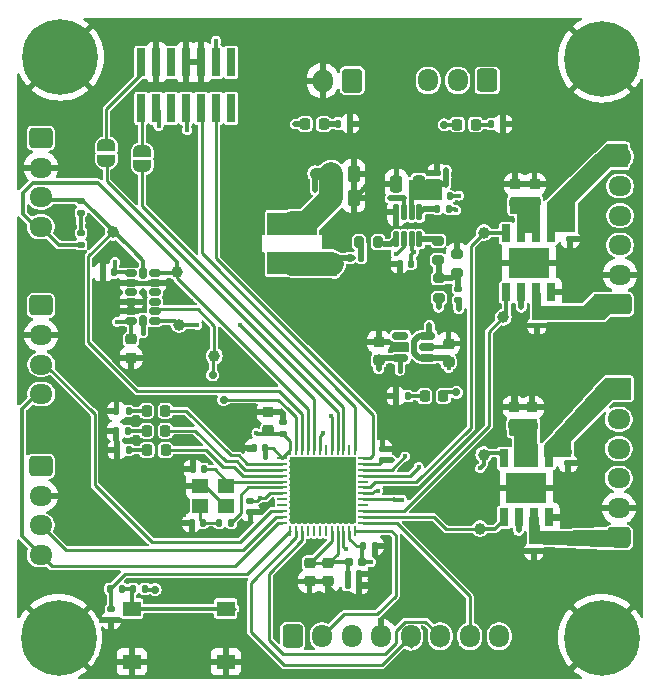
<source format=gbr>
%TF.GenerationSoftware,KiCad,Pcbnew,8.0.5*%
%TF.CreationDate,2024-10-23T11:28:36+02:00*%
%TF.ProjectId,ESE_AL8,4553455f-414c-4382-9e6b-696361645f70,rev?*%
%TF.SameCoordinates,Original*%
%TF.FileFunction,Copper,L1,Top*%
%TF.FilePolarity,Positive*%
%FSLAX46Y46*%
G04 Gerber Fmt 4.6, Leading zero omitted, Abs format (unit mm)*
G04 Created by KiCad (PCBNEW 8.0.5) date 2024-10-23 11:28:36*
%MOMM*%
%LPD*%
G01*
G04 APERTURE LIST*
G04 Aperture macros list*
%AMRoundRect*
0 Rectangle with rounded corners*
0 $1 Rounding radius*
0 $2 $3 $4 $5 $6 $7 $8 $9 X,Y pos of 4 corners*
0 Add a 4 corners polygon primitive as box body*
4,1,4,$2,$3,$4,$5,$6,$7,$8,$9,$2,$3,0*
0 Add four circle primitives for the rounded corners*
1,1,$1+$1,$2,$3*
1,1,$1+$1,$4,$5*
1,1,$1+$1,$6,$7*
1,1,$1+$1,$8,$9*
0 Add four rect primitives between the rounded corners*
20,1,$1+$1,$2,$3,$4,$5,0*
20,1,$1+$1,$4,$5,$6,$7,0*
20,1,$1+$1,$6,$7,$8,$9,0*
20,1,$1+$1,$8,$9,$2,$3,0*%
%AMFreePoly0*
4,1,19,0.500000,-0.750000,0.000000,-0.750000,0.000000,-0.744911,-0.071157,-0.744911,-0.207708,-0.704816,-0.327430,-0.627875,-0.420627,-0.520320,-0.479746,-0.390866,-0.500000,-0.250000,-0.500000,0.250000,-0.479746,0.390866,-0.420627,0.520320,-0.327430,0.627875,-0.207708,0.704816,-0.071157,0.744911,0.000000,0.744911,0.000000,0.750000,0.500000,0.750000,0.500000,-0.750000,0.500000,-0.750000,
$1*%
%AMFreePoly1*
4,1,19,0.000000,0.744911,0.071157,0.744911,0.207708,0.704816,0.327430,0.627875,0.420627,0.520320,0.479746,0.390866,0.500000,0.250000,0.500000,-0.250000,0.479746,-0.390866,0.420627,-0.520320,0.327430,-0.627875,0.207708,-0.704816,0.071157,-0.744911,0.000000,-0.744911,0.000000,-0.750000,-0.500000,-0.750000,-0.500000,0.750000,0.000000,0.750000,0.000000,0.744911,0.000000,0.744911,
$1*%
G04 Aperture macros list end*
%TA.AperFunction,SMDPad,CuDef*%
%ADD10C,1.000000*%
%TD*%
%TA.AperFunction,SMDPad,CuDef*%
%ADD11RoundRect,0.135000X-0.135000X-0.185000X0.135000X-0.185000X0.135000X0.185000X-0.135000X0.185000X0*%
%TD*%
%TA.AperFunction,SMDPad,CuDef*%
%ADD12RoundRect,0.218750X-0.218750X-0.256250X0.218750X-0.256250X0.218750X0.256250X-0.218750X0.256250X0*%
%TD*%
%TA.AperFunction,ComponentPad*%
%ADD13C,0.800000*%
%TD*%
%TA.AperFunction,ComponentPad*%
%ADD14C,6.400000*%
%TD*%
%TA.AperFunction,SMDPad,CuDef*%
%ADD15R,1.400000X1.200000*%
%TD*%
%TA.AperFunction,SMDPad,CuDef*%
%ADD16RoundRect,0.125000X-0.125000X0.537500X-0.125000X-0.537500X0.125000X-0.537500X0.125000X0.537500X0*%
%TD*%
%TA.AperFunction,SMDPad,CuDef*%
%ADD17R,4.191000X1.841500*%
%TD*%
%TA.AperFunction,SMDPad,CuDef*%
%ADD18R,1.550000X1.300000*%
%TD*%
%TA.AperFunction,SMDPad,CuDef*%
%ADD19RoundRect,0.140000X-0.140000X-0.170000X0.140000X-0.170000X0.140000X0.170000X-0.140000X0.170000X0*%
%TD*%
%TA.AperFunction,SMDPad,CuDef*%
%ADD20RoundRect,0.150000X0.512500X0.150000X-0.512500X0.150000X-0.512500X-0.150000X0.512500X-0.150000X0*%
%TD*%
%TA.AperFunction,SMDPad,CuDef*%
%ADD21RoundRect,0.140000X0.140000X0.170000X-0.140000X0.170000X-0.140000X-0.170000X0.140000X-0.170000X0*%
%TD*%
%TA.AperFunction,SMDPad,CuDef*%
%ADD22FreePoly0,270.000000*%
%TD*%
%TA.AperFunction,SMDPad,CuDef*%
%ADD23FreePoly1,270.000000*%
%TD*%
%TA.AperFunction,SMDPad,CuDef*%
%ADD24RoundRect,0.225000X-0.250000X0.225000X-0.250000X-0.225000X0.250000X-0.225000X0.250000X0.225000X0*%
%TD*%
%TA.AperFunction,SMDPad,CuDef*%
%ADD25RoundRect,0.135000X0.135000X0.185000X-0.135000X0.185000X-0.135000X-0.185000X0.135000X-0.185000X0*%
%TD*%
%TA.AperFunction,SMDPad,CuDef*%
%ADD26RoundRect,0.135000X-0.185000X0.135000X-0.185000X-0.135000X0.185000X-0.135000X0.185000X0.135000X0*%
%TD*%
%TA.AperFunction,SMDPad,CuDef*%
%ADD27RoundRect,0.140000X0.170000X-0.140000X0.170000X0.140000X-0.170000X0.140000X-0.170000X-0.140000X0*%
%TD*%
%TA.AperFunction,SMDPad,CuDef*%
%ADD28RoundRect,0.218750X0.218750X0.256250X-0.218750X0.256250X-0.218750X-0.256250X0.218750X-0.256250X0*%
%TD*%
%TA.AperFunction,SMDPad,CuDef*%
%ADD29RoundRect,0.250000X-0.250000X-0.475000X0.250000X-0.475000X0.250000X0.475000X-0.250000X0.475000X0*%
%TD*%
%TA.AperFunction,SMDPad,CuDef*%
%ADD30RoundRect,0.140000X-0.170000X0.140000X-0.170000X-0.140000X0.170000X-0.140000X0.170000X0.140000X0*%
%TD*%
%TA.AperFunction,SMDPad,CuDef*%
%ADD31RoundRect,0.200000X0.200000X0.275000X-0.200000X0.275000X-0.200000X-0.275000X0.200000X-0.275000X0*%
%TD*%
%TA.AperFunction,ComponentPad*%
%ADD32RoundRect,0.250000X0.725000X-0.600000X0.725000X0.600000X-0.725000X0.600000X-0.725000X-0.600000X0*%
%TD*%
%TA.AperFunction,ComponentPad*%
%ADD33O,1.950000X1.700000*%
%TD*%
%TA.AperFunction,ComponentPad*%
%ADD34RoundRect,0.250000X-0.725000X0.600000X-0.725000X-0.600000X0.725000X-0.600000X0.725000X0.600000X0*%
%TD*%
%TA.AperFunction,SMDPad,CuDef*%
%ADD35RoundRect,0.150000X-0.325000X-0.150000X0.325000X-0.150000X0.325000X0.150000X-0.325000X0.150000X0*%
%TD*%
%TA.AperFunction,SMDPad,CuDef*%
%ADD36RoundRect,0.150000X-0.150000X-0.325000X0.150000X-0.325000X0.150000X0.325000X-0.150000X0.325000X0*%
%TD*%
%TA.AperFunction,SMDPad,CuDef*%
%ADD37RoundRect,0.225000X0.250000X-0.225000X0.250000X0.225000X-0.250000X0.225000X-0.250000X-0.225000X0*%
%TD*%
%TA.AperFunction,ComponentPad*%
%ADD38RoundRect,0.250000X0.600000X0.725000X-0.600000X0.725000X-0.600000X-0.725000X0.600000X-0.725000X0*%
%TD*%
%TA.AperFunction,ComponentPad*%
%ADD39O,1.700000X1.950000*%
%TD*%
%TA.AperFunction,SMDPad,CuDef*%
%ADD40R,0.802000X1.505000*%
%TD*%
%TA.AperFunction,SMDPad,CuDef*%
%ADD41R,3.502000X2.613000*%
%TD*%
%TA.AperFunction,SMDPad,CuDef*%
%ADD42RoundRect,0.200000X-0.275000X0.200000X-0.275000X-0.200000X0.275000X-0.200000X0.275000X0.200000X0*%
%TD*%
%TA.AperFunction,SMDPad,CuDef*%
%ADD43RoundRect,0.155000X-0.212500X-0.155000X0.212500X-0.155000X0.212500X0.155000X-0.212500X0.155000X0*%
%TD*%
%TA.AperFunction,SMDPad,CuDef*%
%ADD44RoundRect,0.250000X0.250000X0.475000X-0.250000X0.475000X-0.250000X-0.475000X0.250000X-0.475000X0*%
%TD*%
%TA.AperFunction,SMDPad,CuDef*%
%ADD45RoundRect,0.135000X0.185000X-0.135000X0.185000X0.135000X-0.185000X0.135000X-0.185000X-0.135000X0*%
%TD*%
%TA.AperFunction,ComponentPad*%
%ADD46RoundRect,0.250000X-0.600000X-0.725000X0.600000X-0.725000X0.600000X0.725000X-0.600000X0.725000X0*%
%TD*%
%TA.AperFunction,SMDPad,CuDef*%
%ADD47RoundRect,0.200000X0.275000X-0.200000X0.275000X0.200000X-0.275000X0.200000X-0.275000X-0.200000X0*%
%TD*%
%TA.AperFunction,ComponentPad*%
%ADD48RoundRect,0.250000X0.600000X0.750000X-0.600000X0.750000X-0.600000X-0.750000X0.600000X-0.750000X0*%
%TD*%
%TA.AperFunction,ComponentPad*%
%ADD49O,1.700000X2.000000*%
%TD*%
%TA.AperFunction,SMDPad,CuDef*%
%ADD50R,0.740000X2.400000*%
%TD*%
%TA.AperFunction,HeatsinkPad*%
%ADD51R,5.600000X5.600000*%
%TD*%
%TA.AperFunction,SMDPad,CuDef*%
%ADD52RoundRect,0.062500X-0.062500X-0.375000X0.062500X-0.375000X0.062500X0.375000X-0.062500X0.375000X0*%
%TD*%
%TA.AperFunction,SMDPad,CuDef*%
%ADD53RoundRect,0.062500X-0.375000X-0.062500X0.375000X-0.062500X0.375000X0.062500X-0.375000X0.062500X0*%
%TD*%
%TA.AperFunction,ViaPad*%
%ADD54C,0.450000*%
%TD*%
%TA.AperFunction,ViaPad*%
%ADD55C,0.700000*%
%TD*%
%TA.AperFunction,Conductor*%
%ADD56C,0.250000*%
%TD*%
%TA.AperFunction,Conductor*%
%ADD57C,0.450000*%
%TD*%
%TA.AperFunction,Conductor*%
%ADD58C,0.300000*%
%TD*%
%TA.AperFunction,Conductor*%
%ADD59C,0.500000*%
%TD*%
%TA.AperFunction,Conductor*%
%ADD60C,2.000000*%
%TD*%
%TA.AperFunction,Conductor*%
%ADD61C,1.000000*%
%TD*%
G04 APERTURE END LIST*
D10*
%TO.P,TP8,1,1*%
%TO.N,/SENSORS/INT2_ACCELERO*%
X147190000Y-95160000D03*
%TD*%
D11*
%TO.P,R16,1*%
%TO.N,/SENSORS/CHAT{slash}SOURIS*%
X138360000Y-114880000D03*
%TO.P,R16,2*%
%TO.N,Net-(R16-Pad2)*%
X139380000Y-114880000D03*
%TD*%
D12*
%TO.P,D3,1,K*%
%TO.N,/STM32/LED2*%
X141470000Y-101480000D03*
%TO.P,D3,2,A*%
%TO.N,LD2*%
X143045000Y-101480000D03*
%TD*%
D13*
%TO.P,H4,1,1*%
%TO.N,GND*%
X131600000Y-119000000D03*
X132302944Y-117302944D03*
X132302944Y-120697056D03*
X134000000Y-116600000D03*
D14*
X134000000Y-119000000D03*
D13*
X134000000Y-121400000D03*
X135697056Y-117302944D03*
X135697056Y-120697056D03*
X136400000Y-119000000D03*
%TD*%
D15*
%TO.P,Y1,1,1*%
%TO.N,OSC_IN*%
X148207500Y-106160000D03*
%TO.P,Y1,2,2*%
%TO.N,GND*%
X146007500Y-106160000D03*
%TO.P,Y1,3,3*%
%TO.N,Net-(C16-Pad1)*%
X146007500Y-107860000D03*
%TO.P,Y1,4,4*%
%TO.N,GND*%
X148207500Y-107860000D03*
%TD*%
D16*
%TO.P,IC1,1,PG*%
%TO.N,/Alimentation/pg*%
X164550000Y-83000000D03*
%TO.P,IC1,2,IN*%
%TO.N,+BATT*%
X163900000Y-83000000D03*
%TO.P,IC1,3,SW*%
%TO.N,/Alimentation/sw*%
X163250000Y-83000000D03*
%TO.P,IC1,4,GND*%
%TO.N,GND*%
X162600000Y-83000000D03*
%TO.P,IC1,5,BST*%
%TO.N,/Alimentation/bst*%
X162600000Y-85275000D03*
%TO.P,IC1,6,EN/SYNC*%
%TO.N,/Alimentation/en{slash}sync*%
X163250000Y-85275000D03*
%TO.P,IC1,7,VCC*%
%TO.N,/Alimentation/vcc*%
X163900000Y-85275000D03*
%TO.P,IC1,8,FB*%
%TO.N,/Alimentation/fb*%
X164550000Y-85275000D03*
%TD*%
D17*
%TO.P,L1,1*%
%TO.N,/Alimentation/sw*%
X153770000Y-87312750D03*
%TO.P,L1,2*%
%TO.N,+5V*%
X153770000Y-83947250D03*
%TD*%
D18*
%TO.P,SW1,1,1*%
%TO.N,Net-(R16-Pad2)*%
X140200000Y-116540000D03*
X148150000Y-116540000D03*
%TO.P,SW1,2,2*%
%TO.N,GND*%
X140200000Y-121040000D03*
X148150000Y-121040000D03*
%TD*%
D19*
%TO.P,C12,1*%
%TO.N,GND*%
X145390000Y-104740000D03*
%TO.P,C12,2*%
%TO.N,OSC_IN*%
X146350000Y-104740000D03*
%TD*%
D11*
%TO.P,R10,1*%
%TO.N,Net-(C16-Pad1)*%
X147600000Y-109260000D03*
%TO.P,R10,2*%
%TO.N,OSC_OUT*%
X148620000Y-109260000D03*
%TD*%
D20*
%TO.P,U2,1,VIN*%
%TO.N,+5V*%
X165217500Y-95337500D03*
%TO.P,U2,2,GND*%
%TO.N,GND*%
X165217500Y-94387500D03*
%TO.P,U2,3,STBY*%
%TO.N,+5V*%
X165217500Y-93437500D03*
%TO.P,U2,4,NC*%
%TO.N,unconnected-(U2-NC-Pad4)*%
X162942500Y-93437500D03*
%TO.P,U2,5,VOUT*%
%TO.N,+3.3V*%
X162942500Y-95337500D03*
%TD*%
D21*
%TO.P,C14,1*%
%TO.N,+3.3V*%
X151500000Y-102977500D03*
%TO.P,C14,2*%
%TO.N,GND*%
X150540000Y-102977500D03*
%TD*%
D12*
%TO.P,D2,1,K*%
%TO.N,/STM32/LED1*%
X141470000Y-99790000D03*
%TO.P,D2,2,A*%
%TO.N,LD1*%
X143045000Y-99790000D03*
%TD*%
D21*
%TO.P,C2,1*%
%TO.N,+3.3V*%
X138720000Y-88090000D03*
%TO.P,C2,2*%
%TO.N,GND*%
X137760000Y-88090000D03*
%TD*%
D22*
%TO.P,JP2,1,A*%
%TO.N,Net-(J7-VCP_TX)*%
X141090000Y-77810000D03*
D23*
%TO.P,JP2,2,B*%
%TO.N,TX_SWD*%
X141090000Y-79110000D03*
%TD*%
D21*
%TO.P,C5,1*%
%TO.N,/Alimentation/vcc*%
X163850000Y-87330000D03*
%TO.P,C5,2*%
%TO.N,GND*%
X162890000Y-87330000D03*
%TD*%
D24*
%TO.P,C15,1*%
%TO.N,+3.3VA*%
X155250000Y-112700000D03*
%TO.P,C15,2*%
%TO.N,GND*%
X155250000Y-114250000D03*
%TD*%
D25*
%TO.P,R13,1*%
%TO.N,/STM32/LED3*%
X139945000Y-103110000D03*
%TO.P,R13,2*%
%TO.N,GND*%
X138925000Y-103110000D03*
%TD*%
D26*
%TO.P,R1,1*%
%TO.N,/Actionneur/SCL*%
X135880000Y-82002500D03*
%TO.P,R1,2*%
%TO.N,+3.3V*%
X135880000Y-83022500D03*
%TD*%
D10*
%TO.P,TP6,1,1*%
%TO.N,/Actionneur/FWD1*%
X170020000Y-84720000D03*
%TD*%
D11*
%TO.P,R4,1*%
%TO.N,+BATT*%
X166100000Y-81640000D03*
%TO.P,R4,2*%
%TO.N,/Alimentation/en{slash}sync*%
X167120000Y-81640000D03*
%TD*%
D13*
%TO.P,H3,1,1*%
%TO.N,GND*%
X177600000Y-119000000D03*
X178302944Y-117302944D03*
X178302944Y-120697056D03*
X180000000Y-116600000D03*
D14*
X180000000Y-119000000D03*
D13*
X180000000Y-121400000D03*
X181697056Y-117302944D03*
X181697056Y-120697056D03*
X182400000Y-119000000D03*
%TD*%
D10*
%TO.P,TP4,1,1*%
%TO.N,/Actionneur/FWD2*%
X169990000Y-103520000D03*
%TD*%
D27*
%TO.P,C21,1*%
%TO.N,+3.3V*%
X161430000Y-103990000D03*
%TO.P,C21,2*%
%TO.N,GND*%
X161430000Y-103030000D03*
%TD*%
D25*
%TO.P,R12,1*%
%TO.N,/STM32/LED2*%
X139855000Y-101540000D03*
%TO.P,R12,2*%
%TO.N,GND*%
X138835000Y-101540000D03*
%TD*%
D28*
%TO.P,D1,1,K*%
%TO.N,/Alimentation/led_power*%
X156450000Y-75510000D03*
%TO.P,D1,2,A*%
%TO.N,+3.3V*%
X154875000Y-75510000D03*
%TD*%
D29*
%TO.P,C9,1*%
%TO.N,+5V*%
X157087500Y-81787500D03*
%TO.P,C9,2*%
%TO.N,GND*%
X158987500Y-81787500D03*
%TD*%
D30*
%TO.P,C20,1*%
%TO.N,NRST*%
X150250000Y-107420000D03*
%TO.P,C20,2*%
%TO.N,GND*%
X150250000Y-108380000D03*
%TD*%
D31*
%TO.P,R6,1*%
%TO.N,/Alimentation/bst*%
X161075000Y-85500000D03*
%TO.P,R6,2*%
%TO.N,Net-(C6-Pad1)*%
X159425000Y-85500000D03*
%TD*%
D30*
%TO.P,C7,1*%
%TO.N,Net-(C7-Pad1)*%
X167830000Y-89490000D03*
%TO.P,C7,2*%
%TO.N,+5V*%
X167830000Y-90450000D03*
%TD*%
D32*
%TO.P,J4,1,Pin_1*%
%TO.N,/Actionneur/MOTEUR1-*%
X181540000Y-90770000D03*
D33*
%TO.P,J4,2,Pin_2*%
%TO.N,GND*%
X181540000Y-88270000D03*
%TO.P,J4,3,Pin_3*%
%TO.N,/SENSORS/PHASE_A1*%
X181540000Y-85770000D03*
%TO.P,J4,4,Pin_4*%
%TO.N,/SENSORS/PHASE_B1*%
X181540000Y-83270000D03*
%TO.P,J4,5,Pin_5*%
%TO.N,+3.3V*%
X181540000Y-80770000D03*
%TO.P,J4,6,Pin_6*%
%TO.N,/Actionneur/MOTEUR1+*%
X181540000Y-78270000D03*
%TD*%
D10*
%TO.P,TP7,1,1*%
%TO.N,/Actionneur/REV1*%
X171660000Y-91880000D03*
%TD*%
D34*
%TO.P,J1,1,Pin_1*%
%TO.N,+3.3V*%
X132530000Y-90880000D03*
D33*
%TO.P,J1,2,Pin_2*%
%TO.N,GND*%
X132530000Y-93380000D03*
%TO.P,J1,3,Pin_3*%
%TO.N,/SENSORS/CB_OUT1*%
X132530000Y-95880000D03*
%TO.P,J1,4,Pin_4*%
%TO.N,/SENSORS/CB_IN*%
X132530000Y-98380000D03*
%TD*%
D30*
%TO.P,C201,1*%
%TO.N,/SENSORS/CHAT{slash}SOURIS*%
X138470000Y-116540000D03*
%TO.P,C201,2*%
%TO.N,GND*%
X138470000Y-117500000D03*
%TD*%
D29*
%TO.P,C8,1*%
%TO.N,+5V*%
X157087500Y-79737500D03*
%TO.P,C8,2*%
%TO.N,GND*%
X158987500Y-79737500D03*
%TD*%
D32*
%TO.P,J5,1,Pin_1*%
%TO.N,/Actionneur/MOTEUR2-*%
X181440000Y-110520000D03*
D33*
%TO.P,J5,2,Pin_2*%
%TO.N,GND*%
X181440000Y-108020000D03*
%TO.P,J5,3,Pin_3*%
%TO.N,/SENSORS/PHASE_A2*%
X181440000Y-105520000D03*
%TO.P,J5,4,Pin_4*%
%TO.N,/SENSORS/PHASE_B2*%
X181440000Y-103020000D03*
%TO.P,J5,5,Pin_5*%
%TO.N,+3.3V*%
X181440000Y-100520000D03*
%TO.P,J5,6,Pin_6*%
%TO.N,/Actionneur/MOTEUR2+*%
X181440000Y-98020000D03*
%TD*%
D35*
%TO.P,U1,1,Vdd_I/O*%
%TO.N,+3.3V*%
X140150000Y-88170000D03*
%TO.P,U1,2,GND*%
%TO.N,GND*%
X140150000Y-88970000D03*
%TO.P,U1,3,RES*%
%TO.N,unconnected-(U1-RES-Pad3)*%
X140150000Y-89770000D03*
%TO.P,U1,4,GND*%
%TO.N,GND*%
X140150000Y-90570000D03*
%TO.P,U1,5,GND*%
X140150000Y-91370000D03*
%TO.P,U1,6,Vs*%
%TO.N,+3.3V*%
X140150000Y-92170000D03*
D36*
%TO.P,U1,7,~{CS}*%
X141150000Y-92170000D03*
D35*
%TO.P,U1,8,INT1*%
%TO.N,/SENSORS/INT1_ACCELERO*%
X142150000Y-92170000D03*
%TO.P,U1,9,INT2*%
%TO.N,/SENSORS/INT2_ACCELERO*%
X142150000Y-91370000D03*
%TO.P,U1,10,NC*%
%TO.N,unconnected-(U1-NC-Pad10)*%
X142150000Y-90570000D03*
%TO.P,U1,11,RES*%
%TO.N,unconnected-(U1-RES-Pad11)*%
X142150000Y-89770000D03*
%TO.P,U1,12,SDO/ADDR*%
%TO.N,GND*%
X142150000Y-88970000D03*
%TO.P,U1,13,SDA/SDI/SDIO*%
%TO.N,/Actionneur/SDA*%
X142150000Y-88170000D03*
D36*
%TO.P,U1,14,SCL/SCLK*%
%TO.N,/Actionneur/SCL*%
X141150000Y-88170000D03*
%TD*%
D37*
%TO.P,C28,1*%
%TO.N,+BATT*%
X174100000Y-101050000D03*
%TO.P,C28,2*%
%TO.N,GND*%
X174100000Y-99500000D03*
%TD*%
D12*
%TO.P,D5,1,K*%
%TO.N,/Alimentation/led_power5*%
X164992500Y-98550000D03*
%TO.P,D5,2,A*%
%TO.N,+5V*%
X166567500Y-98550000D03*
%TD*%
D38*
%TO.P,SW2,1,C*%
%TO.N,unconnected-(SW2-C-Pad1)*%
X170290000Y-71830000D03*
D39*
%TO.P,SW2,2,B*%
%TO.N,+BATT*%
X167790000Y-71830000D03*
%TO.P,SW2,3,A*%
%TO.N,+7.2V*%
X165290000Y-71830000D03*
%TD*%
D40*
%TO.P,U4,1,OUT1*%
%TO.N,/Actionneur/MOTEUR2+*%
X175517500Y-103822500D03*
%TO.P,U4,2,VM*%
%TO.N,+BATT*%
X174247500Y-103822500D03*
%TO.P,U4,3,VDD*%
X172977500Y-103822500D03*
%TO.P,U4,4,FWD*%
%TO.N,/Actionneur/FWD2*%
X171707500Y-103822500D03*
%TO.P,U4,5,REV*%
%TO.N,/Actionneur/REV2*%
X171707500Y-108817500D03*
%TO.P,U4,6,VREF*%
%TO.N,+BATT*%
X172977500Y-108817500D03*
%TO.P,U4,7,OUT2*%
%TO.N,/Actionneur/MOTEUR2-*%
X174247500Y-108817500D03*
%TO.P,U4,8,GND*%
%TO.N,GND*%
X175517500Y-108817500D03*
D41*
%TO.P,U4,9,GND*%
X173612500Y-106320000D03*
%TD*%
D21*
%TO.P,C16,1*%
%TO.N,Net-(C16-Pad1)*%
X146225000Y-109260000D03*
%TO.P,C16,2*%
%TO.N,GND*%
X145265000Y-109260000D03*
%TD*%
D42*
%TO.P,R7,1*%
%TO.N,/Alimentation/fb*%
X166120000Y-85390000D03*
%TO.P,R7,2*%
%TO.N,Net-(C7-Pad1)*%
X166120000Y-87040000D03*
%TD*%
D11*
%TO.P,R3,1*%
%TO.N,/Alimentation/led_power*%
X157690000Y-75480000D03*
%TO.P,R3,2*%
%TO.N,GND*%
X158710000Y-75480000D03*
%TD*%
D43*
%TO.P,L2,1*%
%TO.N,+3.3VA*%
X158575000Y-112580000D03*
%TO.P,L2,2*%
%TO.N,+3.3V*%
X159710000Y-112580000D03*
%TD*%
D19*
%TO.P,C18,1*%
%TO.N,+3.3VA*%
X158500000Y-114580000D03*
%TO.P,C18,2*%
%TO.N,GND*%
X159460000Y-114580000D03*
%TD*%
D22*
%TO.P,JP1,1,A*%
%TO.N,Net-(J7-VCP_RX)*%
X138050000Y-77320000D03*
D23*
%TO.P,JP1,2,B*%
%TO.N,RX_SWD*%
X138050000Y-78620000D03*
%TD*%
D37*
%TO.P,C29,1*%
%TO.N,+BATT*%
X172570000Y-101030000D03*
%TO.P,C29,2*%
%TO.N,GND*%
X172570000Y-99480000D03*
%TD*%
D10*
%TO.P,TP1,1,1*%
%TO.N,/Actionneur/SCL*%
X138600000Y-84700000D03*
%TD*%
D25*
%TO.P,R14,1*%
%TO.N,/Alimentation/led_power5*%
X163565000Y-98570000D03*
%TO.P,R14,2*%
%TO.N,GND*%
X162545000Y-98570000D03*
%TD*%
D11*
%TO.P,R15,1*%
%TO.N,/Alimentation/led_powerBATT*%
X170620000Y-75520000D03*
%TO.P,R15,2*%
%TO.N,GND*%
X171640000Y-75520000D03*
%TD*%
D24*
%TO.P,C30,1*%
%TO.N,GND*%
X174300000Y-80600000D03*
%TO.P,C30,2*%
%TO.N,+BATT*%
X174300000Y-82150000D03*
%TD*%
D44*
%TO.P,C3,1*%
%TO.N,+BATT*%
X164510000Y-80570000D03*
%TO.P,C3,2*%
%TO.N,GND*%
X162610000Y-80570000D03*
%TD*%
D37*
%TO.P,C11,1*%
%TO.N,+3.3V*%
X161100000Y-95515000D03*
%TO.P,C11,2*%
%TO.N,GND*%
X161100000Y-93965000D03*
%TD*%
D30*
%TO.P,C24,1*%
%TO.N,/Actionneur/MOTEUR2-*%
X174250000Y-110700000D03*
%TO.P,C24,2*%
%TO.N,GND*%
X174250000Y-111660000D03*
%TD*%
D24*
%TO.P,C31,1*%
%TO.N,GND*%
X172670000Y-80620000D03*
%TO.P,C31,2*%
%TO.N,+BATT*%
X172670000Y-82170000D03*
%TD*%
D19*
%TO.P,C19,1*%
%TO.N,+3.3V*%
X159810000Y-111220000D03*
%TO.P,C19,2*%
%TO.N,GND*%
X160770000Y-111220000D03*
%TD*%
D10*
%TO.P,TP5,1,1*%
%TO.N,/Actionneur/REV2*%
X169670000Y-109780000D03*
%TD*%
D34*
%TO.P,J8,1,Pin_1*%
%TO.N,+3.3V*%
X132500000Y-76710000D03*
D33*
%TO.P,J8,2,Pin_2*%
%TO.N,GND*%
X132500000Y-79210000D03*
%TO.P,J8,3,Pin_3*%
%TO.N,/Actionneur/SCL*%
X132500000Y-81710000D03*
%TO.P,J8,4,Pin_4*%
%TO.N,/Actionneur/SDA*%
X132500000Y-84210000D03*
%TD*%
D40*
%TO.P,U5,1,OUT1*%
%TO.N,/Actionneur/MOTEUR1+*%
X175730000Y-84775000D03*
%TO.P,U5,2,VM*%
%TO.N,+BATT*%
X174460000Y-84775000D03*
%TO.P,U5,3,VDD*%
X173190000Y-84775000D03*
%TO.P,U5,4,FWD*%
%TO.N,/Actionneur/FWD1*%
X171920000Y-84775000D03*
%TO.P,U5,5,REV*%
%TO.N,/Actionneur/REV1*%
X171920000Y-89770000D03*
%TO.P,U5,6,VREF*%
%TO.N,+BATT*%
X173190000Y-89770000D03*
%TO.P,U5,7,OUT2*%
%TO.N,/Actionneur/MOTEUR1-*%
X174460000Y-89770000D03*
%TO.P,U5,8,GND*%
%TO.N,GND*%
X175730000Y-89770000D03*
D41*
%TO.P,U5,9,GND*%
X173825000Y-87272500D03*
%TD*%
D27*
%TO.P,C4,1*%
%TO.N,+BATT*%
X166080000Y-80610000D03*
%TO.P,C4,2*%
%TO.N,GND*%
X166080000Y-79650000D03*
%TD*%
%TO.P,C25,1*%
%TO.N,GND*%
X177140000Y-104250000D03*
%TO.P,C25,2*%
%TO.N,/Actionneur/MOTEUR2+*%
X177140000Y-103290000D03*
%TD*%
D28*
%TO.P,D6,1,K*%
%TO.N,/Alimentation/led_powerBATT*%
X169327500Y-75560000D03*
%TO.P,D6,2,A*%
%TO.N,+BATT*%
X167752500Y-75560000D03*
%TD*%
D12*
%TO.P,D4,1,K*%
%TO.N,/STM32/LED3*%
X141490000Y-103110000D03*
%TO.P,D4,2,A*%
%TO.N,LD3*%
X143065000Y-103110000D03*
%TD*%
D27*
%TO.P,C27,1*%
%TO.N,GND*%
X177330000Y-85250000D03*
%TO.P,C27,2*%
%TO.N,/Actionneur/MOTEUR1+*%
X177330000Y-84290000D03*
%TD*%
D37*
%TO.P,C13,1*%
%TO.N,+3.3V*%
X151750000Y-101450000D03*
%TO.P,C13,2*%
%TO.N,GND*%
X151750000Y-99900000D03*
%TD*%
D45*
%TO.P,R2,1*%
%TO.N,/Actionneur/SDA*%
X135920000Y-85750000D03*
%TO.P,R2,2*%
%TO.N,+3.3V*%
X135920000Y-84730000D03*
%TD*%
D25*
%TO.P,R5,1*%
%TO.N,/Alimentation/vcc*%
X167090000Y-82700000D03*
%TO.P,R5,2*%
%TO.N,/Alimentation/pg*%
X166070000Y-82700000D03*
%TD*%
D10*
%TO.P,TP3,1,1*%
%TO.N,/SENSORS/INT1_ACCELERO*%
X144200000Y-92500000D03*
%TD*%
D34*
%TO.P,J2,1,Pin_1*%
%TO.N,+3.3V*%
X132490000Y-104490000D03*
D33*
%TO.P,J2,2,Pin_2*%
%TO.N,GND*%
X132490000Y-106990000D03*
%TO.P,J2,3,Pin_3*%
%TO.N,/SENSORS/CB_OUT2*%
X132490000Y-109490000D03*
%TO.P,J2,4,Pin_4*%
%TO.N,/SENSORS/CB_IN*%
X132490000Y-111990000D03*
%TD*%
D46*
%TO.P,J3,1,Pin_1*%
%TO.N,+5V*%
X153810000Y-118890000D03*
D39*
%TO.P,J3,2,Pin_2*%
%TO.N,/SENSORS/TX_LIDAR*%
X156310000Y-118890000D03*
%TO.P,J3,3,Pin_3*%
%TO.N,/SENSORS/RX_LIDAR*%
X158810000Y-118890000D03*
%TO.P,J3,4,Pin_4*%
%TO.N,GND*%
X161310000Y-118890000D03*
%TO.P,J3,5,Pin_5*%
%TO.N,/SENSORS/M_SCTR_LIDAR*%
X163810000Y-118890000D03*
%TO.P,J3,6,Pin_6*%
%TO.N,/SENSORS/DEV_EN_LIDAR*%
X166310000Y-118890000D03*
%TO.P,J3,7,Pin_7*%
%TO.N,/SENSORS/M_EN_LIDAR*%
X168810000Y-118890000D03*
%TO.P,J3,8,Pin_8*%
%TO.N,unconnected-(J3-Pin_8-Pad8)*%
X171310000Y-118890000D03*
%TD*%
D24*
%TO.P,C23,1*%
%TO.N,+3.3VA*%
X156850000Y-112700000D03*
%TO.P,C23,2*%
%TO.N,GND*%
X156850000Y-114250000D03*
%TD*%
D47*
%TO.P,R8,1*%
%TO.N,Net-(C7-Pad1)*%
X167770000Y-88160000D03*
%TO.P,R8,2*%
%TO.N,GND*%
X167770000Y-86510000D03*
%TD*%
D13*
%TO.P,H2,1,1*%
%TO.N,GND*%
X177600000Y-70000000D03*
X178302944Y-68302944D03*
X178302944Y-71697056D03*
X180000000Y-67600000D03*
D14*
X180000000Y-70000000D03*
D13*
X180000000Y-72400000D03*
X181697056Y-68302944D03*
X181697056Y-71697056D03*
X182400000Y-70000000D03*
%TD*%
D48*
%TO.P,J6,1,Pin_1*%
%TO.N,+7.2V*%
X158860000Y-71840000D03*
D49*
%TO.P,J6,2,Pin_2*%
%TO.N,GND*%
X156360000Y-71840000D03*
%TD*%
D50*
%TO.P,J7,1,NC*%
%TO.N,unconnected-(J7-NC-Pad1)*%
X148620000Y-70290000D03*
%TO.P,J7,2,NC*%
%TO.N,unconnected-(J7-NC-Pad2)*%
X148620000Y-74190000D03*
%TO.P,J7,3,VCC*%
%TO.N,+3.3V*%
X147350000Y-70290000D03*
%TO.P,J7,4,JTMS/SWDIO*%
%TO.N,SWDIO*%
X147350000Y-74190000D03*
%TO.P,J7,5,GND*%
%TO.N,GND*%
X146080000Y-70290000D03*
%TO.P,J7,6,JCLK/SWCLK*%
%TO.N,SWCLK*%
X146080000Y-74190000D03*
%TO.P,J7,7,GND*%
%TO.N,GND*%
X144810000Y-70290000D03*
%TO.P,J7,8,JTDO/SWO*%
%TO.N,SWO*%
X144810000Y-74190000D03*
%TO.P,J7,9,JRCLK/NC*%
%TO.N,unconnected-(J7-JRCLK{slash}NC-Pad9)*%
X143540000Y-70290000D03*
%TO.P,J7,10,JTDI/NC*%
%TO.N,unconnected-(J7-JTDI{slash}NC-Pad10)*%
X143540000Y-74190000D03*
%TO.P,J7,11,GNDDetect*%
%TO.N,GND*%
X142270000Y-70290000D03*
%TO.P,J7,12,~{RST}*%
%TO.N,NRST*%
X142270000Y-74190000D03*
%TO.P,J7,13,VCP_RX*%
%TO.N,Net-(J7-VCP_RX)*%
X141000000Y-70290000D03*
%TO.P,J7,14,VCP_TX*%
%TO.N,Net-(J7-VCP_TX)*%
X141000000Y-74190000D03*
%TD*%
D25*
%TO.P,R11,1*%
%TO.N,/STM32/LED1*%
X139925000Y-99810000D03*
%TO.P,R11,2*%
%TO.N,GND*%
X138905000Y-99810000D03*
%TD*%
D30*
%TO.P,C26,1*%
%TO.N,/Actionneur/MOTEUR1-*%
X174500000Y-91620000D03*
%TO.P,C26,2*%
%TO.N,GND*%
X174500000Y-92580000D03*
%TD*%
D24*
%TO.P,C1,1*%
%TO.N,+3.3V*%
X140140000Y-93750000D03*
%TO.P,C1,2*%
%TO.N,GND*%
X140140000Y-95300000D03*
%TD*%
D27*
%TO.P,C17,1*%
%TO.N,+3.3V*%
X153020000Y-101737500D03*
%TO.P,C17,2*%
%TO.N,GND*%
X153020000Y-100777500D03*
%TD*%
D25*
%TO.P,R17,1*%
%TO.N,+3.3V*%
X141320000Y-114880000D03*
%TO.P,R17,2*%
%TO.N,Net-(R16-Pad2)*%
X140300000Y-114880000D03*
%TD*%
D37*
%TO.P,C10,1*%
%TO.N,+5V*%
X167020000Y-95655000D03*
%TO.P,C10,2*%
%TO.N,GND*%
X167020000Y-94105000D03*
%TD*%
D51*
%TO.P,U3,49,VSS*%
%TO.N,GND*%
X156370000Y-106540000D03*
D52*
%TO.P,U3,48,VDD*%
%TO.N,+3.3V*%
X153620000Y-103102500D03*
%TO.P,U3,47,PB9*%
%TO.N,/SENSORS/INT2_ACCELERO*%
X154120000Y-103102500D03*
%TO.P,U3,46,PB8*%
%TO.N,/Actionneur/SCL*%
X154620000Y-103102500D03*
%TO.P,U3,45,PB7*%
%TO.N,/Actionneur/SDA*%
X155120000Y-103102500D03*
%TO.P,U3,44,PB6*%
%TO.N,/SENSORS/INT1_ACCELERO*%
X155620000Y-103102500D03*
%TO.P,U3,43,PB5*%
%TO.N,/SENSORS/PHASE_A2*%
X156120000Y-103102500D03*
%TO.P,U3,42,PB4*%
%TO.N,unconnected-(U3-PB4-Pad42)*%
X156620000Y-103102500D03*
%TO.P,U3,41,PB3*%
%TO.N,SWO*%
X157120000Y-103102500D03*
%TO.P,U3,40,PC11*%
%TO.N,RX_SWD*%
X157620000Y-103102500D03*
%TO.P,U3,39,PC10*%
%TO.N,TX_SWD*%
X158120000Y-103102500D03*
%TO.P,U3,38,PA15*%
%TO.N,unconnected-(U3-PA15-Pad38)*%
X158620000Y-103102500D03*
%TO.P,U3,37,PA14*%
%TO.N,SWCLK*%
X159120000Y-103102500D03*
D53*
%TO.P,U3,36,PA13*%
%TO.N,SWDIO*%
X159807500Y-103790000D03*
%TO.P,U3,35,VDD*%
%TO.N,+3.3V*%
X159807500Y-104290000D03*
%TO.P,U3,34,PA12*%
%TO.N,/SENSORS/PHASE_A1*%
X159807500Y-104790000D03*
%TO.P,U3,33,PA11*%
%TO.N,/SENSORS/PHASE_B1*%
X159807500Y-105290000D03*
%TO.P,U3,32,PA10*%
%TO.N,unconnected-(U3-PA10-Pad32)*%
X159807500Y-105790000D03*
%TO.P,U3,31,PA9*%
%TO.N,/Actionneur/FWD1*%
X159807500Y-106290000D03*
%TO.P,U3,30,PA8*%
%TO.N,/Actionneur/FWD2*%
X159807500Y-106790000D03*
%TO.P,U3,29,PC6*%
%TO.N,/SENSORS/PHASE_B2*%
X159807500Y-107290000D03*
%TO.P,U3,28,PB15*%
%TO.N,unconnected-(U3-PB15-Pad28)*%
X159807500Y-107790000D03*
%TO.P,U3,27,PB14*%
%TO.N,/Actionneur/REV1*%
X159807500Y-108290000D03*
%TO.P,U3,26,PB13*%
%TO.N,/Actionneur/REV2*%
X159807500Y-108790000D03*
%TO.P,U3,25,PB12*%
%TO.N,/SENSORS/M_EN_LIDAR*%
X159807500Y-109290000D03*
D52*
%TO.P,U3,24,PB11*%
%TO.N,/SENSORS/TX_LIDAR*%
X159120000Y-109977500D03*
%TO.P,U3,23,VDD*%
%TO.N,+3.3V*%
X158620000Y-109977500D03*
%TO.P,U3,22,PB10*%
%TO.N,/SENSORS/RX_LIDAR*%
X158120000Y-109977500D03*
%TO.P,U3,21,VDDA*%
%TO.N,+3.3VA*%
X157620000Y-109977500D03*
%TO.P,U3,20,VREF+*%
X157120000Y-109977500D03*
%TO.P,U3,19,PB2*%
%TO.N,unconnected-(U3-PB2-Pad19)*%
X156620000Y-109977500D03*
%TO.P,U3,18,PB1*%
%TO.N,unconnected-(U3-PB1-Pad18)*%
X156120000Y-109977500D03*
%TO.P,U3,17,PB0*%
%TO.N,unconnected-(U3-PB0-Pad17)*%
X155620000Y-109977500D03*
%TO.P,U3,16,PC4*%
%TO.N,unconnected-(U3-PC4-Pad16)*%
X155120000Y-109977500D03*
%TO.P,U3,15,PA7*%
%TO.N,/SENSORS/DEV_EN_LIDAR*%
X154620000Y-109977500D03*
%TO.P,U3,14,PA6*%
%TO.N,/SENSORS/M_SCTR_LIDAR*%
X154120000Y-109977500D03*
%TO.P,U3,13,PA5*%
%TO.N,/SENSORS/CHAT{slash}SOURIS*%
X153620000Y-109977500D03*
D53*
%TO.P,U3,12,PA4*%
%TO.N,/SENSORS/CB_IN*%
X152932500Y-109290000D03*
%TO.P,U3,11,PA3*%
%TO.N,/SENSORS/CB_OUT2*%
X152932500Y-108790000D03*
%TO.P,U3,10,PA2*%
%TO.N,/SENSORS/CB_OUT1*%
X152932500Y-108290000D03*
%TO.P,U3,9,PA1*%
%TO.N,unconnected-(U3-PA1-Pad9)*%
X152932500Y-107790000D03*
%TO.P,U3,8,PA0*%
%TO.N,unconnected-(U3-PA0-Pad8)*%
X152932500Y-107290000D03*
%TO.P,U3,7,PG10*%
%TO.N,NRST*%
X152932500Y-106790000D03*
%TO.P,U3,6,PF1*%
%TO.N,OSC_OUT*%
X152932500Y-106290000D03*
%TO.P,U3,5,PF0*%
%TO.N,OSC_IN*%
X152932500Y-105790000D03*
%TO.P,U3,4,PC15*%
%TO.N,LD3*%
X152932500Y-105290000D03*
%TO.P,U3,3,PC14*%
%TO.N,LD2*%
X152932500Y-104790000D03*
%TO.P,U3,2,PC13*%
%TO.N,LD1*%
X152932500Y-104290000D03*
%TO.P,U3,1,VBAT*%
%TO.N,+3.3V*%
X152932500Y-103790000D03*
%TD*%
D13*
%TO.P,H1,1,1*%
%TO.N,GND*%
X131740000Y-69840000D03*
X132442944Y-68142944D03*
X132442944Y-71537056D03*
X134140000Y-67440000D03*
D14*
X134140000Y-69840000D03*
D13*
X134140000Y-72240000D03*
X135837056Y-68142944D03*
X135837056Y-71537056D03*
X136540000Y-69840000D03*
%TD*%
D10*
%TO.P,TP2,1,1*%
%TO.N,/Actionneur/SDA*%
X144040000Y-88040000D03*
%TD*%
D21*
%TO.P,C6,1*%
%TO.N,Net-(C6-Pad1)*%
X159630000Y-86840000D03*
%TO.P,C6,2*%
%TO.N,/Alimentation/sw*%
X158670000Y-86840000D03*
%TD*%
D19*
%TO.P,C22,1*%
%TO.N,+3.3VA*%
X158480000Y-113580000D03*
%TO.P,C22,2*%
%TO.N,GND*%
X159440000Y-113580000D03*
%TD*%
D42*
%TO.P,R9,1*%
%TO.N,Net-(C7-Pad1)*%
X166190000Y-88590000D03*
%TO.P,R9,2*%
%TO.N,+5V*%
X166190000Y-90240000D03*
%TD*%
D54*
%TO.N,GND*%
X145190000Y-90530000D03*
D55*
%TO.N,/SENSORS/INT2_ACCELERO*%
X147060000Y-96760000D03*
X147970000Y-98850000D03*
D54*
%TO.N,GND*%
X173480000Y-105320000D03*
X134520000Y-83330000D03*
X149400000Y-121050000D03*
X172620000Y-98475000D03*
X175300000Y-87300000D03*
X155000000Y-106500000D03*
X144640000Y-108580000D03*
X145350000Y-103800000D03*
X135600000Y-86700000D03*
X172200000Y-106220000D03*
X146050000Y-68500000D03*
X155000000Y-107900000D03*
X159800000Y-79750000D03*
X173900000Y-88300000D03*
X167610000Y-85270000D03*
X156370000Y-106540000D03*
X175300000Y-88200000D03*
X156400000Y-105100000D03*
X138370000Y-103150000D03*
X163390000Y-104640000D03*
X173540000Y-107310000D03*
X172390000Y-86310000D03*
X157800000Y-105100000D03*
X138950000Y-91400000D03*
X152980000Y-100010000D03*
X162100000Y-87350000D03*
X154300000Y-114250000D03*
X159800000Y-81000000D03*
X160150000Y-114600000D03*
X161670000Y-82950000D03*
X157300000Y-115190000D03*
X170280000Y-106940000D03*
X160780000Y-111800000D03*
X144630000Y-107340000D03*
X160000000Y-94000000D03*
X172400000Y-88300000D03*
X138450000Y-118250000D03*
X177300000Y-85800000D03*
X144624964Y-106759367D03*
X175050000Y-105330000D03*
X177150000Y-104950000D03*
X177150000Y-108540000D03*
X161550000Y-80600000D03*
X148000000Y-114800000D03*
X144650000Y-106150000D03*
X150650000Y-99900000D03*
X175250000Y-111700000D03*
X139250000Y-90600000D03*
X144660000Y-107960000D03*
X140840000Y-110940000D03*
X142250000Y-68450000D03*
X137800000Y-87050000D03*
X163160000Y-110670000D03*
X174120000Y-98580000D03*
X150200000Y-108900000D03*
X140550000Y-81660000D03*
X138310000Y-101550000D03*
X150700000Y-96900000D03*
X175270000Y-86320000D03*
X161410000Y-102290000D03*
X141080000Y-95340000D03*
X145150000Y-85520000D03*
X138310000Y-99780000D03*
X168100000Y-94100000D03*
X172700000Y-79500000D03*
X176500000Y-108850000D03*
X173730000Y-86360000D03*
X156300000Y-107900000D03*
X139300000Y-89000000D03*
X144450000Y-109300000D03*
X141500000Y-121050000D03*
X176700000Y-89800000D03*
X164700000Y-109500000D03*
X150000000Y-103000000D03*
X175030000Y-106370000D03*
X176570000Y-106300000D03*
X159420000Y-75480000D03*
X144800000Y-68500000D03*
X177630000Y-108200000D03*
X172400000Y-87300000D03*
X166100000Y-78790000D03*
X157800000Y-107900000D03*
X172250000Y-105310000D03*
X160100000Y-113550000D03*
X174300000Y-79350000D03*
X143150000Y-89000000D03*
X175040000Y-107300000D03*
X157800000Y-106500000D03*
X172210000Y-107310000D03*
X164600000Y-108000000D03*
X155000000Y-105100000D03*
X137010000Y-84930000D03*
X174500000Y-93400000D03*
%TO.N,+3.3V*%
X147350000Y-68450000D03*
X160460000Y-112590000D03*
D55*
X142180000Y-114930000D03*
D54*
X135870000Y-83880000D03*
X138970000Y-92260000D03*
X138760000Y-87210000D03*
X154020000Y-75510000D03*
X150750000Y-101700000D03*
X151500000Y-103750000D03*
X162900000Y-96400000D03*
X141150000Y-93250000D03*
X162200000Y-103970000D03*
X161100000Y-96250000D03*
%TO.N,NRST*%
X151020000Y-107180000D03*
X142470000Y-75700000D03*
%TO.N,SWO*%
X157035000Y-100255000D03*
X144890000Y-76030000D03*
%TO.N,/SENSORS/PHASE_A1*%
X163340000Y-103660000D03*
%TO.N,/SENSORS/PHASE_B1*%
X164480000Y-104560000D03*
%TO.N,/SENSORS/PHASE_B2*%
X163100000Y-107310000D03*
%TO.N,/SENSORS/PHASE_A2*%
X156400000Y-101640000D03*
%TO.N,/SENSORS/INT1_ACCELERO*%
X149370000Y-92550000D03*
X145740000Y-92540000D03*
%TO.N,/Actionneur/FWD2*%
X169700000Y-104670000D03*
X161045023Y-106565023D03*
%TO.N,/SENSORS/RX_LIDAR*%
X158300000Y-111470000D03*
%TO.N,+BATT*%
X164940000Y-81800000D03*
X166840000Y-79450000D03*
X173190000Y-91030000D03*
X172890000Y-102390000D03*
X174530000Y-83340000D03*
X174290000Y-102380000D03*
D55*
X166650000Y-75590000D03*
D54*
X173610000Y-102390000D03*
X173110000Y-83350000D03*
X172950000Y-109930000D03*
X173810000Y-83340000D03*
X166820000Y-80650000D03*
X165410000Y-81800000D03*
X166847148Y-80025587D03*
%TO.N,/Alimentation/vcc*%
X167670000Y-82800000D03*
X164064199Y-86383239D03*
%TO.N,/Alimentation/sw*%
X163250000Y-81820000D03*
X157390000Y-88210000D03*
X162620000Y-81820000D03*
X157390000Y-87600000D03*
X162070000Y-81810000D03*
X157390000Y-86920000D03*
%TO.N,+5V*%
X166170000Y-91030000D03*
X155750000Y-80530000D03*
X167020000Y-96170000D03*
D55*
X167680000Y-98240000D03*
D54*
X167880000Y-91150000D03*
X155750000Y-81130000D03*
X165400000Y-92560000D03*
X155760000Y-79720000D03*
%TO.N,/Alimentation/en{slash}sync*%
X162550000Y-86520000D03*
X167920000Y-81580000D03*
%TD*%
D56*
%TO.N,/SENSORS/INT2_ACCELERO*%
X147060000Y-95290000D02*
X147190000Y-95160000D01*
X147060000Y-96760000D02*
X147060000Y-95290000D01*
X150460000Y-98850000D02*
X147970000Y-98850000D01*
X152620000Y-98850000D02*
X150460000Y-98850000D01*
X153370000Y-99600000D02*
X152620000Y-98850000D01*
X154120000Y-100350000D02*
X153370000Y-99600000D01*
X154120000Y-103102500D02*
X154120000Y-100350000D01*
D57*
%TO.N,GND*%
X152980000Y-100010000D02*
X152980000Y-100737500D01*
X152980000Y-100737500D02*
X153020000Y-100777500D01*
D56*
%TO.N,/SENSORS/INT2_ACCELERO*%
X142330000Y-91190000D02*
X142150000Y-91370000D01*
X147190000Y-92600000D02*
X145780000Y-91190000D01*
X145780000Y-91190000D02*
X142330000Y-91190000D01*
X147190000Y-95160000D02*
X147190000Y-92600000D01*
D58*
%TO.N,GND*%
X142125000Y-88995000D02*
X142150000Y-88970000D01*
X138450000Y-118250000D02*
X138450000Y-117520000D01*
D57*
X149400000Y-121050000D02*
X148160000Y-121050000D01*
X138335000Y-99805000D02*
X138900000Y-99805000D01*
D58*
X139330000Y-88970000D02*
X139300000Y-89000000D01*
X175760000Y-89800000D02*
X175730000Y-89770000D01*
X139280000Y-90570000D02*
X139250000Y-90600000D01*
X159470000Y-113550000D02*
X159440000Y-113580000D01*
X175250000Y-111700000D02*
X174290000Y-111700000D01*
X142180000Y-89000000D02*
X142150000Y-88970000D01*
D57*
X162120000Y-87330000D02*
X162100000Y-87350000D01*
X176500000Y-108850000D02*
X175550000Y-108850000D01*
X146080000Y-70290000D02*
X146080000Y-68530000D01*
D58*
X166100000Y-78800000D02*
X166100000Y-78790000D01*
X162650000Y-83050000D02*
X162600000Y-83000000D01*
D57*
X161410000Y-102290000D02*
X161410000Y-103010000D01*
D58*
X140210000Y-121050000D02*
X140200000Y-121040000D01*
D57*
X140180000Y-95340000D02*
X140140000Y-95300000D01*
X167610000Y-85270000D02*
X167770000Y-85430000D01*
X145350000Y-103800000D02*
X145350000Y-104700000D01*
D58*
X146407500Y-106160000D02*
X146007500Y-106160000D01*
D57*
X172620000Y-98475000D02*
X172620000Y-99430000D01*
D58*
X172700000Y-79500000D02*
X172700000Y-80590000D01*
D57*
X138310000Y-99780000D02*
X138335000Y-99805000D01*
D58*
X165217500Y-94387500D02*
X166737500Y-94387500D01*
X138450000Y-117520000D02*
X138470000Y-117500000D01*
D57*
X162890000Y-87330000D02*
X162120000Y-87330000D01*
X160000000Y-94000000D02*
X161065000Y-94000000D01*
X174120000Y-98580000D02*
X174120000Y-99480000D01*
D58*
X177300000Y-85280000D02*
X177330000Y-85250000D01*
D57*
X161550000Y-80600000D02*
X162580000Y-80600000D01*
X162550000Y-82950000D02*
X162600000Y-83000000D01*
D58*
X138900000Y-99805000D02*
X138905000Y-99810000D01*
D57*
X154300000Y-114250000D02*
X155250000Y-114250000D01*
X144810000Y-70290000D02*
X144810000Y-68510000D01*
D56*
X150250000Y-108380000D02*
X150250000Y-108850000D01*
X148107500Y-107860000D02*
X146407500Y-106160000D01*
D58*
X166737500Y-94387500D02*
X167020000Y-94105000D01*
X167025000Y-94100000D02*
X167020000Y-94105000D01*
X174290000Y-111700000D02*
X174250000Y-111660000D01*
X145350000Y-104700000D02*
X145390000Y-104740000D01*
X159480000Y-114600000D02*
X159460000Y-114580000D01*
D57*
X142270000Y-68470000D02*
X142250000Y-68450000D01*
X156850000Y-114740000D02*
X156850000Y-114250000D01*
X160100000Y-113550000D02*
X159470000Y-113550000D01*
X159420000Y-75480000D02*
X158710000Y-75480000D01*
D58*
X138885000Y-103150000D02*
X138925000Y-103110000D01*
X176700000Y-89800000D02*
X175760000Y-89800000D01*
X174500000Y-93400000D02*
X174500000Y-92580000D01*
X159000000Y-79750000D02*
X158987500Y-79737500D01*
X145225000Y-109300000D02*
X145265000Y-109260000D01*
X159025000Y-81750000D02*
X158987500Y-81787500D01*
X145997500Y-106150000D02*
X146007500Y-106160000D01*
D57*
X138310000Y-101550000D02*
X138825000Y-101550000D01*
X142270000Y-70290000D02*
X142270000Y-68470000D01*
D58*
X174300000Y-79350000D02*
X174300000Y-80600000D01*
D57*
X167770000Y-85430000D02*
X167770000Y-86510000D01*
D58*
X172700000Y-80590000D02*
X172670000Y-80620000D01*
D57*
X160800000Y-111780000D02*
X160800000Y-111250000D01*
D58*
X148207500Y-107860000D02*
X148530000Y-107860000D01*
X140150000Y-88970000D02*
X140175000Y-88995000D01*
D57*
X151750000Y-99900000D02*
X150650000Y-99900000D01*
D58*
X172620000Y-99430000D02*
X172570000Y-99480000D01*
X148207500Y-107860000D02*
X148107500Y-107860000D01*
X162580000Y-80600000D02*
X162610000Y-80570000D01*
D57*
X138370000Y-103150000D02*
X138885000Y-103150000D01*
X160150000Y-114600000D02*
X159480000Y-114600000D01*
D58*
X166080000Y-78820000D02*
X166100000Y-78800000D01*
D57*
X160780000Y-111800000D02*
X160800000Y-111780000D01*
D58*
X177300000Y-85800000D02*
X177300000Y-85280000D01*
D57*
X175550000Y-108850000D02*
X175517500Y-108817500D01*
D58*
X177150000Y-104260000D02*
X177140000Y-104250000D01*
D57*
X168100000Y-94100000D02*
X167025000Y-94100000D01*
X150000000Y-103000000D02*
X150517500Y-103000000D01*
D58*
X137760000Y-88090000D02*
X137760000Y-87090000D01*
D57*
X159050000Y-81750000D02*
X159025000Y-81750000D01*
X140150000Y-91370000D02*
X138980000Y-91370000D01*
X144450000Y-109300000D02*
X145225000Y-109300000D01*
D58*
X160800000Y-111250000D02*
X160770000Y-111220000D01*
D57*
X144810000Y-68510000D02*
X144800000Y-68500000D01*
X141500000Y-121050000D02*
X140210000Y-121050000D01*
D58*
X148160000Y-121050000D02*
X148150000Y-121040000D01*
D57*
X146080000Y-68530000D02*
X146050000Y-68500000D01*
X143150000Y-89000000D02*
X142180000Y-89000000D01*
X150517500Y-103000000D02*
X150540000Y-102977500D01*
D58*
X161065000Y-94000000D02*
X161100000Y-93965000D01*
D57*
X140150000Y-90570000D02*
X139280000Y-90570000D01*
X144650000Y-106150000D02*
X145997500Y-106150000D01*
D56*
X150250000Y-108850000D02*
X150200000Y-108900000D01*
D57*
X159800000Y-79750000D02*
X159000000Y-79750000D01*
X166080000Y-79650000D02*
X166080000Y-78820000D01*
D58*
X138980000Y-91370000D02*
X138950000Y-91400000D01*
X177150000Y-104950000D02*
X177150000Y-104260000D01*
X174120000Y-99480000D02*
X174100000Y-99500000D01*
X140150000Y-88970000D02*
X142150000Y-88970000D01*
X137760000Y-87090000D02*
X137800000Y-87050000D01*
X138825000Y-101550000D02*
X138835000Y-101540000D01*
D57*
X161670000Y-82950000D02*
X162550000Y-82950000D01*
X157300000Y-115190000D02*
X156850000Y-114740000D01*
X140150000Y-88970000D02*
X139330000Y-88970000D01*
X159800000Y-81000000D02*
X159050000Y-81750000D01*
X141080000Y-95340000D02*
X140180000Y-95340000D01*
D58*
%TO.N,OSC_IN*%
X146370000Y-104760000D02*
X146350000Y-104740000D01*
D56*
X147240000Y-104740000D02*
X148207500Y-105707500D01*
X148207500Y-105707500D02*
X148207500Y-106160000D01*
X148577500Y-105790000D02*
X148207500Y-106160000D01*
X152932500Y-105790000D02*
X148577500Y-105790000D01*
X146350000Y-104740000D02*
X147240000Y-104740000D01*
D58*
%TO.N,+3.3V*%
X140060000Y-92260000D02*
X140150000Y-92170000D01*
X142180000Y-114930000D02*
X141370000Y-114930000D01*
X150787500Y-101737500D02*
X153020000Y-101737500D01*
D56*
X151500000Y-102977500D02*
X152120000Y-102977500D01*
D57*
X162900000Y-96400000D02*
X162900000Y-95380000D01*
D58*
X140160000Y-93592500D02*
X140160000Y-92180000D01*
D56*
X152932500Y-103790000D02*
X153620000Y-103102500D01*
X158620000Y-110660000D02*
X158620000Y-109977500D01*
X161130000Y-104290000D02*
X161430000Y-103990000D01*
D58*
X135870000Y-83032500D02*
X135880000Y-83022500D01*
D59*
X161217500Y-95337500D02*
X162942500Y-95337500D01*
D58*
X135920000Y-83930000D02*
X135870000Y-83880000D01*
X138720000Y-88090000D02*
X140070000Y-88090000D01*
D57*
X141150000Y-93250000D02*
X141150000Y-92170000D01*
D58*
X159710000Y-111320000D02*
X159810000Y-111220000D01*
D56*
X161100000Y-104280000D02*
X161410000Y-103970000D01*
D59*
X154020000Y-75510000D02*
X154875000Y-75510000D01*
D58*
X138970000Y-92260000D02*
X140060000Y-92260000D01*
D56*
X153620000Y-103102500D02*
X153620000Y-102337500D01*
X152120000Y-102977500D02*
X152932500Y-103790000D01*
D58*
X159710000Y-112580000D02*
X160450000Y-112580000D01*
X159710000Y-112580000D02*
X159710000Y-111320000D01*
D57*
X151500000Y-103750000D02*
X151500000Y-102977500D01*
D58*
X135920000Y-84730000D02*
X135920000Y-83930000D01*
D59*
X162200000Y-103970000D02*
X161410000Y-103970000D01*
D56*
X159710000Y-111272500D02*
X159232500Y-111272500D01*
D58*
X150750000Y-101700000D02*
X150787500Y-101737500D01*
D56*
X153620000Y-102337500D02*
X153020000Y-101737500D01*
D58*
X160450000Y-112580000D02*
X160460000Y-112590000D01*
D59*
X161100000Y-95220000D02*
X161217500Y-95337500D01*
D58*
X140160000Y-92180000D02*
X140150000Y-92170000D01*
X147350000Y-68450000D02*
X147350000Y-70290000D01*
D59*
X161100000Y-96250000D02*
X161100000Y-95220000D01*
D57*
X162900000Y-95380000D02*
X162942500Y-95337500D01*
D56*
X159807500Y-104290000D02*
X161130000Y-104290000D01*
D58*
X141370000Y-114930000D02*
X141320000Y-114880000D01*
X138760000Y-87210000D02*
X138760000Y-88050000D01*
D56*
X159232500Y-111272500D02*
X158620000Y-110660000D01*
D58*
X138760000Y-88050000D02*
X138720000Y-88090000D01*
X135870000Y-83880000D02*
X135870000Y-83032500D01*
X140070000Y-88090000D02*
X140150000Y-88170000D01*
D59*
%TO.N,+3.3VA*%
X158480000Y-113580000D02*
X158480000Y-114560000D01*
D56*
X157620000Y-109977500D02*
X157620000Y-111930000D01*
D58*
X158575000Y-112580000D02*
X156970000Y-112580000D01*
D56*
X155250000Y-112700000D02*
X157120000Y-110830000D01*
X156850000Y-112700000D02*
X155250000Y-112700000D01*
D58*
X158480000Y-113580000D02*
X158480000Y-112675000D01*
D56*
X157620000Y-111930000D02*
X156850000Y-112700000D01*
X157120000Y-110830000D02*
X157120000Y-109977500D01*
D58*
X156970000Y-112580000D02*
X156850000Y-112700000D01*
X158480000Y-112675000D02*
X158575000Y-112580000D01*
D59*
X158480000Y-114560000D02*
X158500000Y-114580000D01*
D56*
%TO.N,NRST*%
X150780000Y-107420000D02*
X151020000Y-107180000D01*
X151910000Y-106790000D02*
X152932500Y-106790000D01*
X151020000Y-107180000D02*
X151520000Y-107180000D01*
X150250000Y-107420000D02*
X150780000Y-107420000D01*
D58*
X142470000Y-75700000D02*
X142470000Y-74390000D01*
X142470000Y-74390000D02*
X142270000Y-74190000D01*
D56*
X151520000Y-107180000D02*
X151910000Y-106790000D01*
D58*
%TO.N,/STM32/LED1*%
X141470000Y-99790000D02*
X139945000Y-99790000D01*
X139945000Y-99790000D02*
X139925000Y-99810000D01*
%TO.N,/STM32/LED2*%
X139915000Y-101480000D02*
X139855000Y-101540000D01*
X141470000Y-101480000D02*
X139915000Y-101480000D01*
%TO.N,/STM32/LED3*%
X141490000Y-103110000D02*
X139945000Y-103110000D01*
D56*
%TO.N,/Actionneur/SCL*%
X154620000Y-100050000D02*
X152680000Y-98110000D01*
D58*
X132500000Y-81710000D02*
X132760000Y-81970000D01*
X140350000Y-86310000D02*
X140360000Y-86310000D01*
X135982500Y-82002500D02*
X135985000Y-82000000D01*
X135985000Y-82000000D02*
X136040000Y-82000000D01*
X135847500Y-81970000D02*
X135880000Y-82002500D01*
X132760000Y-81970000D02*
X135847500Y-81970000D01*
D56*
X154620000Y-103102500D02*
X154620000Y-100050000D01*
D58*
X135880000Y-82002500D02*
X135982500Y-82002500D01*
D56*
X152680000Y-98110000D02*
X140630000Y-98110000D01*
X136530000Y-86720000D02*
X138525000Y-84725000D01*
D58*
X140360000Y-86310000D02*
X141150000Y-87100000D01*
D56*
X136530000Y-94010000D02*
X136530000Y-86720000D01*
D58*
X136040000Y-82000000D02*
X140350000Y-86310000D01*
X141150000Y-87100000D02*
X141150000Y-88170000D01*
D56*
X140630000Y-98110000D02*
X136530000Y-94010000D01*
D58*
%TO.N,/Actionneur/SDA*%
X131810000Y-80480000D02*
X137310000Y-80480000D01*
X134040000Y-85750000D02*
X132500000Y-84210000D01*
X130950000Y-81340000D02*
X131810000Y-80480000D01*
D56*
X144040000Y-88570000D02*
X155120000Y-99650000D01*
D58*
X130950000Y-83100000D02*
X130950000Y-81340000D01*
X137310000Y-80480000D02*
X144040000Y-87210000D01*
X132500000Y-84210000D02*
X132060000Y-84210000D01*
X143910000Y-88170000D02*
X144040000Y-88040000D01*
D56*
X155120000Y-99650000D02*
X155120000Y-103102500D01*
D58*
X135920000Y-85750000D02*
X134040000Y-85750000D01*
X144040000Y-87210000D02*
X144040000Y-88040000D01*
D56*
X144040000Y-88040000D02*
X144040000Y-88570000D01*
D58*
X132060000Y-84210000D02*
X130950000Y-83100000D01*
X142150000Y-88170000D02*
X143910000Y-88170000D01*
D56*
%TO.N,SWDIO*%
X159807500Y-103790000D02*
X160340000Y-103790000D01*
X160620000Y-100160000D02*
X147350000Y-86890000D01*
X160620000Y-103510000D02*
X160620000Y-100160000D01*
X160340000Y-103790000D02*
X160620000Y-103510000D01*
X147350000Y-86890000D02*
X147350000Y-74190000D01*
%TO.N,SWCLK*%
X159120000Y-99440000D02*
X159120000Y-103102500D01*
X146150000Y-74260000D02*
X146150000Y-86470000D01*
X146080000Y-74190000D02*
X146150000Y-74260000D01*
X146150000Y-86470000D02*
X159120000Y-99440000D01*
%TO.N,TX_SWD*%
X141090000Y-82490000D02*
X141090000Y-79110000D01*
X141090000Y-79110000D02*
X141070000Y-79130000D01*
X158120000Y-103102500D02*
X158120000Y-99520000D01*
X158120000Y-99520000D02*
X141090000Y-82490000D01*
%TO.N,RX_SWD*%
X157620000Y-99910000D02*
X138070000Y-80360000D01*
X138070000Y-80360000D02*
X138070000Y-78640000D01*
X157620000Y-103102500D02*
X157620000Y-99910000D01*
X138070000Y-78640000D02*
X138050000Y-78620000D01*
%TO.N,SWO*%
X157130000Y-100350000D02*
X157130000Y-103092500D01*
D58*
X144890000Y-74270000D02*
X144810000Y-74190000D01*
X144890000Y-76030000D02*
X144890000Y-74270000D01*
D56*
X157035000Y-100255000D02*
X157130000Y-100350000D01*
X157130000Y-103092500D02*
X157120000Y-103102500D01*
%TO.N,/SENSORS/TX_LIDAR*%
X162550000Y-110340000D02*
X162187500Y-109977500D01*
X162550000Y-113510000D02*
X162550000Y-115450000D01*
X162187500Y-109977500D02*
X159120000Y-109977500D01*
X162550000Y-113700000D02*
X162550000Y-110340000D01*
X158200000Y-117000000D02*
X156310000Y-118890000D01*
X162550000Y-115450000D02*
X161000000Y-117000000D01*
X161000000Y-117000000D02*
X158200000Y-117000000D01*
%TO.N,/SENSORS/PHASE_A1*%
X163340000Y-103660000D02*
X162210000Y-104790000D01*
X162210000Y-104790000D02*
X159807500Y-104790000D01*
%TO.N,/SENSORS/PHASE_B1*%
X163750000Y-105290000D02*
X164480000Y-104560000D01*
X159807500Y-105290000D02*
X163750000Y-105290000D01*
%TO.N,/SENSORS/PHASE_B2*%
X159807500Y-107290000D02*
X162360000Y-107290000D01*
D58*
X162360000Y-107290000D02*
X162380000Y-107310000D01*
X162380000Y-107310000D02*
X163100000Y-107310000D01*
D56*
%TO.N,/SENSORS/PHASE_A2*%
X156120000Y-103102500D02*
X156120000Y-101920000D01*
X156120000Y-101920000D02*
X156400000Y-101640000D01*
D58*
%TO.N,/SENSORS/CB_IN*%
X132490000Y-111990000D02*
X130910000Y-110410000D01*
D56*
X133480000Y-112980000D02*
X148900000Y-112980000D01*
X152590000Y-109290000D02*
X152932500Y-109290000D01*
X148900000Y-112980000D02*
X152590000Y-109290000D01*
D58*
X130910000Y-110410000D02*
X130910000Y-99610000D01*
D56*
X132490000Y-111990000D02*
X133480000Y-112980000D01*
D58*
X132140000Y-98380000D02*
X132530000Y-98380000D01*
X130910000Y-99610000D02*
X132140000Y-98380000D01*
D56*
%TO.N,/SENSORS/CB_OUT1*%
X132890000Y-95880000D02*
X137050000Y-100040000D01*
X152010000Y-108290000D02*
X152932500Y-108290000D01*
X137050000Y-106050000D02*
X141900000Y-110900000D01*
X149400000Y-110900000D02*
X152010000Y-108290000D01*
X137050000Y-100040000D02*
X137050000Y-106050000D01*
X132530000Y-95880000D02*
X132890000Y-95880000D01*
X141900000Y-110900000D02*
X149400000Y-110900000D01*
%TO.N,/SENSORS/CB_OUT2*%
X134590000Y-111590000D02*
X132490000Y-109490000D01*
X149610000Y-111590000D02*
X134590000Y-111590000D01*
X152932500Y-108790000D02*
X152410000Y-108790000D01*
X152410000Y-108790000D02*
X149610000Y-111590000D01*
%TO.N,OSC_OUT*%
X150060000Y-106290000D02*
X152932500Y-106290000D01*
D58*
X148620000Y-109260000D02*
X148630000Y-109260000D01*
D56*
X148620000Y-109260000D02*
X149450000Y-108430000D01*
X149450000Y-106900000D02*
X150060000Y-106290000D01*
X149450000Y-108430000D02*
X149450000Y-106900000D01*
%TO.N,/SENSORS/CHAT{slash}SOURIS*%
X153620000Y-109980000D02*
X153620000Y-109977500D01*
X139630000Y-113610000D02*
X149990000Y-113610000D01*
D58*
X138470000Y-114990000D02*
X138360000Y-114880000D01*
D56*
X138360000Y-114880000D02*
X139630000Y-113610000D01*
X149990000Y-113610000D02*
X153620000Y-109980000D01*
D58*
X138470000Y-116540000D02*
X138470000Y-114990000D01*
%TO.N,/SENSORS/INT1_ACCELERO*%
X143870000Y-92170000D02*
X142150000Y-92170000D01*
X145740000Y-92540000D02*
X145700000Y-92500000D01*
D56*
X155620000Y-98800000D02*
X155620000Y-103102500D01*
D58*
X144200000Y-92500000D02*
X143870000Y-92170000D01*
X145700000Y-92500000D02*
X144200000Y-92500000D01*
D56*
X149370000Y-92550000D02*
X155620000Y-98800000D01*
%TO.N,/Actionneur/FWD1*%
X168900000Y-101260000D02*
X164294977Y-105865023D01*
X160330096Y-106290000D02*
X159807500Y-106290000D01*
D58*
X171865000Y-84720000D02*
X171920000Y-84775000D01*
D56*
X164294977Y-105865023D02*
X160755073Y-105865023D01*
X170020000Y-84720000D02*
X168900000Y-85840000D01*
X160755073Y-105865023D02*
X160330096Y-106290000D01*
D58*
X170020000Y-84720000D02*
X171865000Y-84720000D01*
D56*
X168900000Y-85840000D02*
X168900000Y-101260000D01*
%TO.N,/Actionneur/REV1*%
X163240000Y-108290000D02*
X170450000Y-101080000D01*
X170450000Y-93090000D02*
X171660000Y-91880000D01*
D58*
X171920000Y-91620000D02*
X171660000Y-91880000D01*
D56*
X159807500Y-108290000D02*
X163240000Y-108290000D01*
X170450000Y-101080000D02*
X170450000Y-93090000D01*
D58*
X171920000Y-89770000D02*
X171920000Y-91620000D01*
D56*
%TO.N,/Actionneur/FWD2*%
X160580000Y-106790000D02*
X160804977Y-106565023D01*
D58*
X169990000Y-103520000D02*
X170130000Y-103380000D01*
X169990000Y-104380000D02*
X169990000Y-103520000D01*
D56*
X159807500Y-106790000D02*
X160580000Y-106790000D01*
D58*
X170130000Y-103380000D02*
X171265000Y-103380000D01*
X171265000Y-103380000D02*
X171707500Y-103822500D01*
X169700000Y-104670000D02*
X169990000Y-104380000D01*
D56*
X160804977Y-106565023D02*
X161045023Y-106565023D01*
D58*
%TO.N,/Actionneur/REV2*%
X171707500Y-109052500D02*
X170980000Y-109780000D01*
D56*
X169360000Y-109840000D02*
X166830000Y-109840000D01*
X165780000Y-108790000D02*
X159807500Y-108790000D01*
D58*
X170980000Y-109780000D02*
X169670000Y-109780000D01*
X171707500Y-108817500D02*
X171707500Y-109052500D01*
D56*
X166830000Y-109840000D02*
X165780000Y-108790000D01*
%TO.N,/SENSORS/RX_LIDAR*%
X158120000Y-109977500D02*
X158120000Y-111290000D01*
X158120000Y-111290000D02*
X158300000Y-111470000D01*
X158810000Y-118890000D02*
X158810000Y-119170000D01*
%TO.N,/SENSORS/DEV_EN_LIDAR*%
X166310000Y-119700000D02*
X166310000Y-118890000D01*
X161670000Y-120380000D02*
X152970000Y-120380000D01*
X151810000Y-119220000D02*
X151810000Y-113590000D01*
X162550000Y-118434010D02*
X162550000Y-119500000D01*
X151810000Y-113590000D02*
X154620000Y-110780000D01*
X162550000Y-119500000D02*
X161670000Y-120380000D01*
X165060000Y-117640000D02*
X163344010Y-117640000D01*
X163344010Y-117640000D02*
X162550000Y-118434010D01*
X154620000Y-110780000D02*
X154620000Y-109977500D01*
X152970000Y-120380000D02*
X151810000Y-119220000D01*
X166310000Y-118890000D02*
X165060000Y-117640000D01*
%TO.N,/SENSORS/M_SCTR_LIDAR*%
X150290000Y-114340000D02*
X154120000Y-110510000D01*
X163810000Y-119770000D02*
X163810000Y-118890000D01*
X163810000Y-118890000D02*
X161360000Y-121340000D01*
X161360000Y-121340000D02*
X153090000Y-121340000D01*
X153090000Y-121340000D02*
X150290000Y-118540000D01*
X154120000Y-110510000D02*
X154120000Y-109977500D01*
X150290000Y-118540000D02*
X150290000Y-114340000D01*
%TO.N,/SENSORS/M_EN_LIDAR*%
X168810000Y-115510000D02*
X168810000Y-118890000D01*
X162640000Y-109340000D02*
X168810000Y-115510000D01*
X159807500Y-109290000D02*
X159857500Y-109340000D01*
X159857500Y-109340000D02*
X162640000Y-109340000D01*
D58*
%TO.N,+BATT*%
X166650000Y-75590000D02*
X167722500Y-75590000D01*
X172977500Y-102477500D02*
X172890000Y-102390000D01*
X167722500Y-75590000D02*
X167752500Y-75560000D01*
D59*
X166080000Y-80610000D02*
X166780000Y-80610000D01*
X166820000Y-79470000D02*
X166840000Y-79450000D01*
X166780000Y-80610000D02*
X166820000Y-80650000D01*
D58*
X163900000Y-83000000D02*
X163950000Y-82950000D01*
D59*
X173190000Y-91030000D02*
X173190000Y-89770000D01*
D58*
X172890000Y-102390000D02*
X174280000Y-102390000D01*
D59*
X172977500Y-109902500D02*
X172950000Y-109930000D01*
X166820000Y-80650000D02*
X166820000Y-79470000D01*
D58*
X174280000Y-102390000D02*
X174290000Y-102380000D01*
D59*
X172977500Y-108817500D02*
X172977500Y-109902500D01*
D58*
%TO.N,/Alimentation/vcc*%
X163850000Y-87330000D02*
X163850000Y-86597438D01*
X164064199Y-86383239D02*
X163900000Y-86219040D01*
X163850000Y-86597438D02*
X164064199Y-86383239D01*
X167670000Y-82800000D02*
X167570000Y-82700000D01*
X163900000Y-86219040D02*
X163900000Y-85275000D01*
X167570000Y-82700000D02*
X167090000Y-82700000D01*
D59*
%TO.N,/Alimentation/sw*%
X163250000Y-81820000D02*
X162080000Y-81820000D01*
D58*
X163250000Y-81820000D02*
X163250000Y-83000000D01*
D59*
X158890000Y-86850000D02*
X157460000Y-86850000D01*
X162080000Y-81820000D02*
X162070000Y-81810000D01*
D60*
X157131200Y-87341200D02*
X153770000Y-87341200D01*
D59*
X157460000Y-86850000D02*
X157390000Y-86920000D01*
%TO.N,+5V*%
X155750000Y-80530000D02*
X155750000Y-79765000D01*
X165217500Y-95337500D02*
X164555001Y-95337500D01*
X164100000Y-93892501D02*
X164555001Y-93437500D01*
X167880000Y-91150000D02*
X167880000Y-90500000D01*
D58*
X166877500Y-98240000D02*
X166567500Y-98550000D01*
X167020000Y-96170000D02*
X167020000Y-95360000D01*
D59*
X165400000Y-92560000D02*
X165400000Y-93255000D01*
X166190000Y-91010000D02*
X166190000Y-90240000D01*
D61*
X157087500Y-79737500D02*
X155777500Y-79737500D01*
D59*
X166170000Y-91030000D02*
X166190000Y-91010000D01*
X167880000Y-90500000D02*
X167830000Y-90450000D01*
D58*
X167680000Y-98240000D02*
X166877500Y-98240000D01*
D59*
X166997500Y-95337500D02*
X167020000Y-95360000D01*
D60*
X157087500Y-81787500D02*
X157087500Y-79737500D01*
D59*
X164100000Y-94882499D02*
X164100000Y-93892501D01*
X155750000Y-81130000D02*
X155750000Y-80530000D01*
X165400000Y-93255000D02*
X165217500Y-93437500D01*
D60*
X154956200Y-83918800D02*
X153770000Y-83918800D01*
D59*
X164555001Y-93437500D02*
X165217500Y-93437500D01*
D61*
X155777500Y-79737500D02*
X155760000Y-79720000D01*
D59*
X164555001Y-95337500D02*
X164100000Y-94882499D01*
X165217500Y-95337500D02*
X166997500Y-95337500D01*
X155750000Y-79765000D02*
X155777500Y-79737500D01*
D60*
X157087500Y-81787500D02*
X154956200Y-83918800D01*
D58*
X167050000Y-96200000D02*
X167020000Y-96170000D01*
D59*
%TO.N,Net-(C7-Pad1)*%
X166190000Y-88590000D02*
X166190000Y-87110000D01*
X166190000Y-87110000D02*
X166120000Y-87040000D01*
X167340000Y-88590000D02*
X167770000Y-88160000D01*
X167830000Y-88220000D02*
X167770000Y-88160000D01*
X166190000Y-88590000D02*
X167340000Y-88590000D01*
X167830000Y-89490000D02*
X167830000Y-88220000D01*
D61*
%TO.N,/Actionneur/MOTEUR2-*%
X181440000Y-110520000D02*
X181340000Y-110420000D01*
D59*
%TO.N,/Alimentation/led_power*%
X156450000Y-75510000D02*
X157610000Y-75510000D01*
%TO.N,/Alimentation/fb*%
X164607500Y-85282500D02*
X164600000Y-85275000D01*
X165995000Y-85282500D02*
X164607500Y-85282500D01*
%TO.N,/Alimentation/pg*%
X164900000Y-82700000D02*
X164600000Y-83000000D01*
X166070000Y-82700000D02*
X164900000Y-82700000D01*
D58*
%TO.N,/Alimentation/en{slash}sync*%
X162550000Y-86520000D02*
X162622006Y-86520000D01*
X163250000Y-85892006D02*
X163250000Y-85275000D01*
X167860000Y-81640000D02*
X167120000Y-81640000D01*
X162622006Y-86520000D02*
X163250000Y-85892006D01*
X167920000Y-81580000D02*
X167860000Y-81640000D01*
D59*
%TO.N,/Alimentation/bst*%
X162115000Y-85710000D02*
X162550000Y-85275000D01*
X161585000Y-85710000D02*
X162115000Y-85710000D01*
D56*
%TO.N,LD1*%
X143045000Y-99790000D02*
X144790000Y-99790000D01*
X148580000Y-103580000D02*
X149284213Y-103580000D01*
X149284213Y-103580000D02*
X149994213Y-104290000D01*
X144790000Y-99790000D02*
X148580000Y-103580000D01*
X149994213Y-104290000D02*
X152932500Y-104290000D01*
%TO.N,LD2*%
X149077107Y-104080000D02*
X148137106Y-104080000D01*
X145537106Y-101480000D02*
X143045000Y-101480000D01*
X149787106Y-104790000D02*
X149370000Y-104372893D01*
X152932500Y-104790000D02*
X149787106Y-104790000D01*
X149370000Y-104372893D02*
X149077107Y-104080000D01*
D58*
X143045000Y-101650000D02*
X143045000Y-101480000D01*
D56*
X148137106Y-104080000D02*
X145537106Y-101480000D01*
%TO.N,LD3*%
X148870000Y-104580000D02*
X147930000Y-104580000D01*
X149580000Y-105290000D02*
X148870000Y-104580000D01*
X152932500Y-105290000D02*
X149580000Y-105290000D01*
X146460000Y-103110000D02*
X143065000Y-103110000D01*
X147930000Y-104580000D02*
X146460000Y-103110000D01*
D59*
%TO.N,Net-(C6-Pad1)*%
X159630000Y-85705000D02*
X159425000Y-85500000D01*
X159630000Y-86840000D02*
X159630000Y-85705000D01*
D56*
%TO.N,Net-(C16-Pad1)*%
X147600000Y-109260000D02*
X146225000Y-109260000D01*
X146007500Y-107860000D02*
X146007500Y-109042500D01*
X146007500Y-109042500D02*
X146225000Y-109260000D01*
D58*
%TO.N,/Alimentation/led_power5*%
X163565000Y-98570000D02*
X164972500Y-98570000D01*
X164972500Y-98570000D02*
X164992500Y-98550000D01*
%TO.N,/Alimentation/led_powerBATT*%
X169327500Y-75560000D02*
X170580000Y-75560000D01*
X170580000Y-75560000D02*
X170620000Y-75520000D01*
%TO.N,Net-(R16-Pad2)*%
X140300000Y-114880000D02*
X139380000Y-114880000D01*
D56*
X147660000Y-116050000D02*
X148150000Y-116540000D01*
D58*
X140200000Y-116540000D02*
X140200000Y-114980000D01*
D56*
X148150000Y-116540000D02*
X148980000Y-116540000D01*
D58*
X140200000Y-114980000D02*
X140300000Y-114880000D01*
X140200000Y-116540000D02*
X147548960Y-116540000D01*
X147548960Y-116540000D02*
X147849480Y-116840520D01*
D56*
%TO.N,Net-(J7-VCP_TX)*%
X141090000Y-74280000D02*
X141000000Y-74190000D01*
X141090000Y-77810000D02*
X141090000Y-74280000D01*
%TO.N,Net-(J7-VCP_RX)*%
X141000000Y-70520000D02*
X141000000Y-70290000D01*
X138050000Y-74260000D02*
X141000000Y-71310000D01*
X141000000Y-71310000D02*
X141000000Y-70290000D01*
X138050000Y-77320000D02*
X138050000Y-74260000D01*
%TD*%
%TA.AperFunction,Conductor*%
%TO.N,/Actionneur/MOTEUR1-*%
G36*
X174793039Y-89769685D02*
G01*
X174838794Y-89822489D01*
X174850000Y-89874000D01*
X174850000Y-90900000D01*
X178400000Y-90900000D01*
X179313681Y-89986319D01*
X179375004Y-89952834D01*
X179401362Y-89950000D01*
X181426000Y-89950000D01*
X181493039Y-89969685D01*
X181538794Y-90022489D01*
X181550000Y-90074000D01*
X181550000Y-91476000D01*
X181530315Y-91543039D01*
X181477511Y-91588794D01*
X181426000Y-91600000D01*
X180650000Y-91600000D01*
X180236943Y-92058952D01*
X180177465Y-92095613D01*
X180144775Y-92100000D01*
X174721588Y-92100000D01*
X174713477Y-92099734D01*
X174709907Y-92099500D01*
X174290095Y-92099500D01*
X174286542Y-92099734D01*
X174278430Y-92100000D01*
X174224000Y-92100000D01*
X174156961Y-92080315D01*
X174111206Y-92027511D01*
X174100000Y-91976000D01*
X174100000Y-89874000D01*
X174119685Y-89806961D01*
X174172489Y-89761206D01*
X174224000Y-89750000D01*
X174726000Y-89750000D01*
X174793039Y-89769685D01*
G37*
%TD.AperFunction*%
%TD*%
%TA.AperFunction,Conductor*%
%TO.N,/Actionneur/MOTEUR1+*%
G36*
X182143039Y-77219685D02*
G01*
X182188794Y-77272489D01*
X182200000Y-77324000D01*
X182200000Y-79076000D01*
X182180315Y-79143039D01*
X182127511Y-79188794D01*
X182076000Y-79200000D01*
X180699999Y-79200000D01*
X177750000Y-82149999D01*
X177750000Y-84526000D01*
X177730315Y-84593039D01*
X177677511Y-84638794D01*
X177626000Y-84650000D01*
X176100000Y-84650000D01*
X175474000Y-84650000D01*
X175406961Y-84630315D01*
X175361206Y-84577511D01*
X175350000Y-84526000D01*
X175350000Y-82202449D01*
X175369685Y-82135410D01*
X175387633Y-82113473D01*
X179534319Y-78088748D01*
X180413919Y-77235020D01*
X180475735Y-77202454D01*
X180500282Y-77200000D01*
X182076000Y-77200000D01*
X182143039Y-77219685D01*
G37*
%TD.AperFunction*%
%TD*%
%TA.AperFunction,Conductor*%
%TO.N,/Actionneur/MOTEUR2+*%
G36*
X182443039Y-97019685D02*
G01*
X182488794Y-97072489D01*
X182500000Y-97124000D01*
X182500000Y-98726000D01*
X182480315Y-98793039D01*
X182427511Y-98838794D01*
X182376000Y-98850000D01*
X180899999Y-98850000D01*
X177400000Y-102479999D01*
X177399999Y-102480002D01*
X177418000Y-103614032D01*
X177399382Y-103681375D01*
X177347311Y-103727963D01*
X177294016Y-103740000D01*
X175208768Y-103740000D01*
X175141729Y-103720315D01*
X175095974Y-103667511D01*
X175084856Y-103611324D01*
X175094408Y-103358188D01*
X175118288Y-102725345D01*
X175140487Y-102659099D01*
X175150570Y-102646478D01*
X180263116Y-97040443D01*
X180322834Y-97004174D01*
X180354737Y-97000000D01*
X182376000Y-97000000D01*
X182443039Y-97019685D01*
G37*
%TD.AperFunction*%
%TD*%
%TA.AperFunction,Conductor*%
%TO.N,+BATT*%
G36*
X174494542Y-100519685D02*
G01*
X174540297Y-100572489D01*
X174551494Y-100622488D01*
X174598469Y-104474488D01*
X174579603Y-104541762D01*
X174527361Y-104588158D01*
X174474478Y-104600000D01*
X172676318Y-104600000D01*
X172609279Y-104580315D01*
X172563524Y-104527511D01*
X172552339Y-104473704D01*
X172600000Y-101900000D01*
X172274000Y-101900000D01*
X172206961Y-101880315D01*
X172161206Y-101827511D01*
X172150000Y-101776000D01*
X172150000Y-100624000D01*
X172169685Y-100556961D01*
X172222489Y-100511206D01*
X172274000Y-100500000D01*
X174427503Y-100500000D01*
X174494542Y-100519685D01*
G37*
%TD.AperFunction*%
%TD*%
%TA.AperFunction,Conductor*%
%TO.N,+BATT*%
G36*
X166401948Y-80229893D02*
G01*
X166447894Y-80282532D01*
X166459284Y-80335159D01*
X166450701Y-81837230D01*
X166430634Y-81904155D01*
X166377569Y-81949608D01*
X166327228Y-81960520D01*
X164089999Y-81970000D01*
X164099478Y-82477075D01*
X164099500Y-82479392D01*
X164099500Y-82909454D01*
X164079815Y-82976493D01*
X164027011Y-83022248D01*
X163969602Y-83033314D01*
X163818601Y-83026123D01*
X163752573Y-83003271D01*
X163709382Y-82948351D01*
X163700499Y-82902263D01*
X163700499Y-82424365D01*
X163700498Y-82424361D01*
X163694259Y-82376955D01*
X163693021Y-82367548D01*
X163693265Y-82367515D01*
X163690000Y-82344638D01*
X163690000Y-81934820D01*
X163694225Y-81902727D01*
X163700500Y-81879309D01*
X163700500Y-81760691D01*
X163694225Y-81737271D01*
X163690000Y-81705179D01*
X163690000Y-80343552D01*
X163709685Y-80276513D01*
X163762489Y-80230758D01*
X163813547Y-80219553D01*
X166334840Y-80210451D01*
X166401948Y-80229893D01*
G37*
%TD.AperFunction*%
%TD*%
%TA.AperFunction,Conductor*%
%TO.N,/Actionneur/MOTEUR2-*%
G36*
X174602563Y-108769685D02*
G01*
X174648318Y-108822489D01*
X174659129Y-108864112D01*
X174749999Y-109999999D01*
X174750000Y-110000000D01*
X176049985Y-110000000D01*
X176050000Y-110000000D01*
X182117510Y-109804273D01*
X182185146Y-109821786D01*
X182232580Y-109873088D01*
X182245431Y-109932482D01*
X182200000Y-111249989D01*
X182200000Y-111271464D01*
X182180315Y-111338503D01*
X182127511Y-111384258D01*
X182071548Y-111395384D01*
X173969548Y-111104295D01*
X173903258Y-111082216D01*
X173859429Y-111027803D01*
X173850000Y-110980375D01*
X173850000Y-108874000D01*
X173869685Y-108806961D01*
X173922489Y-108761206D01*
X173974000Y-108750000D01*
X174535524Y-108750000D01*
X174602563Y-108769685D01*
G37*
%TD.AperFunction*%
%TD*%
%TA.AperFunction,Conductor*%
%TO.N,+BATT*%
G36*
X174743039Y-81719685D02*
G01*
X174788794Y-81772489D01*
X174800000Y-81824000D01*
X174800000Y-84626000D01*
X174780315Y-84693039D01*
X174727511Y-84738794D01*
X174676000Y-84750000D01*
X172970299Y-84750000D01*
X172903260Y-84730315D01*
X172857505Y-84677511D01*
X172846356Y-84629756D01*
X172800000Y-83100000D01*
X172324000Y-83100000D01*
X172256961Y-83080315D01*
X172211206Y-83027511D01*
X172200000Y-82976000D01*
X172200000Y-81824000D01*
X172219685Y-81756961D01*
X172272489Y-81711206D01*
X172324000Y-81700000D01*
X174676000Y-81700000D01*
X174743039Y-81719685D01*
G37*
%TD.AperFunction*%
%TD*%
%TA.AperFunction,Conductor*%
%TO.N,GND*%
G36*
X178268745Y-66520185D02*
G01*
X178314500Y-66572989D01*
X178324444Y-66642147D01*
X178295419Y-66705703D01*
X178258001Y-66734985D01*
X178147456Y-66791310D01*
X177822206Y-67002531D01*
X177564648Y-67211095D01*
X177564648Y-67211096D01*
X179059301Y-68705748D01*
X178957670Y-68779588D01*
X178779588Y-68957670D01*
X178705748Y-69059300D01*
X177211096Y-67564648D01*
X177211095Y-67564648D01*
X177002531Y-67822206D01*
X176791310Y-68147456D01*
X176615244Y-68493005D01*
X176476262Y-68855063D01*
X176375887Y-69229669D01*
X176375886Y-69229676D01*
X176315219Y-69612712D01*
X176294922Y-69999999D01*
X176294922Y-70000000D01*
X176315219Y-70387287D01*
X176375886Y-70770323D01*
X176375887Y-70770330D01*
X176476262Y-71144936D01*
X176615244Y-71506994D01*
X176791310Y-71852543D01*
X177002531Y-72177793D01*
X177211095Y-72435350D01*
X177211096Y-72435350D01*
X178705748Y-70940698D01*
X178779588Y-71042330D01*
X178957670Y-71220412D01*
X179059300Y-71294251D01*
X177564648Y-72788903D01*
X177564649Y-72788904D01*
X177822206Y-72997468D01*
X178147456Y-73208689D01*
X178493005Y-73384755D01*
X178855063Y-73523737D01*
X179229669Y-73624112D01*
X179229676Y-73624113D01*
X179612712Y-73684780D01*
X179999999Y-73705078D01*
X180000001Y-73705078D01*
X180387287Y-73684780D01*
X180770323Y-73624113D01*
X180770330Y-73624112D01*
X181144936Y-73523737D01*
X181506994Y-73384755D01*
X181852543Y-73208689D01*
X182177783Y-72997476D01*
X182177785Y-72997475D01*
X182435349Y-72788902D01*
X180940698Y-71294251D01*
X181042330Y-71220412D01*
X181220412Y-71042330D01*
X181294251Y-70940698D01*
X182788902Y-72435349D01*
X182997475Y-72177785D01*
X182997476Y-72177783D01*
X183208691Y-71852541D01*
X183208692Y-71852538D01*
X183265015Y-71741999D01*
X183312989Y-71691202D01*
X183380810Y-71674407D01*
X183446945Y-71696944D01*
X183490397Y-71751659D01*
X183499500Y-71798293D01*
X183499500Y-117201706D01*
X183479815Y-117268745D01*
X183427011Y-117314500D01*
X183357853Y-117324444D01*
X183294297Y-117295419D01*
X183265015Y-117258001D01*
X183208689Y-117147456D01*
X182997468Y-116822206D01*
X182788904Y-116564649D01*
X182788903Y-116564648D01*
X181294251Y-118059300D01*
X181220412Y-117957670D01*
X181042330Y-117779588D01*
X180940698Y-117705748D01*
X182435350Y-116211096D01*
X182435350Y-116211095D01*
X182177793Y-116002531D01*
X181852543Y-115791310D01*
X181506994Y-115615244D01*
X181144936Y-115476262D01*
X180770330Y-115375887D01*
X180770323Y-115375886D01*
X180387287Y-115315219D01*
X180000001Y-115294922D01*
X179999999Y-115294922D01*
X179612712Y-115315219D01*
X179229676Y-115375886D01*
X179229669Y-115375887D01*
X178855063Y-115476262D01*
X178493005Y-115615244D01*
X178147456Y-115791310D01*
X177822206Y-116002531D01*
X177564648Y-116211095D01*
X177564648Y-116211096D01*
X179059301Y-117705748D01*
X178957670Y-117779588D01*
X178779588Y-117957670D01*
X178705748Y-118059300D01*
X177211096Y-116564648D01*
X177211095Y-116564648D01*
X177002531Y-116822206D01*
X176791310Y-117147456D01*
X176615244Y-117493005D01*
X176476262Y-117855063D01*
X176375887Y-118229669D01*
X176375886Y-118229676D01*
X176315219Y-118612712D01*
X176294922Y-118999999D01*
X176294922Y-119000000D01*
X176315219Y-119387287D01*
X176375886Y-119770323D01*
X176375887Y-119770330D01*
X176476262Y-120144936D01*
X176615244Y-120506994D01*
X176791310Y-120852543D01*
X177002531Y-121177793D01*
X177211095Y-121435350D01*
X177211096Y-121435350D01*
X178705748Y-119940698D01*
X178779588Y-120042330D01*
X178957670Y-120220412D01*
X179059300Y-120294251D01*
X177564648Y-121788903D01*
X177564649Y-121788904D01*
X177822206Y-121997468D01*
X178147456Y-122208689D01*
X178258001Y-122265015D01*
X178308797Y-122312990D01*
X178325592Y-122380811D01*
X178303055Y-122446945D01*
X178248340Y-122490397D01*
X178201706Y-122499500D01*
X135798294Y-122499500D01*
X135731255Y-122479815D01*
X135685500Y-122427011D01*
X135675556Y-122357853D01*
X135704581Y-122294297D01*
X135741999Y-122265015D01*
X135852543Y-122208689D01*
X136177783Y-121997476D01*
X136177785Y-121997475D01*
X136435349Y-121788902D01*
X136384291Y-121737844D01*
X138925000Y-121737844D01*
X138931401Y-121797372D01*
X138931403Y-121797379D01*
X138981645Y-121932086D01*
X138981649Y-121932093D01*
X139067809Y-122047187D01*
X139067812Y-122047190D01*
X139182906Y-122133350D01*
X139182913Y-122133354D01*
X139317620Y-122183596D01*
X139317627Y-122183598D01*
X139377155Y-122189999D01*
X139377172Y-122190000D01*
X139950000Y-122190000D01*
X140450000Y-122190000D01*
X141022828Y-122190000D01*
X141022844Y-122189999D01*
X141082372Y-122183598D01*
X141082379Y-122183596D01*
X141217086Y-122133354D01*
X141217093Y-122133350D01*
X141332187Y-122047190D01*
X141332190Y-122047187D01*
X141418350Y-121932093D01*
X141418354Y-121932086D01*
X141468596Y-121797379D01*
X141468598Y-121797372D01*
X141474999Y-121737844D01*
X146875000Y-121737844D01*
X146881401Y-121797372D01*
X146881403Y-121797379D01*
X146931645Y-121932086D01*
X146931649Y-121932093D01*
X147017809Y-122047187D01*
X147017812Y-122047190D01*
X147132906Y-122133350D01*
X147132913Y-122133354D01*
X147267620Y-122183596D01*
X147267627Y-122183598D01*
X147327155Y-122189999D01*
X147327172Y-122190000D01*
X147900000Y-122190000D01*
X148400000Y-122190000D01*
X148972828Y-122190000D01*
X148972844Y-122189999D01*
X149032372Y-122183598D01*
X149032379Y-122183596D01*
X149167086Y-122133354D01*
X149167093Y-122133350D01*
X149282187Y-122047190D01*
X149282190Y-122047187D01*
X149368350Y-121932093D01*
X149368354Y-121932086D01*
X149418596Y-121797379D01*
X149418598Y-121797372D01*
X149424999Y-121737844D01*
X149425000Y-121737827D01*
X149425000Y-121290000D01*
X148400000Y-121290000D01*
X148400000Y-122190000D01*
X147900000Y-122190000D01*
X147900000Y-121290000D01*
X146875000Y-121290000D01*
X146875000Y-121737844D01*
X141474999Y-121737844D01*
X141475000Y-121737827D01*
X141475000Y-121290000D01*
X140450000Y-121290000D01*
X140450000Y-122190000D01*
X139950000Y-122190000D01*
X139950000Y-121290000D01*
X138925000Y-121290000D01*
X138925000Y-121737844D01*
X136384291Y-121737844D01*
X134940698Y-120294251D01*
X135042330Y-120220412D01*
X135220412Y-120042330D01*
X135294251Y-119940698D01*
X136788902Y-121435349D01*
X136997475Y-121177785D01*
X136997476Y-121177783D01*
X137208689Y-120852543D01*
X137384755Y-120506994D01*
X137448031Y-120342155D01*
X138925000Y-120342155D01*
X138925000Y-120790000D01*
X139950000Y-120790000D01*
X140450000Y-120790000D01*
X141475000Y-120790000D01*
X141475000Y-120342172D01*
X141474999Y-120342155D01*
X146875000Y-120342155D01*
X146875000Y-120790000D01*
X147900000Y-120790000D01*
X148400000Y-120790000D01*
X149425000Y-120790000D01*
X149425000Y-120342172D01*
X149424999Y-120342155D01*
X149418598Y-120282627D01*
X149418596Y-120282620D01*
X149368354Y-120147913D01*
X149368350Y-120147906D01*
X149282190Y-120032812D01*
X149282187Y-120032809D01*
X149167093Y-119946649D01*
X149167086Y-119946645D01*
X149032379Y-119896403D01*
X149032372Y-119896401D01*
X148972844Y-119890000D01*
X148400000Y-119890000D01*
X148400000Y-120790000D01*
X147900000Y-120790000D01*
X147900000Y-119890000D01*
X147327155Y-119890000D01*
X147267627Y-119896401D01*
X147267620Y-119896403D01*
X147132913Y-119946645D01*
X147132906Y-119946649D01*
X147017812Y-120032809D01*
X147017809Y-120032812D01*
X146931649Y-120147906D01*
X146931645Y-120147913D01*
X146881403Y-120282620D01*
X146881401Y-120282627D01*
X146875000Y-120342155D01*
X141474999Y-120342155D01*
X141468598Y-120282627D01*
X141468596Y-120282620D01*
X141418354Y-120147913D01*
X141418350Y-120147906D01*
X141332190Y-120032812D01*
X141332187Y-120032809D01*
X141217093Y-119946649D01*
X141217086Y-119946645D01*
X141082379Y-119896403D01*
X141082372Y-119896401D01*
X141022844Y-119890000D01*
X140450000Y-119890000D01*
X140450000Y-120790000D01*
X139950000Y-120790000D01*
X139950000Y-119890000D01*
X139377155Y-119890000D01*
X139317627Y-119896401D01*
X139317620Y-119896403D01*
X139182913Y-119946645D01*
X139182906Y-119946649D01*
X139067812Y-120032809D01*
X139067809Y-120032812D01*
X138981649Y-120147906D01*
X138981645Y-120147913D01*
X138931403Y-120282620D01*
X138931401Y-120282627D01*
X138925000Y-120342155D01*
X137448031Y-120342155D01*
X137523737Y-120144936D01*
X137624112Y-119770330D01*
X137624113Y-119770323D01*
X137684780Y-119387287D01*
X137705078Y-119000000D01*
X137705078Y-118999999D01*
X137684780Y-118612712D01*
X137624114Y-118229678D01*
X137611949Y-118184279D01*
X137613612Y-118114429D01*
X137652774Y-118056566D01*
X137717002Y-118029061D01*
X137785904Y-118040647D01*
X137819405Y-118064503D01*
X137904616Y-118149714D01*
X137904625Y-118149721D01*
X138043804Y-118232031D01*
X138199089Y-118277145D01*
X138220000Y-118278789D01*
X138720000Y-118278789D01*
X138740910Y-118277145D01*
X138896195Y-118232031D01*
X139035374Y-118149721D01*
X139035383Y-118149714D01*
X139149714Y-118035383D01*
X139149721Y-118035374D01*
X139232031Y-117896195D01*
X139274504Y-117750000D01*
X138720000Y-117750000D01*
X138720000Y-118278789D01*
X138220000Y-118278789D01*
X138220000Y-117750000D01*
X137654430Y-117750000D01*
X137623603Y-117773007D01*
X137553904Y-117777890D01*
X137492629Y-117744316D01*
X137464674Y-117701200D01*
X137384755Y-117493005D01*
X137208689Y-117147456D01*
X136997468Y-116822206D01*
X136788904Y-116564649D01*
X136788903Y-116564648D01*
X135294251Y-118059300D01*
X135220412Y-117957670D01*
X135042330Y-117779588D01*
X134940698Y-117705748D01*
X136435350Y-116211096D01*
X136435350Y-116211095D01*
X136177793Y-116002531D01*
X135852543Y-115791310D01*
X135506994Y-115615244D01*
X135144936Y-115476262D01*
X134770330Y-115375887D01*
X134770323Y-115375886D01*
X134387287Y-115315219D01*
X134000001Y-115294922D01*
X133999999Y-115294922D01*
X133612712Y-115315219D01*
X133229676Y-115375886D01*
X133229669Y-115375887D01*
X132855063Y-115476262D01*
X132493005Y-115615244D01*
X132147456Y-115791310D01*
X131822206Y-116002531D01*
X131564648Y-116211095D01*
X131564648Y-116211096D01*
X133059301Y-117705748D01*
X132957670Y-117779588D01*
X132779588Y-117957670D01*
X132705748Y-118059301D01*
X131211096Y-116564648D01*
X131211095Y-116564648D01*
X131002531Y-116822206D01*
X130791310Y-117147456D01*
X130734985Y-117258001D01*
X130687010Y-117308797D01*
X130619189Y-117325592D01*
X130553055Y-117303055D01*
X130509603Y-117248340D01*
X130500500Y-117201706D01*
X130500500Y-110795544D01*
X130520185Y-110728505D01*
X130572989Y-110682750D01*
X130642147Y-110672806D01*
X130705703Y-110701831D01*
X130712181Y-110707863D01*
X131393824Y-111389506D01*
X131427309Y-111450829D01*
X131422325Y-111520521D01*
X131420704Y-111524639D01*
X131354871Y-111683575D01*
X131354868Y-111683587D01*
X131314500Y-111886530D01*
X131314500Y-112093469D01*
X131354868Y-112296412D01*
X131354870Y-112296420D01*
X131434058Y-112487596D01*
X131549024Y-112659657D01*
X131695342Y-112805975D01*
X131695345Y-112805977D01*
X131867402Y-112920941D01*
X132058580Y-113000130D01*
X132261530Y-113040499D01*
X132261534Y-113040500D01*
X132261535Y-113040500D01*
X132718466Y-113040500D01*
X132718467Y-113040499D01*
X132921420Y-113000130D01*
X132922412Y-112999719D01*
X132928581Y-112997164D01*
X132998050Y-112989694D01*
X133060530Y-113020968D01*
X133063716Y-113024043D01*
X133219534Y-113179861D01*
X133219535Y-113179862D01*
X133280138Y-113240465D01*
X133280140Y-113240466D01*
X133280144Y-113240469D01*
X133330397Y-113269482D01*
X133354362Y-113283318D01*
X133437147Y-113305500D01*
X133522852Y-113305500D01*
X139174811Y-113305500D01*
X139241850Y-113325185D01*
X139287605Y-113377989D01*
X139297549Y-113447147D01*
X139268524Y-113510703D01*
X139262492Y-113517181D01*
X138456492Y-114323181D01*
X138395169Y-114356666D01*
X138368811Y-114359500D01*
X138185683Y-114359500D01*
X138136828Y-114365931D01*
X138029595Y-114415935D01*
X137945935Y-114499595D01*
X137895931Y-114606828D01*
X137889500Y-114655683D01*
X137889500Y-115104316D01*
X137895931Y-115153171D01*
X137931990Y-115230500D01*
X137945935Y-115260404D01*
X138029596Y-115344065D01*
X138047904Y-115352602D01*
X138100343Y-115398773D01*
X138119500Y-115464984D01*
X138119500Y-116047598D01*
X138099815Y-116114637D01*
X138083181Y-116135279D01*
X138016776Y-116201683D01*
X137966027Y-116310514D01*
X137959500Y-116360097D01*
X137959500Y-116719896D01*
X137960770Y-116729538D01*
X137950001Y-116798573D01*
X137909650Y-116844032D01*
X137910788Y-116845499D01*
X137904621Y-116850282D01*
X137790282Y-116964620D01*
X137790278Y-116964625D01*
X137707968Y-117103804D01*
X137665496Y-117250000D01*
X139157672Y-117250000D01*
X139224711Y-117269685D01*
X139260774Y-117305108D01*
X139280448Y-117334553D01*
X139346769Y-117378867D01*
X139346770Y-117378868D01*
X139405247Y-117390499D01*
X139405250Y-117390500D01*
X139405252Y-117390500D01*
X140994750Y-117390500D01*
X140994751Y-117390499D01*
X141009568Y-117387552D01*
X141053229Y-117378868D01*
X141053229Y-117378867D01*
X141053231Y-117378867D01*
X141119552Y-117334552D01*
X141163867Y-117268231D01*
X141163867Y-117268229D01*
X141163868Y-117268229D01*
X141175499Y-117209752D01*
X141175500Y-117209750D01*
X141175500Y-117014500D01*
X141195185Y-116947461D01*
X141247989Y-116901706D01*
X141299500Y-116890500D01*
X147050500Y-116890500D01*
X147117539Y-116910185D01*
X147163294Y-116962989D01*
X147174500Y-117014500D01*
X147174500Y-117209752D01*
X147186131Y-117268229D01*
X147186132Y-117268230D01*
X147230447Y-117334552D01*
X147296769Y-117378867D01*
X147296770Y-117378868D01*
X147355247Y-117390499D01*
X147355250Y-117390500D01*
X147355252Y-117390500D01*
X148944750Y-117390500D01*
X148944751Y-117390499D01*
X148959568Y-117387552D01*
X149003229Y-117378868D01*
X149003229Y-117378867D01*
X149003231Y-117378867D01*
X149069552Y-117334552D01*
X149113867Y-117268231D01*
X149113867Y-117268229D01*
X149113868Y-117268229D01*
X149125499Y-117209752D01*
X149125500Y-117209750D01*
X149125500Y-116903328D01*
X149145185Y-116836289D01*
X149174014Y-116804952D01*
X149179855Y-116800468D01*
X149179862Y-116800465D01*
X149240465Y-116739862D01*
X149283318Y-116665638D01*
X149305500Y-116582853D01*
X149305500Y-116497147D01*
X149283318Y-116414362D01*
X149251990Y-116360100D01*
X149240469Y-116340144D01*
X149240463Y-116340136D01*
X149179860Y-116279533D01*
X149174009Y-116275043D01*
X149132809Y-116218613D01*
X149125500Y-116176671D01*
X149125500Y-115870249D01*
X149125499Y-115870247D01*
X149113868Y-115811770D01*
X149113867Y-115811769D01*
X149069552Y-115745447D01*
X149003230Y-115701132D01*
X149003229Y-115701131D01*
X148944752Y-115689500D01*
X148944748Y-115689500D01*
X147355252Y-115689500D01*
X147355247Y-115689500D01*
X147296770Y-115701131D01*
X147296769Y-115701132D01*
X147230447Y-115745447D01*
X147186132Y-115811769D01*
X147186131Y-115811770D01*
X147174500Y-115870247D01*
X147174500Y-116065500D01*
X147154815Y-116132539D01*
X147102011Y-116178294D01*
X147050500Y-116189500D01*
X141299500Y-116189500D01*
X141232461Y-116169815D01*
X141186706Y-116117011D01*
X141175500Y-116065500D01*
X141175500Y-115870249D01*
X141175499Y-115870247D01*
X141163868Y-115811770D01*
X141163867Y-115811769D01*
X141119552Y-115745447D01*
X141053230Y-115701132D01*
X141053229Y-115701131D01*
X140994752Y-115689500D01*
X140994748Y-115689500D01*
X140674500Y-115689500D01*
X140607461Y-115669815D01*
X140561706Y-115617011D01*
X140550500Y-115565500D01*
X140550500Y-115460321D01*
X140570185Y-115393282D01*
X140622095Y-115347939D01*
X140630404Y-115344065D01*
X140714065Y-115260404D01*
X140714065Y-115260403D01*
X140721736Y-115252733D01*
X140724564Y-115255561D01*
X140762977Y-115224843D01*
X140832474Y-115217635D01*
X140894835Y-115249143D01*
X140898093Y-115252903D01*
X140898264Y-115252733D01*
X140905935Y-115260404D01*
X140989596Y-115344065D01*
X141096827Y-115394068D01*
X141145683Y-115400500D01*
X141145684Y-115400500D01*
X141494317Y-115400500D01*
X141510601Y-115398356D01*
X141543173Y-115394068D01*
X141650404Y-115344065D01*
X141650408Y-115344060D01*
X141659290Y-115337843D01*
X141661201Y-115340572D01*
X141706411Y-115315874D01*
X141776104Y-115320844D01*
X141808279Y-115338658D01*
X141854704Y-115374281D01*
X141902373Y-115410860D01*
X141902374Y-115410860D01*
X141902375Y-115410861D01*
X142036291Y-115466330D01*
X142163280Y-115483048D01*
X142179999Y-115485250D01*
X142180000Y-115485250D01*
X142180001Y-115485250D01*
X142194977Y-115483278D01*
X142323709Y-115466330D01*
X142457625Y-115410861D01*
X142572621Y-115322621D01*
X142660861Y-115207625D01*
X142716330Y-115073709D01*
X142735250Y-114930000D01*
X142734951Y-114927732D01*
X142724838Y-114850918D01*
X142716330Y-114786291D01*
X142660861Y-114652375D01*
X142572621Y-114537379D01*
X142457625Y-114449139D01*
X142457624Y-114449138D01*
X142457622Y-114449137D01*
X142323712Y-114393671D01*
X142323710Y-114393670D01*
X142323709Y-114393670D01*
X142251854Y-114384210D01*
X142180001Y-114374750D01*
X142179999Y-114374750D01*
X142036291Y-114393670D01*
X142036287Y-114393671D01*
X141902376Y-114449138D01*
X141902375Y-114449138D01*
X141864862Y-114477923D01*
X141799693Y-114503116D01*
X141731248Y-114489077D01*
X141701696Y-114467227D01*
X141650404Y-114415935D01*
X141590489Y-114387996D01*
X141543173Y-114365932D01*
X141543171Y-114365931D01*
X141543172Y-114365931D01*
X141494317Y-114359500D01*
X141494316Y-114359500D01*
X141145684Y-114359500D01*
X141145683Y-114359500D01*
X141096828Y-114365931D01*
X140989595Y-114415935D01*
X140898264Y-114507267D01*
X140895440Y-114504443D01*
X140856958Y-114535183D01*
X140787458Y-114542352D01*
X140725114Y-114510808D01*
X140721901Y-114507101D01*
X140721736Y-114507267D01*
X140630404Y-114415935D01*
X140570489Y-114387996D01*
X140523173Y-114365932D01*
X140523171Y-114365931D01*
X140523172Y-114365931D01*
X140474317Y-114359500D01*
X140474316Y-114359500D01*
X140125684Y-114359500D01*
X140125683Y-114359500D01*
X140076828Y-114365931D01*
X139969595Y-114415935D01*
X139927681Y-114457850D01*
X139866358Y-114491335D01*
X139796666Y-114486351D01*
X139752319Y-114457850D01*
X139710404Y-114415935D01*
X139603173Y-114365932D01*
X139596149Y-114363885D01*
X139537296Y-114326226D01*
X139508146Y-114262728D01*
X139517953Y-114193550D01*
X139543165Y-114157161D01*
X139728508Y-113971819D01*
X139789831Y-113938334D01*
X139816189Y-113935500D01*
X149935113Y-113935500D01*
X150002152Y-113955185D01*
X150047907Y-114007989D01*
X150057851Y-114077147D01*
X150033486Y-114134991D01*
X150029537Y-114140135D01*
X150029535Y-114140138D01*
X150029533Y-114140141D01*
X150029531Y-114140144D01*
X149986681Y-114214361D01*
X149986682Y-114214362D01*
X149964500Y-114297147D01*
X149964500Y-118497147D01*
X149964500Y-118582853D01*
X149972501Y-118612712D01*
X149986682Y-118665640D01*
X150008108Y-118702750D01*
X150029535Y-118739862D01*
X152890138Y-121600465D01*
X152964361Y-121643318D01*
X153047147Y-121665500D01*
X153047149Y-121665500D01*
X161402851Y-121665500D01*
X161402853Y-121665500D01*
X161485639Y-121643318D01*
X161559862Y-121600465D01*
X163184508Y-119975817D01*
X163245829Y-119942334D01*
X163315520Y-119947318D01*
X163319635Y-119948937D01*
X163503580Y-120025130D01*
X163590051Y-120042330D01*
X163631968Y-120050668D01*
X163669771Y-120064894D01*
X163684362Y-120073318D01*
X163767147Y-120095500D01*
X163767150Y-120095500D01*
X163852851Y-120095500D01*
X163852853Y-120095500D01*
X163935638Y-120073318D01*
X163950222Y-120064897D01*
X163988022Y-120050669D01*
X164116420Y-120025130D01*
X164307598Y-119945941D01*
X164479655Y-119830977D01*
X164625977Y-119684655D01*
X164740941Y-119512598D01*
X164820130Y-119321420D01*
X164860500Y-119118465D01*
X164860500Y-118661535D01*
X164820130Y-118458580D01*
X164740941Y-118267402D01*
X164668101Y-118158389D01*
X164647225Y-118091713D01*
X164665710Y-118024333D01*
X164717689Y-117977643D01*
X164771205Y-117965500D01*
X164873811Y-117965500D01*
X164940850Y-117985185D01*
X164961492Y-118001819D01*
X165275956Y-118316283D01*
X165309441Y-118377606D01*
X165304457Y-118447298D01*
X165302838Y-118451412D01*
X165299871Y-118458575D01*
X165299868Y-118458582D01*
X165259500Y-118661530D01*
X165259500Y-119118469D01*
X165299868Y-119321412D01*
X165299870Y-119321420D01*
X165364251Y-119476850D01*
X165379059Y-119512598D01*
X165429436Y-119587993D01*
X165494024Y-119684657D01*
X165640342Y-119830975D01*
X165640345Y-119830977D01*
X165812402Y-119945941D01*
X166003580Y-120025130D01*
X166203493Y-120064895D01*
X166206530Y-120065499D01*
X166206534Y-120065500D01*
X166206535Y-120065500D01*
X166413466Y-120065500D01*
X166413467Y-120065499D01*
X166616420Y-120025130D01*
X166807598Y-119945941D01*
X166979655Y-119830977D01*
X167125977Y-119684655D01*
X167240941Y-119512598D01*
X167320130Y-119321420D01*
X167360500Y-119118465D01*
X167360500Y-118661535D01*
X167320130Y-118458580D01*
X167240941Y-118267402D01*
X167125977Y-118095345D01*
X167125975Y-118095342D01*
X166979657Y-117949024D01*
X166839033Y-117855063D01*
X166807598Y-117834059D01*
X166807593Y-117834057D01*
X166616420Y-117754870D01*
X166616412Y-117754868D01*
X166413469Y-117714500D01*
X166413465Y-117714500D01*
X166206535Y-117714500D01*
X166206530Y-117714500D01*
X166003587Y-117754868D01*
X166003579Y-117754870D01*
X165819641Y-117831060D01*
X165750171Y-117838529D01*
X165687692Y-117807254D01*
X165684507Y-117804180D01*
X165259864Y-117379537D01*
X165259862Y-117379535D01*
X165200367Y-117345185D01*
X165185640Y-117336682D01*
X165139965Y-117324444D01*
X165102853Y-117314500D01*
X165102852Y-117314500D01*
X163394475Y-117314500D01*
X163394459Y-117314499D01*
X163386863Y-117314499D01*
X163301157Y-117314499D01*
X163245966Y-117329287D01*
X163218370Y-117336682D01*
X163203643Y-117345185D01*
X163181260Y-117358108D01*
X163145305Y-117378867D01*
X163144148Y-117379535D01*
X163144145Y-117379537D01*
X163083543Y-117440140D01*
X162567963Y-117955718D01*
X162506640Y-117989203D01*
X162436948Y-117984219D01*
X162381015Y-117942347D01*
X162379963Y-117940922D01*
X162339721Y-117885533D01*
X162189464Y-117735276D01*
X162189459Y-117735272D01*
X162017557Y-117610379D01*
X161828215Y-117513903D01*
X161626124Y-117448241D01*
X161560000Y-117437768D01*
X161560000Y-118485854D01*
X161493343Y-118447370D01*
X161372535Y-118415000D01*
X161247465Y-118415000D01*
X161126657Y-118447370D01*
X161060000Y-118485854D01*
X161060000Y-117412806D01*
X161079685Y-117345767D01*
X161122000Y-117305419D01*
X161125639Y-117303318D01*
X161199862Y-117260465D01*
X162810465Y-115649862D01*
X162853318Y-115575639D01*
X162875500Y-115492853D01*
X162875500Y-115407147D01*
X162875500Y-113467147D01*
X162875500Y-110335188D01*
X162895185Y-110268149D01*
X162947989Y-110222394D01*
X163017147Y-110212450D01*
X163080703Y-110241475D01*
X163087167Y-110247494D01*
X165499329Y-112659655D01*
X168448181Y-115608507D01*
X168481666Y-115669830D01*
X168484500Y-115696188D01*
X168484500Y-117679919D01*
X168464815Y-117746958D01*
X168412011Y-117792713D01*
X168407953Y-117794480D01*
X168312403Y-117834057D01*
X168140342Y-117949024D01*
X167994024Y-118095342D01*
X167879058Y-118267403D01*
X167799870Y-118458579D01*
X167799868Y-118458587D01*
X167759500Y-118661530D01*
X167759500Y-119118469D01*
X167799868Y-119321412D01*
X167799870Y-119321420D01*
X167864251Y-119476850D01*
X167879059Y-119512598D01*
X167929436Y-119587993D01*
X167994024Y-119684657D01*
X168140342Y-119830975D01*
X168140345Y-119830977D01*
X168312402Y-119945941D01*
X168503580Y-120025130D01*
X168703493Y-120064895D01*
X168706530Y-120065499D01*
X168706534Y-120065500D01*
X168706535Y-120065500D01*
X168913466Y-120065500D01*
X168913467Y-120065499D01*
X169116420Y-120025130D01*
X169307598Y-119945941D01*
X169479655Y-119830977D01*
X169625977Y-119684655D01*
X169740941Y-119512598D01*
X169820130Y-119321420D01*
X169860500Y-119118465D01*
X169860500Y-118661535D01*
X169860499Y-118661530D01*
X170259500Y-118661530D01*
X170259500Y-119118469D01*
X170299868Y-119321412D01*
X170299870Y-119321420D01*
X170364251Y-119476850D01*
X170379059Y-119512598D01*
X170429436Y-119587993D01*
X170494024Y-119684657D01*
X170640342Y-119830975D01*
X170640345Y-119830977D01*
X170812402Y-119945941D01*
X171003580Y-120025130D01*
X171203493Y-120064895D01*
X171206530Y-120065499D01*
X171206534Y-120065500D01*
X171206535Y-120065500D01*
X171413466Y-120065500D01*
X171413467Y-120065499D01*
X171616420Y-120025130D01*
X171807598Y-119945941D01*
X171979655Y-119830977D01*
X172125977Y-119684655D01*
X172240941Y-119512598D01*
X172320130Y-119321420D01*
X172360500Y-119118465D01*
X172360500Y-118661535D01*
X172320130Y-118458580D01*
X172240941Y-118267402D01*
X172125977Y-118095345D01*
X172125975Y-118095342D01*
X171979657Y-117949024D01*
X171839033Y-117855063D01*
X171807598Y-117834059D01*
X171807593Y-117834057D01*
X171616420Y-117754870D01*
X171616412Y-117754868D01*
X171413469Y-117714500D01*
X171413465Y-117714500D01*
X171206535Y-117714500D01*
X171206530Y-117714500D01*
X171003587Y-117754868D01*
X171003579Y-117754870D01*
X170812403Y-117834058D01*
X170640342Y-117949024D01*
X170494024Y-118095342D01*
X170379058Y-118267403D01*
X170299870Y-118458579D01*
X170299868Y-118458587D01*
X170259500Y-118661530D01*
X169860499Y-118661530D01*
X169820130Y-118458580D01*
X169740941Y-118267402D01*
X169625977Y-118095345D01*
X169625975Y-118095342D01*
X169479657Y-117949024D01*
X169307596Y-117834057D01*
X169212047Y-117794480D01*
X169157644Y-117750639D01*
X169135579Y-117684345D01*
X169135500Y-117679919D01*
X169135500Y-115562855D01*
X169135501Y-115562842D01*
X169135501Y-115467148D01*
X169135282Y-115466329D01*
X169113318Y-115384361D01*
X169082220Y-115330499D01*
X169070465Y-115310138D01*
X169070464Y-115310137D01*
X169070461Y-115310133D01*
X169005543Y-115245215D01*
X169005520Y-115245194D01*
X165670327Y-111910000D01*
X173445496Y-111910000D01*
X173487968Y-112056195D01*
X173570278Y-112195374D01*
X173570285Y-112195383D01*
X173684616Y-112309714D01*
X173684625Y-112309721D01*
X173823804Y-112392031D01*
X173979089Y-112437145D01*
X174000000Y-112438789D01*
X174500000Y-112438789D01*
X174520910Y-112437145D01*
X174676195Y-112392031D01*
X174815374Y-112309721D01*
X174815383Y-112309714D01*
X174929714Y-112195383D01*
X174929721Y-112195374D01*
X175012031Y-112056195D01*
X175054504Y-111910000D01*
X174500000Y-111910000D01*
X174500000Y-112438789D01*
X174000000Y-112438789D01*
X174000000Y-111910000D01*
X173445496Y-111910000D01*
X165670327Y-111910000D01*
X163087508Y-109327181D01*
X163054023Y-109265858D01*
X163059007Y-109196166D01*
X163100879Y-109140233D01*
X163166343Y-109115816D01*
X163175189Y-109115500D01*
X165593811Y-109115500D01*
X165660850Y-109135185D01*
X165681492Y-109151819D01*
X166630138Y-110100465D01*
X166682158Y-110130499D01*
X166698733Y-110140069D01*
X166704361Y-110143318D01*
X166787147Y-110165500D01*
X166872853Y-110165500D01*
X169019840Y-110165500D01*
X169086879Y-110185185D01*
X169121888Y-110219057D01*
X169141817Y-110247929D01*
X169240312Y-110335188D01*
X169269150Y-110360736D01*
X169417332Y-110438508D01*
X169419775Y-110439790D01*
X169584944Y-110480500D01*
X169755056Y-110480500D01*
X169920225Y-110439790D01*
X169999692Y-110398081D01*
X170070849Y-110360736D01*
X170070850Y-110360734D01*
X170070852Y-110360734D01*
X170198183Y-110247929D01*
X170242270Y-110184057D01*
X170296552Y-110140069D01*
X170344319Y-110130500D01*
X171026142Y-110130500D01*
X171026144Y-110130500D01*
X171115288Y-110106614D01*
X171121307Y-110103139D01*
X171195212Y-110060470D01*
X171448863Y-109806819D01*
X171510186Y-109773334D01*
X171536544Y-109770500D01*
X172128250Y-109770500D01*
X172128251Y-109770499D01*
X172143068Y-109767552D01*
X172186729Y-109758868D01*
X172186729Y-109758867D01*
X172186731Y-109758867D01*
X172253052Y-109714552D01*
X172253053Y-109714551D01*
X172254819Y-109712786D01*
X172259614Y-109710167D01*
X172263207Y-109707767D01*
X172263421Y-109708088D01*
X172316142Y-109679301D01*
X172385834Y-109684285D01*
X172430181Y-109712786D01*
X172431946Y-109714551D01*
X172450845Y-109727179D01*
X172495650Y-109780791D01*
X172504357Y-109850116D01*
X172501731Y-109862366D01*
X172499501Y-109870687D01*
X172499501Y-109989310D01*
X172530199Y-110103885D01*
X172562399Y-110159655D01*
X172589511Y-110206614D01*
X172673386Y-110290489D01*
X172729151Y-110322685D01*
X172776114Y-110349800D01*
X172846233Y-110368587D01*
X172890691Y-110380499D01*
X172890694Y-110380499D01*
X173009306Y-110380499D01*
X173009309Y-110380499D01*
X173083076Y-110360734D01*
X173123885Y-110349800D01*
X173123887Y-110349799D01*
X173226614Y-110290489D01*
X173337989Y-110179114D01*
X173397299Y-110076387D01*
X173400723Y-110063604D01*
X173437084Y-110003942D01*
X173499929Y-109973409D01*
X173569305Y-109981700D01*
X173623186Y-110026182D01*
X173644465Y-110092732D01*
X173644500Y-110095691D01*
X173644500Y-110980385D01*
X173645030Y-110985773D01*
X173632003Y-111054418D01*
X173609309Y-111085592D01*
X173570285Y-111124617D01*
X173570277Y-111124627D01*
X173487968Y-111263804D01*
X173445496Y-111410000D01*
X175054504Y-111410000D01*
X175060282Y-111402305D01*
X175116275Y-111360514D01*
X175163891Y-111352837D01*
X180552891Y-111546453D01*
X180589392Y-111553332D01*
X180630299Y-111567646D01*
X180660730Y-111570500D01*
X180660734Y-111570500D01*
X181219956Y-111570500D01*
X181224407Y-111570579D01*
X182064170Y-111600751D01*
X182111619Y-111596939D01*
X182111631Y-111596936D01*
X182111637Y-111596936D01*
X182132141Y-111592858D01*
X182167582Y-111585813D01*
X182181373Y-111582574D01*
X182181381Y-111582569D01*
X182188892Y-111579742D01*
X182189288Y-111580795D01*
X182225550Y-111569910D01*
X182249699Y-111567646D01*
X182249701Y-111567645D01*
X182249703Y-111567645D01*
X182308282Y-111547147D01*
X182377882Y-111522793D01*
X182487150Y-111442150D01*
X182567793Y-111332882D01*
X182598609Y-111244815D01*
X182612646Y-111204701D01*
X182612646Y-111204699D01*
X182615500Y-111174269D01*
X182615500Y-109865730D01*
X182612646Y-109835300D01*
X182612646Y-109835298D01*
X182579006Y-109739163D01*
X182567793Y-109707118D01*
X182487150Y-109597850D01*
X182377882Y-109517207D01*
X182377880Y-109517206D01*
X182249700Y-109472353D01*
X182219270Y-109469500D01*
X182219266Y-109469500D01*
X182210324Y-109469500D01*
X182143285Y-109449815D01*
X182097530Y-109397011D01*
X182087586Y-109327853D01*
X182116611Y-109264297D01*
X182154029Y-109235015D01*
X182272557Y-109174620D01*
X182444459Y-109049727D01*
X182444464Y-109049723D01*
X182594723Y-108899464D01*
X182594727Y-108899459D01*
X182719620Y-108727557D01*
X182816095Y-108538217D01*
X182881757Y-108336129D01*
X182881757Y-108336126D01*
X182892231Y-108270000D01*
X181844146Y-108270000D01*
X181882630Y-108203343D01*
X181915000Y-108082535D01*
X181915000Y-107957465D01*
X181882630Y-107836657D01*
X181844146Y-107770000D01*
X182892231Y-107770000D01*
X182881757Y-107703873D01*
X182881757Y-107703870D01*
X182816095Y-107501782D01*
X182719620Y-107312442D01*
X182594727Y-107140540D01*
X182594723Y-107140535D01*
X182444464Y-106990276D01*
X182444459Y-106990272D01*
X182272557Y-106865379D01*
X182083216Y-106768904D01*
X181961144Y-106729240D01*
X181903468Y-106689802D01*
X181876270Y-106625444D01*
X181888185Y-106556597D01*
X181935429Y-106505122D01*
X181952006Y-106496749D01*
X182062598Y-106450941D01*
X182234655Y-106335977D01*
X182380977Y-106189655D01*
X182495941Y-106017598D01*
X182575130Y-105826420D01*
X182615500Y-105623465D01*
X182615500Y-105416535D01*
X182575130Y-105213580D01*
X182495941Y-105022402D01*
X182380977Y-104850345D01*
X182380975Y-104850342D01*
X182234657Y-104704024D01*
X182092276Y-104608889D01*
X182062598Y-104589059D01*
X182053984Y-104585491D01*
X181871420Y-104509870D01*
X181871412Y-104509868D01*
X181668469Y-104469500D01*
X181668465Y-104469500D01*
X181211535Y-104469500D01*
X181211530Y-104469500D01*
X181008587Y-104509868D01*
X181008579Y-104509870D01*
X180817403Y-104589058D01*
X180645342Y-104704024D01*
X180499024Y-104850342D01*
X180384058Y-105022403D01*
X180304870Y-105213579D01*
X180304868Y-105213587D01*
X180264500Y-105416530D01*
X180264500Y-105623469D01*
X180285096Y-105727010D01*
X180304870Y-105826420D01*
X180384059Y-106017598D01*
X180400507Y-106042214D01*
X180499024Y-106189657D01*
X180645342Y-106335975D01*
X180645345Y-106335977D01*
X180817402Y-106450941D01*
X180927990Y-106496748D01*
X180982393Y-106540589D01*
X181004458Y-106606883D01*
X180987179Y-106674582D01*
X180936042Y-106722193D01*
X180918856Y-106729240D01*
X180796781Y-106768905D01*
X180607442Y-106865379D01*
X180435540Y-106990272D01*
X180435535Y-106990276D01*
X180285276Y-107140535D01*
X180285272Y-107140540D01*
X180160379Y-107312442D01*
X180063904Y-107501782D01*
X179998242Y-107703870D01*
X179998242Y-107703873D01*
X179987769Y-107770000D01*
X181035854Y-107770000D01*
X180997370Y-107836657D01*
X180965000Y-107957465D01*
X180965000Y-108082535D01*
X180997370Y-108203343D01*
X181035854Y-108270000D01*
X179987769Y-108270000D01*
X179998242Y-108336126D01*
X179998242Y-108336129D01*
X180063904Y-108538217D01*
X180160379Y-108727557D01*
X180285272Y-108899459D01*
X180285276Y-108899464D01*
X180435535Y-109049723D01*
X180435540Y-109049727D01*
X180607442Y-109174620D01*
X180725971Y-109235015D01*
X180776767Y-109282990D01*
X180793562Y-109350811D01*
X180771024Y-109416946D01*
X180716309Y-109460397D01*
X180669676Y-109469500D01*
X180660730Y-109469500D01*
X180630300Y-109472353D01*
X180630298Y-109472353D01*
X180502119Y-109517206D01*
X180502117Y-109517207D01*
X180392848Y-109597851D01*
X180385862Y-109607317D01*
X180330212Y-109649565D01*
X180290094Y-109657614D01*
X176543265Y-109778480D01*
X176475626Y-109760967D01*
X176428192Y-109709665D01*
X176415978Y-109641286D01*
X176418499Y-109617839D01*
X176418500Y-109617827D01*
X176418500Y-109067500D01*
X175391500Y-109067500D01*
X175324461Y-109047815D01*
X175278706Y-108995011D01*
X175267500Y-108943500D01*
X175267500Y-108691500D01*
X175287185Y-108624461D01*
X175339989Y-108578706D01*
X175391500Y-108567500D01*
X176418500Y-108567500D01*
X176418500Y-108017172D01*
X176418499Y-108017155D01*
X176412098Y-107957627D01*
X176412096Y-107957620D01*
X176361854Y-107822913D01*
X176361850Y-107822906D01*
X176275690Y-107707812D01*
X176275687Y-107707809D01*
X176160593Y-107621649D01*
X176160586Y-107621645D01*
X176025879Y-107571403D01*
X176025873Y-107571401D01*
X175974243Y-107565850D01*
X175909692Y-107539111D01*
X175869845Y-107481718D01*
X175863500Y-107442561D01*
X175863500Y-106570000D01*
X171361500Y-106570000D01*
X171361500Y-107674344D01*
X171367830Y-107733210D01*
X171355425Y-107801970D01*
X171307815Y-107853107D01*
X171268734Y-107868083D01*
X171228269Y-107876132D01*
X171161947Y-107920447D01*
X171117632Y-107986769D01*
X171117631Y-107986770D01*
X171106000Y-108045247D01*
X171106000Y-109106956D01*
X171086315Y-109173995D01*
X171069681Y-109194637D01*
X170871137Y-109393181D01*
X170809814Y-109426666D01*
X170783456Y-109429500D01*
X170344319Y-109429500D01*
X170277280Y-109409815D01*
X170242270Y-109375942D01*
X170198183Y-109312071D01*
X170092109Y-109218098D01*
X170070849Y-109199263D01*
X169920226Y-109120210D01*
X169755056Y-109079500D01*
X169584944Y-109079500D01*
X169419773Y-109120210D01*
X169269150Y-109199263D01*
X169141816Y-109312072D01*
X169040921Y-109458243D01*
X169038850Y-109456813D01*
X168998651Y-109498347D01*
X168937455Y-109514500D01*
X167016189Y-109514500D01*
X166949150Y-109494815D01*
X166928508Y-109478181D01*
X165979864Y-108529537D01*
X165979862Y-108529535D01*
X165942750Y-108508108D01*
X165905640Y-108486682D01*
X165847507Y-108471106D01*
X165822853Y-108464500D01*
X165822852Y-108464500D01*
X163825189Y-108464500D01*
X163758150Y-108444815D01*
X163712395Y-108392011D01*
X163702451Y-108322853D01*
X163731476Y-108259297D01*
X163737508Y-108252819D01*
X164885159Y-107105168D01*
X167320329Y-104669997D01*
X169269196Y-104669997D01*
X169269196Y-104670002D01*
X169290279Y-104803121D01*
X169290280Y-104803124D01*
X169290281Y-104803126D01*
X169351472Y-104923220D01*
X169351473Y-104923221D01*
X169351476Y-104923225D01*
X169446774Y-105018523D01*
X169446778Y-105018526D01*
X169446780Y-105018528D01*
X169566874Y-105079719D01*
X169566876Y-105079719D01*
X169566878Y-105079720D01*
X169699998Y-105100804D01*
X169700000Y-105100804D01*
X169700002Y-105100804D01*
X169833121Y-105079720D01*
X169833121Y-105079719D01*
X169833126Y-105079719D01*
X169953220Y-105018528D01*
X170048528Y-104923220D01*
X170109719Y-104803126D01*
X170112291Y-104786881D01*
X170142219Y-104723748D01*
X170147063Y-104718617D01*
X170270470Y-104595212D01*
X170316614Y-104515288D01*
X170326106Y-104479862D01*
X170340500Y-104426144D01*
X170340500Y-104200569D01*
X170360185Y-104133530D01*
X170386132Y-104106716D01*
X170385238Y-104105707D01*
X170390850Y-104100734D01*
X170390852Y-104100734D01*
X170518183Y-103987929D01*
X170614818Y-103847930D01*
X170629002Y-103810528D01*
X170671180Y-103754826D01*
X170736777Y-103730769D01*
X170744944Y-103730500D01*
X170982000Y-103730500D01*
X171049039Y-103750185D01*
X171094794Y-103802989D01*
X171106000Y-103854500D01*
X171106000Y-104594752D01*
X171117631Y-104653229D01*
X171117632Y-104653230D01*
X171161947Y-104719552D01*
X171203156Y-104747087D01*
X171228269Y-104763867D01*
X171268732Y-104771915D01*
X171330643Y-104804300D01*
X171365217Y-104865016D01*
X171367830Y-104906789D01*
X171361500Y-104965655D01*
X171361500Y-106070000D01*
X175863500Y-106070000D01*
X175863500Y-104965672D01*
X175863499Y-104965660D01*
X175857169Y-104906791D01*
X175869573Y-104838031D01*
X175917182Y-104786893D01*
X175956264Y-104771916D01*
X175996731Y-104763867D01*
X176063052Y-104719552D01*
X176107367Y-104653231D01*
X176119000Y-104594748D01*
X176119000Y-104594744D01*
X176119123Y-104594126D01*
X176151508Y-104532215D01*
X176212223Y-104497640D01*
X176281993Y-104501379D01*
X176338665Y-104542245D01*
X176359817Y-104583721D01*
X176377966Y-104646189D01*
X176377968Y-104646195D01*
X176460278Y-104785374D01*
X176460285Y-104785383D01*
X176574616Y-104899714D01*
X176574625Y-104899721D01*
X176713804Y-104982031D01*
X176869089Y-105027145D01*
X176890000Y-105028789D01*
X177390000Y-105028789D01*
X177410910Y-105027145D01*
X177566195Y-104982031D01*
X177705374Y-104899721D01*
X177705383Y-104899714D01*
X177819714Y-104785383D01*
X177819721Y-104785374D01*
X177902031Y-104646195D01*
X177944504Y-104500000D01*
X177390000Y-104500000D01*
X177390000Y-105028789D01*
X176890000Y-105028789D01*
X176890000Y-104124000D01*
X176909685Y-104056961D01*
X176962489Y-104011206D01*
X177014000Y-104000000D01*
X177944504Y-104000000D01*
X177902031Y-103853804D01*
X177819721Y-103714625D01*
X177819714Y-103714616D01*
X177705381Y-103600283D01*
X177699217Y-103595502D01*
X177700733Y-103593547D01*
X177661363Y-103551378D01*
X177648862Y-103482635D01*
X177649226Y-103479576D01*
X177650500Y-103469901D01*
X177650499Y-103110100D01*
X177643972Y-103060513D01*
X177640036Y-103052072D01*
X177624891Y-103019592D01*
X177613289Y-102969156D01*
X177613265Y-102967673D01*
X177612453Y-102916530D01*
X180264500Y-102916530D01*
X180264500Y-103123469D01*
X180304868Y-103326412D01*
X180304870Y-103326420D01*
X180371470Y-103487207D01*
X180384059Y-103517598D01*
X180417636Y-103567850D01*
X180499024Y-103689657D01*
X180645342Y-103835975D01*
X180645345Y-103835977D01*
X180817402Y-103950941D01*
X181008580Y-104030130D01*
X181207604Y-104069718D01*
X181211530Y-104070499D01*
X181211534Y-104070500D01*
X181211535Y-104070500D01*
X181668466Y-104070500D01*
X181668467Y-104070499D01*
X181871420Y-104030130D01*
X182062598Y-103950941D01*
X182234655Y-103835977D01*
X182380977Y-103689655D01*
X182495941Y-103517598D01*
X182575130Y-103326420D01*
X182615500Y-103123465D01*
X182615500Y-102916535D01*
X182575130Y-102713580D01*
X182495941Y-102522402D01*
X182380977Y-102350345D01*
X182380975Y-102350342D01*
X182234657Y-102204024D01*
X182123649Y-102129852D01*
X182062598Y-102089059D01*
X182060804Y-102088316D01*
X181871420Y-102009870D01*
X181871412Y-102009868D01*
X181668469Y-101969500D01*
X181668465Y-101969500D01*
X181211535Y-101969500D01*
X181211530Y-101969500D01*
X181008587Y-102009868D01*
X181008579Y-102009870D01*
X180817403Y-102089058D01*
X180645342Y-102204024D01*
X180499024Y-102350342D01*
X180384058Y-102522403D01*
X180304870Y-102713579D01*
X180304868Y-102713587D01*
X180264500Y-102916530D01*
X177612453Y-102916530D01*
X177607631Y-102612746D01*
X177626249Y-102545405D01*
X177642344Y-102524718D01*
X180177557Y-99895340D01*
X180238258Y-99860744D01*
X180308029Y-99864458D01*
X180364717Y-99905302D01*
X180390323Y-99970311D01*
X180381382Y-100028862D01*
X180304871Y-100213575D01*
X180304868Y-100213587D01*
X180264500Y-100416530D01*
X180264500Y-100623469D01*
X180304868Y-100826412D01*
X180304870Y-100826420D01*
X180365079Y-100971778D01*
X180384059Y-101017598D01*
X180423038Y-101075935D01*
X180499024Y-101189657D01*
X180645342Y-101335975D01*
X180645345Y-101335977D01*
X180817402Y-101450941D01*
X181008580Y-101530130D01*
X181193306Y-101566874D01*
X181211530Y-101570499D01*
X181211534Y-101570500D01*
X181211535Y-101570500D01*
X181668466Y-101570500D01*
X181668467Y-101570499D01*
X181871420Y-101530130D01*
X182062598Y-101450941D01*
X182234655Y-101335977D01*
X182380977Y-101189655D01*
X182495941Y-101017598D01*
X182575130Y-100826420D01*
X182615500Y-100623465D01*
X182615500Y-100416535D01*
X182575130Y-100213580D01*
X182495941Y-100022402D01*
X182380977Y-99850345D01*
X182380975Y-99850342D01*
X182234657Y-99704024D01*
X182112573Y-99622451D01*
X182062598Y-99589059D01*
X181871420Y-99509870D01*
X181871412Y-99509868D01*
X181668469Y-99469500D01*
X181668465Y-99469500D01*
X181211535Y-99469500D01*
X181211530Y-99469500D01*
X181008587Y-99509868D01*
X181008579Y-99509870D01*
X180817402Y-99589058D01*
X180806211Y-99596536D01*
X180739532Y-99617411D01*
X180672153Y-99598924D01*
X180625465Y-99546943D01*
X180614291Y-99477973D01*
X180642180Y-99413910D01*
X180648044Y-99407379D01*
X180950748Y-99093431D01*
X181011451Y-99058834D01*
X181040013Y-99055500D01*
X181123913Y-99055500D01*
X181148103Y-99057882D01*
X181211533Y-99070499D01*
X181211534Y-99070500D01*
X181211535Y-99070500D01*
X181668466Y-99070500D01*
X181668466Y-99070499D01*
X181731896Y-99057882D01*
X181756087Y-99055500D01*
X182375991Y-99055500D01*
X182376000Y-99055500D01*
X182419684Y-99050803D01*
X182448875Y-99044452D01*
X182471174Y-99039602D01*
X182471190Y-99039598D01*
X182471195Y-99039597D01*
X182481373Y-99037110D01*
X182562085Y-98994100D01*
X182614889Y-98948345D01*
X182632843Y-98930754D01*
X182677490Y-98850937D01*
X182697175Y-98783898D01*
X182705500Y-98726000D01*
X182705500Y-97124000D01*
X182700803Y-97080316D01*
X182691516Y-97037625D01*
X182689602Y-97028825D01*
X182689348Y-97027789D01*
X182687110Y-97018627D01*
X182644100Y-96937915D01*
X182598345Y-96885111D01*
X182598339Y-96885104D01*
X182580757Y-96867160D01*
X182580756Y-96867159D01*
X182580754Y-96867157D01*
X182580752Y-96867156D01*
X182580750Y-96867154D01*
X182500940Y-96822511D01*
X182500935Y-96822509D01*
X182433903Y-96802826D01*
X182433899Y-96802825D01*
X182433898Y-96802825D01*
X182376000Y-96794500D01*
X180354737Y-96794500D01*
X180354730Y-96794500D01*
X180328083Y-96796236D01*
X180328062Y-96796238D01*
X180296180Y-96800409D01*
X180296170Y-96800412D01*
X180216159Y-96828529D01*
X180216158Y-96828530D01*
X180156445Y-96864795D01*
X180156442Y-96864797D01*
X180111280Y-96901964D01*
X180111276Y-96901968D01*
X174998719Y-102508015D01*
X174997339Y-102509632D01*
X174938832Y-102547824D01*
X174868964Y-102548322D01*
X174809918Y-102510967D01*
X174780441Y-102447620D01*
X174779059Y-102430611D01*
X174778834Y-102412125D01*
X174766227Y-101378356D01*
X174767745Y-101357449D01*
X174771146Y-101335975D01*
X174775500Y-101308488D01*
X174775500Y-100791512D01*
X174775500Y-100791507D01*
X174759108Y-100688017D01*
X174757590Y-100670137D01*
X174756979Y-100619982D01*
X174752027Y-100577580D01*
X174740830Y-100527581D01*
X174738613Y-100518627D01*
X174738612Y-100518625D01*
X174738611Y-100518622D01*
X174720566Y-100484759D01*
X174706411Y-100416339D01*
X174731493Y-100351127D01*
X174764903Y-100320905D01*
X174802733Y-100297571D01*
X174922572Y-100177732D01*
X174922575Y-100177728D01*
X175011542Y-100033492D01*
X175011547Y-100033481D01*
X175064855Y-99872606D01*
X175074999Y-99773322D01*
X175075000Y-99773309D01*
X175075000Y-99750000D01*
X173153362Y-99750000D01*
X173086323Y-99730315D01*
X173085932Y-99730000D01*
X171595001Y-99730000D01*
X171595001Y-99753322D01*
X171605144Y-99852607D01*
X171658452Y-100013481D01*
X171658457Y-100013492D01*
X171747424Y-100157728D01*
X171747427Y-100157732D01*
X171867267Y-100277572D01*
X171867271Y-100277575D01*
X171936499Y-100320276D01*
X171983224Y-100372224D01*
X171994445Y-100441186D01*
X171979623Y-100486346D01*
X171972512Y-100499057D01*
X171972509Y-100499064D01*
X171952824Y-100566104D01*
X171951285Y-100576804D01*
X171939035Y-100615440D01*
X171910280Y-100671876D01*
X171910279Y-100671878D01*
X171894500Y-100771506D01*
X171894500Y-101288493D01*
X171910279Y-101388123D01*
X171930985Y-101428759D01*
X171944500Y-101485054D01*
X171944500Y-101776007D01*
X171949197Y-101819686D01*
X171960397Y-101871174D01*
X171962890Y-101881372D01*
X171962891Y-101881375D01*
X172005899Y-101962083D01*
X172005901Y-101962086D01*
X172051660Y-102014895D01*
X172069242Y-102032839D01*
X172069246Y-102032843D01*
X172069247Y-102032844D01*
X172069249Y-102032845D01*
X172118689Y-102060500D01*
X172149063Y-102077490D01*
X172216102Y-102097175D01*
X172274000Y-102105500D01*
X172274004Y-102105500D01*
X172278385Y-102106130D01*
X172278214Y-102107317D01*
X172338649Y-102129852D01*
X172380526Y-102185782D01*
X172388327Y-102231422D01*
X172378179Y-102779377D01*
X172357256Y-102846041D01*
X172303614Y-102890810D01*
X172234283Y-102899471D01*
X172198233Y-102885272D01*
X172198013Y-102885806D01*
X172186729Y-102881131D01*
X172128252Y-102869500D01*
X172128248Y-102869500D01*
X171286752Y-102869500D01*
X171286747Y-102869500D01*
X171228270Y-102881131D01*
X171228269Y-102881132D01*
X171161947Y-102925447D01*
X171129245Y-102974391D01*
X171075633Y-103019196D01*
X171026143Y-103029500D01*
X170539733Y-103029500D01*
X170472694Y-103009815D01*
X170457506Y-102998316D01*
X170450116Y-102991769D01*
X170390852Y-102939266D01*
X170390850Y-102939265D01*
X170390849Y-102939264D01*
X170240226Y-102860210D01*
X170075056Y-102819500D01*
X169904944Y-102819500D01*
X169739773Y-102860210D01*
X169589150Y-102939263D01*
X169461816Y-103052072D01*
X169365182Y-103192068D01*
X169304860Y-103351125D01*
X169304859Y-103351130D01*
X169284355Y-103520000D01*
X169304859Y-103688869D01*
X169304860Y-103688874D01*
X169365182Y-103847931D01*
X169403419Y-103903326D01*
X169461817Y-103987929D01*
X169559129Y-104074140D01*
X169596256Y-104133329D01*
X169595488Y-104203194D01*
X169557071Y-104261554D01*
X169533198Y-104277439D01*
X169446781Y-104321471D01*
X169446774Y-104321476D01*
X169351476Y-104416774D01*
X169351473Y-104416778D01*
X169351472Y-104416780D01*
X169321893Y-104474833D01*
X169290279Y-104536878D01*
X169269196Y-104669997D01*
X167320329Y-104669997D01*
X170639652Y-101350672D01*
X170639657Y-101350669D01*
X170649860Y-101340465D01*
X170649862Y-101340465D01*
X170710465Y-101279862D01*
X170736650Y-101234508D01*
X170753318Y-101205639D01*
X170775500Y-101122853D01*
X170775500Y-101037147D01*
X170775500Y-99206677D01*
X171595000Y-99206677D01*
X171595000Y-99230000D01*
X172320000Y-99230000D01*
X172820000Y-99230000D01*
X173516638Y-99230000D01*
X173583677Y-99249685D01*
X173584068Y-99250000D01*
X173850000Y-99250000D01*
X174350000Y-99250000D01*
X175074999Y-99250000D01*
X175074999Y-99226692D01*
X175074998Y-99226677D01*
X175064855Y-99127392D01*
X175011547Y-98966518D01*
X175011542Y-98966507D01*
X174922575Y-98822271D01*
X174922572Y-98822267D01*
X174802732Y-98702427D01*
X174802728Y-98702424D01*
X174658492Y-98613457D01*
X174658481Y-98613452D01*
X174497606Y-98560144D01*
X174398322Y-98550000D01*
X174350000Y-98550000D01*
X174350000Y-99250000D01*
X173850000Y-99250000D01*
X173850000Y-98550000D01*
X173849999Y-98549999D01*
X173801693Y-98550000D01*
X173801675Y-98550001D01*
X173702392Y-98560144D01*
X173541518Y-98613452D01*
X173541507Y-98613457D01*
X173415415Y-98691233D01*
X173348023Y-98709674D01*
X173281359Y-98688752D01*
X173273405Y-98682960D01*
X173272724Y-98682421D01*
X173128492Y-98593457D01*
X173128481Y-98593452D01*
X172967606Y-98540144D01*
X172868322Y-98530000D01*
X172820000Y-98530000D01*
X172820000Y-99230000D01*
X172320000Y-99230000D01*
X172320000Y-98530000D01*
X172319999Y-98529999D01*
X172271693Y-98530000D01*
X172271675Y-98530001D01*
X172172392Y-98540144D01*
X172011518Y-98593452D01*
X172011507Y-98593457D01*
X171867271Y-98682424D01*
X171867267Y-98682427D01*
X171747427Y-98802267D01*
X171747424Y-98802271D01*
X171658457Y-98946507D01*
X171658452Y-98946518D01*
X171605144Y-99107393D01*
X171595000Y-99206677D01*
X170775500Y-99206677D01*
X170775500Y-93276188D01*
X170795185Y-93209149D01*
X170811815Y-93188511D01*
X171170325Y-92830000D01*
X173695496Y-92830000D01*
X173737968Y-92976195D01*
X173820278Y-93115374D01*
X173820285Y-93115383D01*
X173934616Y-93229714D01*
X173934625Y-93229721D01*
X174073804Y-93312031D01*
X174229089Y-93357145D01*
X174250000Y-93358789D01*
X174750000Y-93358789D01*
X174770910Y-93357145D01*
X174926195Y-93312031D01*
X175065374Y-93229721D01*
X175065383Y-93229714D01*
X175179714Y-93115383D01*
X175179721Y-93115374D01*
X175262031Y-92976195D01*
X175304504Y-92830000D01*
X174750000Y-92830000D01*
X174750000Y-93358789D01*
X174250000Y-93358789D01*
X174250000Y-92830000D01*
X173695496Y-92830000D01*
X171170325Y-92830000D01*
X171401048Y-92599277D01*
X171462369Y-92565794D01*
X171518403Y-92566563D01*
X171574941Y-92580499D01*
X171574942Y-92580500D01*
X171574944Y-92580500D01*
X171745056Y-92580500D01*
X171910225Y-92539790D01*
X172010725Y-92487043D01*
X172060849Y-92460736D01*
X172060850Y-92460734D01*
X172060852Y-92460734D01*
X172188183Y-92347929D01*
X172284818Y-92207930D01*
X172345140Y-92048872D01*
X172365645Y-91880000D01*
X172345140Y-91711128D01*
X172345138Y-91711122D01*
X172284820Y-91552073D01*
X172284700Y-91551845D01*
X172284638Y-91551594D01*
X172282159Y-91545057D01*
X172282952Y-91544755D01*
X172270500Y-91494225D01*
X172270500Y-90838737D01*
X172290185Y-90771698D01*
X172342989Y-90725943D01*
X172370306Y-90717120D01*
X172399231Y-90711367D01*
X172465552Y-90667052D01*
X172465553Y-90667051D01*
X172467319Y-90665286D01*
X172472114Y-90662667D01*
X172475707Y-90660267D01*
X172475921Y-90660588D01*
X172528642Y-90631801D01*
X172598334Y-90636785D01*
X172642681Y-90665286D01*
X172644444Y-90667049D01*
X172644447Y-90667051D01*
X172644448Y-90667052D01*
X172674200Y-90686932D01*
X172684392Y-90693742D01*
X172729196Y-90747355D01*
X172739500Y-90796844D01*
X172739500Y-91089309D01*
X172770201Y-91203886D01*
X172829511Y-91306613D01*
X172913387Y-91390489D01*
X173016114Y-91449799D01*
X173130691Y-91480500D01*
X173130694Y-91480500D01*
X173249306Y-91480500D01*
X173249309Y-91480500D01*
X173363886Y-91449799D01*
X173466613Y-91390489D01*
X173550489Y-91306613D01*
X173609799Y-91203886D01*
X173640500Y-91089309D01*
X173640500Y-90796844D01*
X173660185Y-90729805D01*
X173695598Y-90693749D01*
X173698715Y-90691666D01*
X173701599Y-90689738D01*
X173768273Y-90668854D01*
X173835656Y-90687332D01*
X173882351Y-90739306D01*
X173894500Y-90792834D01*
X173894500Y-91919040D01*
X173874815Y-91986079D01*
X173858181Y-92006721D01*
X173820285Y-92044616D01*
X173820278Y-92044625D01*
X173737968Y-92183804D01*
X173695496Y-92330000D01*
X175319258Y-92330000D01*
X175341691Y-92313257D01*
X175384859Y-92305500D01*
X180144773Y-92305500D01*
X180144775Y-92305500D01*
X180172108Y-92303674D01*
X180204798Y-92299287D01*
X180285293Y-92270551D01*
X180344771Y-92233890D01*
X180389690Y-92196424D01*
X180691079Y-91861547D01*
X180750557Y-91824887D01*
X180783247Y-91820500D01*
X182319270Y-91820500D01*
X182349699Y-91817646D01*
X182349701Y-91817646D01*
X182413790Y-91795219D01*
X182477882Y-91772793D01*
X182587150Y-91692150D01*
X182667793Y-91582882D01*
X182693125Y-91510486D01*
X182712646Y-91454701D01*
X182712646Y-91454699D01*
X182715500Y-91424269D01*
X182715500Y-90115730D01*
X182712646Y-90085300D01*
X182712646Y-90085298D01*
X182674410Y-89976028D01*
X182667793Y-89957118D01*
X182587150Y-89847850D01*
X182477882Y-89767207D01*
X182477880Y-89767206D01*
X182349700Y-89722353D01*
X182319270Y-89719500D01*
X182319266Y-89719500D01*
X182310324Y-89719500D01*
X182243285Y-89699815D01*
X182197530Y-89647011D01*
X182187586Y-89577853D01*
X182216611Y-89514297D01*
X182254029Y-89485015D01*
X182372557Y-89424620D01*
X182544459Y-89299727D01*
X182544464Y-89299723D01*
X182694723Y-89149464D01*
X182694727Y-89149459D01*
X182819620Y-88977557D01*
X182916095Y-88788217D01*
X182981757Y-88586129D01*
X182981757Y-88586126D01*
X182992231Y-88520000D01*
X181944146Y-88520000D01*
X181982630Y-88453343D01*
X182015000Y-88332535D01*
X182015000Y-88207465D01*
X181982630Y-88086657D01*
X181944146Y-88020000D01*
X182992231Y-88020000D01*
X182981757Y-87953873D01*
X182981757Y-87953870D01*
X182916095Y-87751782D01*
X182819620Y-87562442D01*
X182694727Y-87390540D01*
X182694723Y-87390535D01*
X182544464Y-87240276D01*
X182544459Y-87240272D01*
X182372557Y-87115379D01*
X182183216Y-87018904D01*
X182061144Y-86979240D01*
X182003468Y-86939802D01*
X181976270Y-86875444D01*
X181988185Y-86806597D01*
X182035429Y-86755122D01*
X182052006Y-86746749D01*
X182162598Y-86700941D01*
X182334655Y-86585977D01*
X182480977Y-86439655D01*
X182595941Y-86267598D01*
X182675130Y-86076420D01*
X182715500Y-85873465D01*
X182715500Y-85666535D01*
X182675130Y-85463580D01*
X182595941Y-85272402D01*
X182480977Y-85100345D01*
X182480975Y-85100342D01*
X182334657Y-84954024D01*
X182228596Y-84883157D01*
X182162598Y-84839059D01*
X182145556Y-84832000D01*
X181971420Y-84759870D01*
X181971412Y-84759868D01*
X181768469Y-84719500D01*
X181768465Y-84719500D01*
X181311535Y-84719500D01*
X181311530Y-84719500D01*
X181108587Y-84759868D01*
X181108579Y-84759870D01*
X180917403Y-84839058D01*
X180745342Y-84954024D01*
X180599024Y-85100342D01*
X180484058Y-85272403D01*
X180404870Y-85463579D01*
X180404868Y-85463587D01*
X180364500Y-85666530D01*
X180364500Y-85873469D01*
X180404868Y-86076412D01*
X180404870Y-86076420D01*
X180445910Y-86175500D01*
X180484059Y-86267598D01*
X180529782Y-86336028D01*
X180599024Y-86439657D01*
X180745342Y-86585975D01*
X180745345Y-86585977D01*
X180917402Y-86700941D01*
X181027990Y-86746748D01*
X181082393Y-86790589D01*
X181104458Y-86856883D01*
X181087179Y-86924582D01*
X181036042Y-86972193D01*
X181018856Y-86979240D01*
X180896781Y-87018905D01*
X180707442Y-87115379D01*
X180535540Y-87240272D01*
X180535535Y-87240276D01*
X180385276Y-87390535D01*
X180385272Y-87390540D01*
X180260379Y-87562442D01*
X180163904Y-87751782D01*
X180098242Y-87953870D01*
X180098242Y-87953873D01*
X180087769Y-88020000D01*
X181135854Y-88020000D01*
X181097370Y-88086657D01*
X181065000Y-88207465D01*
X181065000Y-88332535D01*
X181097370Y-88453343D01*
X181135854Y-88520000D01*
X180087769Y-88520000D01*
X180098242Y-88586126D01*
X180098242Y-88586129D01*
X180163904Y-88788217D01*
X180260379Y-88977557D01*
X180385272Y-89149459D01*
X180385276Y-89149464D01*
X180535535Y-89299723D01*
X180535540Y-89299727D01*
X180707442Y-89424620D01*
X180825971Y-89485015D01*
X180876767Y-89532990D01*
X180893562Y-89600811D01*
X180871024Y-89666946D01*
X180816309Y-89710397D01*
X180769676Y-89719500D01*
X180760730Y-89719500D01*
X180730300Y-89722353D01*
X180730298Y-89722354D01*
X180686897Y-89737541D01*
X180645942Y-89744500D01*
X179401361Y-89744500D01*
X179379381Y-89745678D01*
X179353034Y-89748511D01*
X179353032Y-89748512D01*
X179276521Y-89772470D01*
X179276516Y-89772471D01*
X179215188Y-89805960D01*
X179168384Y-89840998D01*
X179168363Y-89841016D01*
X178351199Y-90658181D01*
X178289876Y-90691666D01*
X178263518Y-90694500D01*
X176755000Y-90694500D01*
X176687961Y-90674815D01*
X176642206Y-90622011D01*
X176631000Y-90570500D01*
X176631000Y-90020000D01*
X175604000Y-90020000D01*
X175536961Y-90000315D01*
X175491206Y-89947511D01*
X175480000Y-89896000D01*
X175480000Y-89644000D01*
X175499685Y-89576961D01*
X175552489Y-89531206D01*
X175604000Y-89520000D01*
X176631000Y-89520000D01*
X176631000Y-88969672D01*
X176630999Y-88969655D01*
X176624598Y-88910127D01*
X176624596Y-88910120D01*
X176574354Y-88775413D01*
X176574350Y-88775406D01*
X176488190Y-88660312D01*
X176488187Y-88660309D01*
X176373093Y-88574149D01*
X176373086Y-88574145D01*
X176238379Y-88523903D01*
X176238373Y-88523901D01*
X176186743Y-88518350D01*
X176122192Y-88491611D01*
X176082345Y-88434218D01*
X176076000Y-88395061D01*
X176076000Y-87522500D01*
X171574000Y-87522500D01*
X171574000Y-88626844D01*
X171580330Y-88685710D01*
X171567925Y-88754470D01*
X171520315Y-88805607D01*
X171481234Y-88820583D01*
X171440769Y-88828632D01*
X171374447Y-88872947D01*
X171330132Y-88939269D01*
X171330131Y-88939270D01*
X171318500Y-88997747D01*
X171318500Y-90542252D01*
X171330131Y-90600729D01*
X171330132Y-90600730D01*
X171374447Y-90667052D01*
X171408401Y-90689739D01*
X171440769Y-90711367D01*
X171469690Y-90717119D01*
X171531601Y-90749503D01*
X171566176Y-90810218D01*
X171569500Y-90838737D01*
X171569500Y-91083693D01*
X171549815Y-91150732D01*
X171497011Y-91196487D01*
X171475176Y-91204090D01*
X171409772Y-91220210D01*
X171259150Y-91299263D01*
X171131816Y-91412072D01*
X171035182Y-91552068D01*
X170974860Y-91711125D01*
X170974859Y-91711130D01*
X170954355Y-91880000D01*
X170973639Y-92038820D01*
X170962179Y-92107743D01*
X170938224Y-92141447D01*
X170189537Y-92890135D01*
X170189535Y-92890138D01*
X170146681Y-92964362D01*
X170144957Y-92970799D01*
X170144956Y-92970804D01*
X170124500Y-93047147D01*
X170124500Y-100893811D01*
X170104815Y-100960850D01*
X170088181Y-100981492D01*
X163734181Y-107335491D01*
X163672858Y-107368976D01*
X163603166Y-107363992D01*
X163547233Y-107322120D01*
X163524027Y-107267208D01*
X163509720Y-107176878D01*
X163509719Y-107176876D01*
X163509719Y-107176874D01*
X163448528Y-107056780D01*
X163448526Y-107056778D01*
X163448523Y-107056774D01*
X163353225Y-106961476D01*
X163353221Y-106961473D01*
X163353220Y-106961472D01*
X163233126Y-106900281D01*
X163233124Y-106900280D01*
X163233121Y-106900279D01*
X163100002Y-106879196D01*
X163099998Y-106879196D01*
X162966876Y-106900279D01*
X162877174Y-106945985D01*
X162820880Y-106959500D01*
X162497109Y-106959500D01*
X162465016Y-106955275D01*
X162464426Y-106955117D01*
X162459659Y-106953839D01*
X162406147Y-106939501D01*
X162406144Y-106939501D01*
X162313856Y-106939501D01*
X162313850Y-106939501D01*
X162236320Y-106960275D01*
X162204228Y-106964500D01*
X161521379Y-106964500D01*
X161454340Y-106944815D01*
X161408585Y-106892011D01*
X161398641Y-106822853D01*
X161410894Y-106784206D01*
X161433418Y-106740000D01*
X161454742Y-106698149D01*
X161454742Y-106698147D01*
X161454743Y-106698146D01*
X161475827Y-106565025D01*
X161475827Y-106565020D01*
X161454743Y-106431901D01*
X161454742Y-106431899D01*
X161454742Y-106431897D01*
X161423619Y-106370815D01*
X161410724Y-106302148D01*
X161437001Y-106237408D01*
X161494107Y-106197151D01*
X161534105Y-106190523D01*
X164337828Y-106190523D01*
X164337830Y-106190523D01*
X164420616Y-106168341D01*
X164494839Y-106125488D01*
X169160465Y-101459862D01*
X169203318Y-101385639D01*
X169225500Y-101302853D01*
X169225500Y-101217147D01*
X169225500Y-86026188D01*
X169245185Y-85959149D01*
X169261815Y-85938511D01*
X169761048Y-85439277D01*
X169822369Y-85405794D01*
X169878403Y-85406563D01*
X169934941Y-85420499D01*
X169934942Y-85420500D01*
X169934944Y-85420500D01*
X170105056Y-85420500D01*
X170270225Y-85379790D01*
X170374835Y-85324886D01*
X170420849Y-85300736D01*
X170420850Y-85300734D01*
X170420852Y-85300734D01*
X170548183Y-85187929D01*
X170592270Y-85124057D01*
X170646552Y-85080069D01*
X170694319Y-85070500D01*
X171194500Y-85070500D01*
X171261539Y-85090185D01*
X171307294Y-85142989D01*
X171318500Y-85194500D01*
X171318500Y-85547252D01*
X171330131Y-85605729D01*
X171330132Y-85605730D01*
X171374447Y-85672052D01*
X171418762Y-85701662D01*
X171440769Y-85716367D01*
X171481232Y-85724415D01*
X171543143Y-85756800D01*
X171577717Y-85817516D01*
X171580330Y-85859289D01*
X171574000Y-85918155D01*
X171574000Y-87022500D01*
X176076000Y-87022500D01*
X176076000Y-85918172D01*
X176075999Y-85918160D01*
X176069669Y-85859291D01*
X176082073Y-85790531D01*
X176129682Y-85739393D01*
X176168764Y-85724416D01*
X176209231Y-85716367D01*
X176275552Y-85672052D01*
X176319867Y-85605731D01*
X176319867Y-85605729D01*
X176323654Y-85596589D01*
X176367494Y-85542185D01*
X176433788Y-85520120D01*
X176501488Y-85537399D01*
X176549099Y-85588536D01*
X176557291Y-85609446D01*
X176567966Y-85646189D01*
X176567968Y-85646195D01*
X176650278Y-85785374D01*
X176650285Y-85785383D01*
X176764616Y-85899714D01*
X176764625Y-85899721D01*
X176903804Y-85982031D01*
X177059089Y-86027145D01*
X177080000Y-86028789D01*
X177580000Y-86028789D01*
X177600910Y-86027145D01*
X177756195Y-85982031D01*
X177895374Y-85899721D01*
X177895383Y-85899714D01*
X178009714Y-85785383D01*
X178009721Y-85785374D01*
X178092031Y-85646195D01*
X178134504Y-85500000D01*
X177580000Y-85500000D01*
X177580000Y-86028789D01*
X177080000Y-86028789D01*
X177080000Y-85124000D01*
X177099685Y-85056961D01*
X177152489Y-85011206D01*
X177204000Y-85000000D01*
X178134504Y-85000000D01*
X178092031Y-84853804D01*
X178009721Y-84714625D01*
X178009714Y-84714616D01*
X177982494Y-84687396D01*
X177949009Y-84626073D01*
X177947438Y-84582068D01*
X177955500Y-84526000D01*
X177955500Y-83166530D01*
X180364500Y-83166530D01*
X180364500Y-83373469D01*
X180404868Y-83576412D01*
X180404870Y-83576420D01*
X180475475Y-83746876D01*
X180484059Y-83767598D01*
X180528181Y-83833631D01*
X180599024Y-83939657D01*
X180745342Y-84085975D01*
X180745345Y-84085977D01*
X180917402Y-84200941D01*
X181108580Y-84280130D01*
X181276188Y-84313469D01*
X181311530Y-84320499D01*
X181311534Y-84320500D01*
X181311535Y-84320500D01*
X181768466Y-84320500D01*
X181768467Y-84320499D01*
X181971420Y-84280130D01*
X182162598Y-84200941D01*
X182334655Y-84085977D01*
X182480977Y-83939655D01*
X182595941Y-83767598D01*
X182675130Y-83576420D01*
X182715500Y-83373465D01*
X182715500Y-83166535D01*
X182675130Y-82963580D01*
X182595941Y-82772402D01*
X182480977Y-82600345D01*
X182480975Y-82600342D01*
X182334657Y-82454024D01*
X182236628Y-82388524D01*
X182162598Y-82339059D01*
X182151548Y-82334482D01*
X181971420Y-82259870D01*
X181971412Y-82259868D01*
X181768469Y-82219500D01*
X181768465Y-82219500D01*
X181311535Y-82219500D01*
X181311530Y-82219500D01*
X181108587Y-82259868D01*
X181108579Y-82259870D01*
X180917403Y-82339058D01*
X180745342Y-82454024D01*
X180599024Y-82600342D01*
X180484058Y-82772403D01*
X180404870Y-82963579D01*
X180404868Y-82963587D01*
X180364500Y-83166530D01*
X177955500Y-83166530D01*
X177955500Y-82286481D01*
X177975185Y-82219442D01*
X177991819Y-82198800D01*
X179524089Y-80666530D01*
X180364500Y-80666530D01*
X180364500Y-80873469D01*
X180404868Y-81076412D01*
X180404870Y-81076420D01*
X180474514Y-81244556D01*
X180484059Y-81267598D01*
X180523599Y-81326774D01*
X180599024Y-81439657D01*
X180745342Y-81585975D01*
X180745345Y-81585977D01*
X180917402Y-81700941D01*
X181108580Y-81780130D01*
X181311530Y-81820499D01*
X181311534Y-81820500D01*
X181311535Y-81820500D01*
X181768466Y-81820500D01*
X181768467Y-81820499D01*
X181971420Y-81780130D01*
X182162598Y-81700941D01*
X182334655Y-81585977D01*
X182480977Y-81439655D01*
X182595941Y-81267598D01*
X182675130Y-81076420D01*
X182715500Y-80873465D01*
X182715500Y-80666535D01*
X182675130Y-80463580D01*
X182595941Y-80272402D01*
X182480977Y-80100345D01*
X182480975Y-80100342D01*
X182334657Y-79954024D01*
X182224342Y-79880315D01*
X182162598Y-79839059D01*
X182143651Y-79831211D01*
X181971420Y-79759870D01*
X181971412Y-79759868D01*
X181768469Y-79719500D01*
X181768465Y-79719500D01*
X181311535Y-79719500D01*
X181311530Y-79719500D01*
X181108587Y-79759868D01*
X181108579Y-79759870D01*
X180917403Y-79839058D01*
X180745342Y-79954024D01*
X180599024Y-80100342D01*
X180484058Y-80272403D01*
X180404870Y-80463579D01*
X180404868Y-80463587D01*
X180364500Y-80666530D01*
X179524089Y-80666530D01*
X180748800Y-79441819D01*
X180810123Y-79408334D01*
X180836481Y-79405500D01*
X182075991Y-79405500D01*
X182076000Y-79405500D01*
X182119684Y-79400803D01*
X182153976Y-79393343D01*
X182171174Y-79389602D01*
X182171190Y-79389598D01*
X182171195Y-79389597D01*
X182181373Y-79387110D01*
X182262085Y-79344100D01*
X182314889Y-79298345D01*
X182332843Y-79280754D01*
X182377490Y-79200937D01*
X182397175Y-79133898D01*
X182405500Y-79076000D01*
X182405500Y-79066494D01*
X182425185Y-78999455D01*
X182441820Y-78978812D01*
X182480975Y-78939657D01*
X182480977Y-78939655D01*
X182595941Y-78767598D01*
X182675130Y-78576420D01*
X182715500Y-78373465D01*
X182715500Y-78166535D01*
X182675130Y-77963580D01*
X182595941Y-77772402D01*
X182480977Y-77600345D01*
X182480975Y-77600342D01*
X182441819Y-77561186D01*
X182408334Y-77499863D01*
X182405500Y-77473505D01*
X182405500Y-77324008D01*
X182405499Y-77323992D01*
X182405488Y-77323892D01*
X182400803Y-77280316D01*
X182393797Y-77248109D01*
X182389602Y-77228825D01*
X182389348Y-77227789D01*
X182387110Y-77218627D01*
X182344100Y-77137915D01*
X182300467Y-77087560D01*
X182298339Y-77085104D01*
X182280757Y-77067160D01*
X182280756Y-77067159D01*
X182280754Y-77067157D01*
X182280752Y-77067156D01*
X182280750Y-77067154D01*
X182200940Y-77022511D01*
X182200935Y-77022509D01*
X182133903Y-77002826D01*
X182133899Y-77002825D01*
X182133898Y-77002825D01*
X182076000Y-76994500D01*
X180500282Y-76994500D01*
X180500281Y-76994500D01*
X180479837Y-76995519D01*
X180479825Y-76995520D01*
X180455294Y-76997972D01*
X180402621Y-77013820D01*
X180379952Y-77020641D01*
X180379950Y-77020641D01*
X180379947Y-77020643D01*
X180318137Y-77053205D01*
X180318136Y-77053206D01*
X180270788Y-77087560D01*
X179391193Y-77941285D01*
X175244492Y-81966024D01*
X175228585Y-81983341D01*
X175225468Y-81987152D01*
X175167780Y-82026570D01*
X175097938Y-82028543D01*
X175038117Y-81992443D01*
X175007309Y-81929732D01*
X175005500Y-81908627D01*
X175005500Y-81824008D01*
X175005499Y-81823992D01*
X175000803Y-81780316D01*
X174994358Y-81750689D01*
X174989602Y-81728825D01*
X174989348Y-81727789D01*
X174987110Y-81718627D01*
X174944100Y-81637915D01*
X174924285Y-81615047D01*
X174895261Y-81551493D01*
X174905205Y-81482335D01*
X174950959Y-81429531D01*
X174952903Y-81428307D01*
X175002731Y-81397573D01*
X175122572Y-81277732D01*
X175122575Y-81277728D01*
X175211542Y-81133492D01*
X175211547Y-81133481D01*
X175264855Y-80972606D01*
X175274999Y-80873322D01*
X175275000Y-80873309D01*
X175275000Y-80850000D01*
X173674433Y-80850000D01*
X173642996Y-80867166D01*
X173616638Y-80870000D01*
X171695001Y-80870000D01*
X171695001Y-80893322D01*
X171705144Y-80992607D01*
X171758452Y-81153481D01*
X171758457Y-81153492D01*
X171847424Y-81297728D01*
X171847427Y-81297732D01*
X171967266Y-81417571D01*
X172024277Y-81452736D01*
X172071001Y-81504684D01*
X172082224Y-81573647D01*
X172067401Y-81618808D01*
X172022510Y-81699062D01*
X172022509Y-81699064D01*
X172002826Y-81766096D01*
X172002825Y-81766101D01*
X172002825Y-81766102D01*
X171994502Y-81823992D01*
X171994500Y-81824003D01*
X171994500Y-82976007D01*
X171999197Y-83019686D01*
X172010397Y-83071174D01*
X172012890Y-83081372D01*
X172012891Y-83081375D01*
X172034395Y-83121729D01*
X172054522Y-83159500D01*
X172055899Y-83162083D01*
X172055901Y-83162086D01*
X172101660Y-83214895D01*
X172117248Y-83230804D01*
X172119246Y-83232843D01*
X172119247Y-83232844D01*
X172119249Y-83232845D01*
X172149918Y-83250000D01*
X172199063Y-83277490D01*
X172266102Y-83297175D01*
X172324000Y-83305500D01*
X172480334Y-83305500D01*
X172547373Y-83325185D01*
X172593128Y-83377989D01*
X172604276Y-83425742D01*
X172605339Y-83460792D01*
X172613838Y-83741324D01*
X172596193Y-83808929D01*
X172544799Y-83856262D01*
X172475973Y-83868295D01*
X172421004Y-83848181D01*
X172399230Y-83833632D01*
X172399229Y-83833631D01*
X172340752Y-83822000D01*
X172340748Y-83822000D01*
X171499252Y-83822000D01*
X171499247Y-83822000D01*
X171440770Y-83833631D01*
X171440769Y-83833632D01*
X171374447Y-83877947D01*
X171330132Y-83944269D01*
X171330131Y-83944270D01*
X171318500Y-84002747D01*
X171318500Y-84245500D01*
X171298815Y-84312539D01*
X171246011Y-84358294D01*
X171194500Y-84369500D01*
X170694319Y-84369500D01*
X170627280Y-84349815D01*
X170592270Y-84315942D01*
X170548183Y-84252071D01*
X170420852Y-84139266D01*
X170420849Y-84139263D01*
X170270226Y-84060210D01*
X170105056Y-84019500D01*
X169934944Y-84019500D01*
X169769773Y-84060210D01*
X169619150Y-84139263D01*
X169491816Y-84252072D01*
X169395182Y-84392068D01*
X169334860Y-84551125D01*
X169334859Y-84551130D01*
X169314355Y-84720000D01*
X169333639Y-84878820D01*
X169322179Y-84947743D01*
X169298224Y-84981447D01*
X168639537Y-85640135D01*
X168639535Y-85640138D01*
X168624298Y-85666530D01*
X168612362Y-85687203D01*
X168561794Y-85735418D01*
X168493187Y-85748640D01*
X168440825Y-85731319D01*
X168334396Y-85666980D01*
X168172105Y-85616409D01*
X168172106Y-85616409D01*
X168101572Y-85610000D01*
X168020000Y-85610000D01*
X168020000Y-86636000D01*
X168000315Y-86703039D01*
X167947511Y-86748794D01*
X167896000Y-86760000D01*
X167644000Y-86760000D01*
X167576961Y-86740315D01*
X167531206Y-86687511D01*
X167520000Y-86636000D01*
X167520000Y-85610000D01*
X167519999Y-85609999D01*
X167438417Y-85610000D01*
X167367897Y-85616408D01*
X167367892Y-85616409D01*
X167205603Y-85666981D01*
X167060124Y-85754926D01*
X166990449Y-85824601D01*
X166929125Y-85858085D01*
X166859434Y-85853100D01*
X166803500Y-85811229D01*
X166779084Y-85745764D01*
X166780295Y-85717520D01*
X166787496Y-85672052D01*
X166795500Y-85621519D01*
X166795499Y-85158482D01*
X166780646Y-85064696D01*
X166723050Y-84951658D01*
X166723046Y-84951654D01*
X166723045Y-84951652D01*
X166633347Y-84861954D01*
X166633344Y-84861952D01*
X166633342Y-84861950D01*
X166539695Y-84814234D01*
X166520301Y-84804352D01*
X166426524Y-84789500D01*
X165813482Y-84789500D01*
X165719695Y-84804354D01*
X165691962Y-84818485D01*
X165635668Y-84832000D01*
X165124499Y-84832000D01*
X165057460Y-84812315D01*
X165011705Y-84759511D01*
X165000499Y-84708000D01*
X165000499Y-84699367D01*
X165000499Y-84699362D01*
X164994259Y-84651955D01*
X164945747Y-84547921D01*
X164864579Y-84466753D01*
X164760545Y-84418241D01*
X164760543Y-84418240D01*
X164760544Y-84418240D01*
X164713140Y-84412000D01*
X164386867Y-84412000D01*
X164339453Y-84418241D01*
X164277403Y-84447176D01*
X164208325Y-84457667D01*
X164172595Y-84447175D01*
X164110544Y-84418240D01*
X164063140Y-84412000D01*
X163736867Y-84412000D01*
X163689453Y-84418241D01*
X163627403Y-84447176D01*
X163558325Y-84457667D01*
X163522595Y-84447175D01*
X163460544Y-84418240D01*
X163413140Y-84412000D01*
X163086867Y-84412000D01*
X163039453Y-84418241D01*
X162977403Y-84447176D01*
X162908325Y-84457667D01*
X162872595Y-84447175D01*
X162810544Y-84418240D01*
X162763140Y-84412000D01*
X162436867Y-84412000D01*
X162421839Y-84413978D01*
X162389455Y-84418241D01*
X162389453Y-84418242D01*
X162389451Y-84418242D01*
X162285420Y-84466753D01*
X162204253Y-84547920D01*
X162155740Y-84651956D01*
X162149500Y-84699360D01*
X162149500Y-84987034D01*
X162129815Y-85054073D01*
X162113185Y-85074710D01*
X161964714Y-85223182D01*
X161903394Y-85256666D01*
X161877035Y-85259500D01*
X161791862Y-85259500D01*
X161724823Y-85239815D01*
X161679068Y-85187011D01*
X161669388Y-85154897D01*
X161660646Y-85099696D01*
X161603050Y-84986658D01*
X161603046Y-84986654D01*
X161603045Y-84986652D01*
X161513347Y-84896954D01*
X161513344Y-84896952D01*
X161513342Y-84896950D01*
X161413958Y-84846311D01*
X161400301Y-84839352D01*
X161306524Y-84824500D01*
X160843482Y-84824500D01*
X160763865Y-84837110D01*
X160749696Y-84839354D01*
X160636658Y-84896950D01*
X160636657Y-84896951D01*
X160636652Y-84896954D01*
X160546954Y-84986652D01*
X160546951Y-84986657D01*
X160546950Y-84986658D01*
X160540152Y-85000000D01*
X160489352Y-85099698D01*
X160474500Y-85193475D01*
X160474500Y-85806517D01*
X160477957Y-85828342D01*
X160489354Y-85900304D01*
X160546950Y-86013342D01*
X160546952Y-86013344D01*
X160546954Y-86013347D01*
X160636652Y-86103045D01*
X160636654Y-86103046D01*
X160636658Y-86103050D01*
X160749694Y-86160645D01*
X160749698Y-86160647D01*
X160843475Y-86175499D01*
X160843481Y-86175500D01*
X161306518Y-86175499D01*
X161400304Y-86160646D01*
X161401285Y-86160145D01*
X161402612Y-86159896D01*
X161409588Y-86157630D01*
X161409880Y-86158530D01*
X161469952Y-86147243D01*
X161489668Y-86150847D01*
X161525691Y-86160500D01*
X161525694Y-86160500D01*
X162053275Y-86160500D01*
X162120314Y-86180185D01*
X162166069Y-86232989D01*
X162176013Y-86302147D01*
X162163760Y-86340794D01*
X162140279Y-86386876D01*
X162119196Y-86519997D01*
X162119196Y-86520002D01*
X162140279Y-86653121D01*
X162140280Y-86653124D01*
X162140281Y-86653126D01*
X162186132Y-86743114D01*
X162199028Y-86811781D01*
X162182379Y-86862527D01*
X162157970Y-86903800D01*
X162157966Y-86903809D01*
X162112855Y-87059081D01*
X162112854Y-87059087D01*
X162111209Y-87079999D01*
X162111210Y-87080000D01*
X163016000Y-87080000D01*
X163083039Y-87099685D01*
X163128794Y-87152489D01*
X163140000Y-87204000D01*
X163140000Y-88134503D01*
X163286195Y-88092031D01*
X163425374Y-88009721D01*
X163425383Y-88009714D01*
X163539714Y-87895383D01*
X163544499Y-87889215D01*
X163546459Y-87890735D01*
X163588583Y-87851382D01*
X163657321Y-87838858D01*
X163660443Y-87839228D01*
X163670099Y-87840500D01*
X164029900Y-87840499D01*
X164079487Y-87833972D01*
X164188316Y-87783224D01*
X164273224Y-87698316D01*
X164323972Y-87589487D01*
X164330500Y-87539901D01*
X164330499Y-87120100D01*
X164323972Y-87070513D01*
X164273224Y-86961684D01*
X164256513Y-86944973D01*
X164223028Y-86883650D01*
X164228012Y-86813958D01*
X164269884Y-86758025D01*
X164287894Y-86746810D01*
X164317419Y-86731767D01*
X164412727Y-86636459D01*
X164473918Y-86516365D01*
X164482022Y-86465200D01*
X164495003Y-86383241D01*
X164495003Y-86383236D01*
X164478873Y-86281397D01*
X164487828Y-86212104D01*
X164532824Y-86158652D01*
X164599575Y-86138012D01*
X164601346Y-86137999D01*
X164713133Y-86137999D01*
X164713138Y-86137999D01*
X164760545Y-86131759D01*
X164864579Y-86083247D01*
X164945747Y-86002079D01*
X164994259Y-85898045D01*
X165000500Y-85850639D01*
X165000500Y-85850617D01*
X165000614Y-85848892D01*
X165000795Y-85848396D01*
X165001030Y-85846614D01*
X165001428Y-85846666D01*
X165024640Y-85783283D01*
X165080323Y-85741079D01*
X165124349Y-85733000D01*
X165392384Y-85733000D01*
X165459423Y-85752685D01*
X165502867Y-85800703D01*
X165508231Y-85811229D01*
X165516951Y-85828343D01*
X165516954Y-85828347D01*
X165606652Y-85918045D01*
X165606654Y-85918046D01*
X165606658Y-85918050D01*
X165718089Y-85974827D01*
X165719698Y-85975647D01*
X165813475Y-85990499D01*
X165813481Y-85990500D01*
X166426518Y-85990499D01*
X166520304Y-85975646D01*
X166633342Y-85918050D01*
X166641636Y-85909756D01*
X166702958Y-85876269D01*
X166772650Y-85881251D01*
X166828585Y-85923120D01*
X166853004Y-85988584D01*
X166847706Y-86034324D01*
X166801408Y-86182898D01*
X166795000Y-86253427D01*
X166795000Y-86391969D01*
X166775315Y-86459008D01*
X166722511Y-86504763D01*
X166653353Y-86514707D01*
X166614705Y-86502454D01*
X166520301Y-86454352D01*
X166426524Y-86439500D01*
X165813482Y-86439500D01*
X165732519Y-86452323D01*
X165719696Y-86454354D01*
X165606658Y-86511950D01*
X165606657Y-86511951D01*
X165606652Y-86511954D01*
X165516954Y-86601652D01*
X165516951Y-86601657D01*
X165516950Y-86601658D01*
X165499452Y-86636000D01*
X165459352Y-86714698D01*
X165444500Y-86808475D01*
X165444500Y-87271517D01*
X165453441Y-87327967D01*
X165459354Y-87365304D01*
X165516950Y-87478342D01*
X165516952Y-87478344D01*
X165516954Y-87478347D01*
X165606652Y-87568045D01*
X165606655Y-87568047D01*
X165606658Y-87568050D01*
X165671795Y-87601239D01*
X165722591Y-87649212D01*
X165739500Y-87711723D01*
X165739500Y-87953942D01*
X165719815Y-88020981D01*
X165683095Y-88054209D01*
X165684552Y-88056214D01*
X165676657Y-88061950D01*
X165586954Y-88151652D01*
X165586951Y-88151657D01*
X165529352Y-88264698D01*
X165514500Y-88358475D01*
X165514500Y-88821517D01*
X165518299Y-88845500D01*
X165529354Y-88915304D01*
X165586950Y-89028342D01*
X165586952Y-89028344D01*
X165586954Y-89028347D01*
X165676652Y-89118045D01*
X165676654Y-89118046D01*
X165676658Y-89118050D01*
X165780101Y-89170757D01*
X165789698Y-89175647D01*
X165883475Y-89190499D01*
X165883481Y-89190500D01*
X166496518Y-89190499D01*
X166590304Y-89175646D01*
X166703342Y-89118050D01*
X166744572Y-89076820D01*
X166805895Y-89043334D01*
X166832254Y-89040500D01*
X167233981Y-89040500D01*
X167301020Y-89060185D01*
X167346775Y-89112989D01*
X167356719Y-89182147D01*
X167346363Y-89216905D01*
X167326027Y-89260514D01*
X167319500Y-89310097D01*
X167319500Y-89669894D01*
X167319501Y-89669900D01*
X167326028Y-89719487D01*
X167326029Y-89719489D01*
X167326029Y-89719490D01*
X167376776Y-89828316D01*
X167430779Y-89882319D01*
X167464264Y-89943642D01*
X167459280Y-90013334D01*
X167430779Y-90057681D01*
X167376776Y-90111683D01*
X167326027Y-90220514D01*
X167319500Y-90270097D01*
X167319500Y-90629894D01*
X167319501Y-90629900D01*
X167326028Y-90679487D01*
X167326029Y-90679489D01*
X167326029Y-90679490D01*
X167376776Y-90788316D01*
X167393181Y-90804721D01*
X167426666Y-90866044D01*
X167429500Y-90892402D01*
X167429500Y-91209309D01*
X167460201Y-91323886D01*
X167519511Y-91426613D01*
X167603387Y-91510489D01*
X167706114Y-91569799D01*
X167820691Y-91600500D01*
X167820694Y-91600500D01*
X167939306Y-91600500D01*
X167939309Y-91600500D01*
X168053886Y-91569799D01*
X168156613Y-91510489D01*
X168240489Y-91426613D01*
X168299799Y-91323886D01*
X168330500Y-91209309D01*
X168330500Y-91209306D01*
X168330725Y-91208467D01*
X168367090Y-91148806D01*
X168429937Y-91118277D01*
X168499313Y-91126572D01*
X168553190Y-91171057D01*
X168574465Y-91237609D01*
X168574500Y-91240560D01*
X168574500Y-101073811D01*
X168554815Y-101140850D01*
X168538181Y-101161492D01*
X165114181Y-104585491D01*
X165052858Y-104618976D01*
X164983166Y-104613992D01*
X164927233Y-104572120D01*
X164904027Y-104517208D01*
X164889720Y-104426878D01*
X164889719Y-104426876D01*
X164889719Y-104426874D01*
X164828528Y-104306780D01*
X164828526Y-104306778D01*
X164828523Y-104306774D01*
X164733225Y-104211476D01*
X164733221Y-104211473D01*
X164733220Y-104211472D01*
X164613126Y-104150281D01*
X164613124Y-104150280D01*
X164613121Y-104150279D01*
X164480002Y-104129196D01*
X164479998Y-104129196D01*
X164346878Y-104150279D01*
X164226778Y-104211473D01*
X164226774Y-104211476D01*
X164131476Y-104306774D01*
X164131474Y-104306778D01*
X164131472Y-104306780D01*
X164070281Y-104426874D01*
X164065808Y-104455117D01*
X164061054Y-104485128D01*
X164031124Y-104548263D01*
X164026262Y-104553410D01*
X163651492Y-104928181D01*
X163590169Y-104961666D01*
X163563811Y-104964500D01*
X162795189Y-104964500D01*
X162728150Y-104944815D01*
X162682395Y-104892011D01*
X162672451Y-104822853D01*
X162701476Y-104759297D01*
X162707508Y-104752819D01*
X162866201Y-104594126D01*
X163346590Y-104113735D01*
X163407911Y-104080252D01*
X163414832Y-104078951D01*
X163473126Y-104069719D01*
X163593220Y-104008528D01*
X163688528Y-103913220D01*
X163749719Y-103793126D01*
X163753308Y-103770465D01*
X163770804Y-103660002D01*
X163770804Y-103659997D01*
X163749720Y-103526878D01*
X163749719Y-103526876D01*
X163749719Y-103526874D01*
X163688528Y-103406780D01*
X163688526Y-103406778D01*
X163688523Y-103406774D01*
X163593225Y-103311476D01*
X163593221Y-103311473D01*
X163593220Y-103311472D01*
X163473126Y-103250281D01*
X163473124Y-103250280D01*
X163473121Y-103250279D01*
X163340002Y-103229196D01*
X163339998Y-103229196D01*
X163206878Y-103250279D01*
X163086778Y-103311473D01*
X163086774Y-103311476D01*
X162991476Y-103406774D01*
X162991474Y-103406778D01*
X162991472Y-103406780D01*
X162973347Y-103442353D01*
X162930281Y-103526873D01*
X162921054Y-103585128D01*
X162891124Y-103648262D01*
X162886262Y-103653409D01*
X162779366Y-103760305D01*
X162718043Y-103793790D01*
X162648351Y-103788806D01*
X162592418Y-103746934D01*
X162584299Y-103734625D01*
X162560493Y-103693393D01*
X162560490Y-103693390D01*
X162560489Y-103693387D01*
X162476613Y-103609511D01*
X162404455Y-103567850D01*
X162373887Y-103550201D01*
X162294050Y-103528809D01*
X162234389Y-103492443D01*
X162203861Y-103429596D01*
X162207067Y-103374439D01*
X162234504Y-103280000D01*
X161304000Y-103280000D01*
X161236961Y-103260315D01*
X161191206Y-103207511D01*
X161180000Y-103156000D01*
X161180000Y-102780000D01*
X161680000Y-102780000D01*
X162234504Y-102780000D01*
X162192031Y-102633804D01*
X162109721Y-102494625D01*
X162109714Y-102494616D01*
X161995383Y-102380285D01*
X161995374Y-102380278D01*
X161856195Y-102297968D01*
X161856190Y-102297966D01*
X161700918Y-102252855D01*
X161700912Y-102252854D01*
X161680000Y-102251209D01*
X161680000Y-102780000D01*
X161180000Y-102780000D01*
X161180000Y-102251210D01*
X161179999Y-102251209D01*
X161159087Y-102252854D01*
X161159084Y-102252855D01*
X161104093Y-102268831D01*
X161034224Y-102268630D01*
X160975554Y-102230687D01*
X160946712Y-102167049D01*
X160945500Y-102149754D01*
X160945500Y-100117149D01*
X160945499Y-100117142D01*
X160939115Y-100093317D01*
X160939115Y-100093318D01*
X160923318Y-100034361D01*
X160880465Y-99960138D01*
X159740327Y-98820000D01*
X161775069Y-98820000D01*
X161777832Y-98855122D01*
X161777833Y-98855128D01*
X161822592Y-99009188D01*
X161822593Y-99009191D01*
X161904261Y-99147285D01*
X161904268Y-99147294D01*
X162017705Y-99260731D01*
X162017714Y-99260738D01*
X162155805Y-99342404D01*
X162295000Y-99382844D01*
X162295000Y-98820000D01*
X161775069Y-98820000D01*
X159740327Y-98820000D01*
X159240327Y-98320000D01*
X161775069Y-98320000D01*
X162295000Y-98320000D01*
X162295000Y-97757154D01*
X162795000Y-97757154D01*
X162795000Y-99382843D01*
X162934194Y-99342404D01*
X163072285Y-99260738D01*
X163072294Y-99260731D01*
X163185731Y-99147294D01*
X163185735Y-99147288D01*
X163191568Y-99137426D01*
X163242634Y-99089740D01*
X163311376Y-99077233D01*
X163333002Y-99081496D01*
X163341827Y-99084068D01*
X163390683Y-99090500D01*
X163390684Y-99090500D01*
X163739317Y-99090500D01*
X163755601Y-99088356D01*
X163788173Y-99084068D01*
X163895404Y-99034065D01*
X163972650Y-98956819D01*
X164033973Y-98923334D01*
X164060331Y-98920500D01*
X164285441Y-98920500D01*
X164352480Y-98940185D01*
X164395924Y-98988203D01*
X164430342Y-99055751D01*
X164430344Y-99055753D01*
X164430346Y-99055756D01*
X164524243Y-99149653D01*
X164524245Y-99149654D01*
X164524249Y-99149658D01*
X164642580Y-99209951D01*
X164642581Y-99209951D01*
X164642583Y-99209952D01*
X164642582Y-99209952D01*
X164740749Y-99225500D01*
X164740754Y-99225500D01*
X165244251Y-99225500D01*
X165342417Y-99209952D01*
X165342418Y-99209951D01*
X165342420Y-99209951D01*
X165460751Y-99149658D01*
X165554658Y-99055751D01*
X165614951Y-98937420D01*
X165614951Y-98937418D01*
X165614952Y-98937417D01*
X165630500Y-98839251D01*
X165630500Y-98260748D01*
X165929500Y-98260748D01*
X165929500Y-98839251D01*
X165945047Y-98937417D01*
X165959870Y-98966507D01*
X166005342Y-99055751D01*
X166005344Y-99055753D01*
X166005346Y-99055756D01*
X166099243Y-99149653D01*
X166099245Y-99149654D01*
X166099249Y-99149658D01*
X166217580Y-99209951D01*
X166217581Y-99209951D01*
X166217583Y-99209952D01*
X166217582Y-99209952D01*
X166315749Y-99225500D01*
X166315754Y-99225500D01*
X166819251Y-99225500D01*
X166917417Y-99209952D01*
X166917418Y-99209951D01*
X166917420Y-99209951D01*
X167035751Y-99149658D01*
X167129658Y-99055751D01*
X167189951Y-98937420D01*
X167189951Y-98937418D01*
X167189952Y-98937417D01*
X167205500Y-98839251D01*
X167205500Y-98821240D01*
X167225185Y-98754201D01*
X167277989Y-98708446D01*
X167347147Y-98698502D01*
X167394404Y-98718409D01*
X167395336Y-98716797D01*
X167402371Y-98720858D01*
X167402375Y-98720861D01*
X167536291Y-98776330D01*
X167663280Y-98793048D01*
X167679999Y-98795250D01*
X167680000Y-98795250D01*
X167680001Y-98795250D01*
X167694977Y-98793278D01*
X167823709Y-98776330D01*
X167957625Y-98720861D01*
X168072621Y-98632621D01*
X168160861Y-98517625D01*
X168216330Y-98383709D01*
X168235250Y-98240000D01*
X168216330Y-98096291D01*
X168160861Y-97962375D01*
X168072621Y-97847379D01*
X167957625Y-97759139D01*
X167957624Y-97759138D01*
X167957622Y-97759137D01*
X167823712Y-97703671D01*
X167823710Y-97703670D01*
X167823709Y-97703670D01*
X167751854Y-97694210D01*
X167680001Y-97684750D01*
X167679999Y-97684750D01*
X167536291Y-97703670D01*
X167536287Y-97703671D01*
X167402377Y-97759137D01*
X167287372Y-97847384D01*
X167281628Y-97853129D01*
X167279111Y-97850612D01*
X167235817Y-97882203D01*
X167193908Y-97889500D01*
X166923711Y-97889500D01*
X166904313Y-97887973D01*
X166891251Y-97885904D01*
X166819250Y-97874500D01*
X166819246Y-97874500D01*
X166315754Y-97874500D01*
X166315749Y-97874500D01*
X166217582Y-97890047D01*
X166138692Y-97930244D01*
X166099249Y-97950342D01*
X166099248Y-97950343D01*
X166099243Y-97950346D01*
X166005346Y-98044243D01*
X166005343Y-98044248D01*
X166005342Y-98044249D01*
X165985244Y-98083692D01*
X165945047Y-98162582D01*
X165929500Y-98260748D01*
X165630500Y-98260748D01*
X165614952Y-98162582D01*
X165609456Y-98151795D01*
X165554658Y-98044249D01*
X165554654Y-98044245D01*
X165554653Y-98044243D01*
X165460756Y-97950346D01*
X165460753Y-97950344D01*
X165460751Y-97950342D01*
X165342420Y-97890049D01*
X165342419Y-97890048D01*
X165342416Y-97890047D01*
X165342417Y-97890047D01*
X165244251Y-97874500D01*
X165244246Y-97874500D01*
X164740754Y-97874500D01*
X164740749Y-97874500D01*
X164642582Y-97890047D01*
X164563692Y-97930244D01*
X164524249Y-97950342D01*
X164524248Y-97950343D01*
X164524243Y-97950346D01*
X164430346Y-98044243D01*
X164430343Y-98044248D01*
X164430342Y-98044249D01*
X164375543Y-98151796D01*
X164327570Y-98202591D01*
X164265060Y-98219500D01*
X164060331Y-98219500D01*
X163993292Y-98199815D01*
X163972650Y-98183181D01*
X163895404Y-98105935D01*
X163788173Y-98055932D01*
X163788171Y-98055931D01*
X163788172Y-98055931D01*
X163739317Y-98049500D01*
X163739316Y-98049500D01*
X163390684Y-98049500D01*
X163390683Y-98049500D01*
X163341822Y-98055932D01*
X163332994Y-98058505D01*
X163263124Y-98058362D01*
X163204424Y-98020468D01*
X163191569Y-98002575D01*
X163185736Y-97992711D01*
X163185731Y-97992705D01*
X163072294Y-97879268D01*
X163072285Y-97879261D01*
X162934191Y-97797593D01*
X162934188Y-97797591D01*
X162795001Y-97757153D01*
X162795000Y-97757154D01*
X162295000Y-97757154D01*
X162294998Y-97757153D01*
X162155811Y-97797591D01*
X162155808Y-97797593D01*
X162017714Y-97879261D01*
X162017705Y-97879268D01*
X161904268Y-97992705D01*
X161904261Y-97992714D01*
X161822593Y-98130808D01*
X161822592Y-98130811D01*
X161777833Y-98284871D01*
X161777832Y-98284877D01*
X161775069Y-98320000D01*
X159240327Y-98320000D01*
X155135327Y-94215000D01*
X160125001Y-94215000D01*
X160125001Y-94238322D01*
X160135144Y-94337607D01*
X160188452Y-94498481D01*
X160188457Y-94498492D01*
X160277424Y-94642728D01*
X160277427Y-94642732D01*
X160397266Y-94762571D01*
X160497840Y-94824606D01*
X160544564Y-94876554D01*
X160555787Y-94945517D01*
X160527943Y-95009599D01*
X160520426Y-95017825D01*
X160501473Y-95036778D01*
X160440279Y-95156878D01*
X160424500Y-95256506D01*
X160424500Y-95773493D01*
X160440279Y-95873121D01*
X160440280Y-95873124D01*
X160440281Y-95873126D01*
X160496504Y-95983469D01*
X160501473Y-95993221D01*
X160501476Y-95993225D01*
X160596774Y-96088523D01*
X160596777Y-96088525D01*
X160596780Y-96088528D01*
X160596782Y-96088529D01*
X160598379Y-96089689D01*
X160599858Y-96091607D01*
X160603680Y-96095429D01*
X160603186Y-96095922D01*
X160641048Y-96145017D01*
X160649500Y-96190012D01*
X160649500Y-96309309D01*
X160680201Y-96423886D01*
X160739511Y-96526613D01*
X160823387Y-96610489D01*
X160926114Y-96669799D01*
X161040691Y-96700500D01*
X161040694Y-96700500D01*
X161159306Y-96700500D01*
X161159309Y-96700500D01*
X161273886Y-96669799D01*
X161376613Y-96610489D01*
X161460489Y-96526613D01*
X161519799Y-96423886D01*
X161550500Y-96309309D01*
X161550500Y-96190012D01*
X161570185Y-96122973D01*
X161601621Y-96089689D01*
X161603213Y-96088531D01*
X161603220Y-96088528D01*
X161698528Y-95993220D01*
X161759719Y-95873126D01*
X161759719Y-95873124D01*
X161764149Y-95864431D01*
X161765421Y-95865079D01*
X161798973Y-95816008D01*
X161863331Y-95788809D01*
X161877469Y-95788000D01*
X162217948Y-95788000D01*
X162272407Y-95800598D01*
X162328607Y-95828073D01*
X162368380Y-95833867D01*
X162431877Y-95863009D01*
X162469542Y-95921858D01*
X162474500Y-95956571D01*
X162474500Y-96356754D01*
X162472973Y-96376151D01*
X162469196Y-96400000D01*
X162472874Y-96423225D01*
X162472973Y-96423846D01*
X162474500Y-96443245D01*
X162474500Y-96456023D01*
X162481544Y-96482311D01*
X162484242Y-96495001D01*
X162490281Y-96533126D01*
X162490282Y-96533129D01*
X162494659Y-96541719D01*
X162500852Y-96557852D01*
X162503496Y-96564236D01*
X162524307Y-96600282D01*
X162527403Y-96605983D01*
X162551470Y-96653216D01*
X162551472Y-96653220D01*
X162646780Y-96748528D01*
X162694006Y-96772590D01*
X162699703Y-96775684D01*
X162714383Y-96784159D01*
X162735763Y-96796503D01*
X162735765Y-96796503D01*
X162742176Y-96799159D01*
X162758285Y-96805343D01*
X162766870Y-96809717D01*
X162766874Y-96809719D01*
X162805002Y-96815757D01*
X162817677Y-96818451D01*
X162843982Y-96825500D01*
X162856755Y-96825500D01*
X162876152Y-96827026D01*
X162900000Y-96830804D01*
X162923847Y-96827026D01*
X162943245Y-96825500D01*
X162956015Y-96825500D01*
X162956018Y-96825500D01*
X162982322Y-96818451D01*
X162994988Y-96815758D01*
X163033126Y-96809719D01*
X163041712Y-96805343D01*
X163057800Y-96799168D01*
X163064229Y-96796504D01*
X163064237Y-96796503D01*
X163100329Y-96775664D01*
X163105975Y-96772599D01*
X163153220Y-96748528D01*
X163248528Y-96653220D01*
X163272599Y-96605975D01*
X163275664Y-96600329D01*
X163296503Y-96564237D01*
X163296504Y-96564229D01*
X163299168Y-96557800D01*
X163305345Y-96541709D01*
X163309719Y-96533126D01*
X163315758Y-96494988D01*
X163318454Y-96482311D01*
X163325500Y-96456018D01*
X163325500Y-96443245D01*
X163327027Y-96423846D01*
X163327126Y-96423225D01*
X163330804Y-96400000D01*
X163327026Y-96376151D01*
X163325500Y-96356754D01*
X163325500Y-95962000D01*
X163345185Y-95894961D01*
X163397989Y-95849206D01*
X163449500Y-95838000D01*
X163488261Y-95838000D01*
X163519200Y-95833492D01*
X163556393Y-95828073D01*
X163661483Y-95776698D01*
X163744198Y-95693983D01*
X163795573Y-95588893D01*
X163805500Y-95520760D01*
X163805500Y-95520759D01*
X163805825Y-95516280D01*
X163807859Y-95516427D01*
X163825185Y-95457425D01*
X163877989Y-95411670D01*
X163947147Y-95401726D01*
X164010703Y-95430751D01*
X164017174Y-95436776D01*
X164278387Y-95697990D01*
X164376026Y-95754361D01*
X164381115Y-95757299D01*
X164495692Y-95788000D01*
X164495695Y-95788000D01*
X164503752Y-95789061D01*
X164503568Y-95790456D01*
X164547407Y-95800598D01*
X164603607Y-95828073D01*
X164637673Y-95833036D01*
X164671739Y-95838000D01*
X164671740Y-95838000D01*
X165763261Y-95838000D01*
X165794200Y-95833492D01*
X165831393Y-95828073D01*
X165887592Y-95800598D01*
X165942052Y-95788000D01*
X166220500Y-95788000D01*
X166287539Y-95807685D01*
X166333294Y-95860489D01*
X166343774Y-95908665D01*
X166344118Y-95908638D01*
X166344315Y-95911153D01*
X166344500Y-95912000D01*
X166344500Y-95913493D01*
X166360279Y-96013121D01*
X166360280Y-96013124D01*
X166360281Y-96013126D01*
X166416251Y-96122973D01*
X166421473Y-96133221D01*
X166421476Y-96133225D01*
X166516774Y-96228523D01*
X166516777Y-96228525D01*
X166516780Y-96228528D01*
X166555829Y-96248424D01*
X166606626Y-96296398D01*
X166610020Y-96302614D01*
X166671472Y-96423220D01*
X166671476Y-96423225D01*
X166766774Y-96518523D01*
X166766778Y-96518526D01*
X166766780Y-96518528D01*
X166886874Y-96579719D01*
X166886876Y-96579719D01*
X166886878Y-96579720D01*
X167019998Y-96600804D01*
X167020000Y-96600804D01*
X167020002Y-96600804D01*
X167153121Y-96579720D01*
X167153121Y-96579719D01*
X167153126Y-96579719D01*
X167273220Y-96518528D01*
X167368528Y-96423220D01*
X167429719Y-96303126D01*
X167429719Y-96303123D01*
X167429979Y-96302614D01*
X167477953Y-96251818D01*
X167484156Y-96248431D01*
X167505248Y-96237684D01*
X167523217Y-96228530D01*
X167523217Y-96228529D01*
X167523220Y-96228528D01*
X167618528Y-96133220D01*
X167679719Y-96013126D01*
X167682872Y-95993220D01*
X167695500Y-95913493D01*
X167695500Y-95396506D01*
X167679720Y-95296878D01*
X167679719Y-95296876D01*
X167679719Y-95296874D01*
X167618528Y-95176780D01*
X167618526Y-95176778D01*
X167618523Y-95176774D01*
X167599575Y-95157826D01*
X167566090Y-95096503D01*
X167571074Y-95026811D01*
X167612946Y-94970878D01*
X167622160Y-94964606D01*
X167722731Y-94902573D01*
X167842572Y-94782732D01*
X167842575Y-94782728D01*
X167931542Y-94638492D01*
X167931547Y-94638481D01*
X167984855Y-94477606D01*
X167994999Y-94378322D01*
X167995000Y-94378309D01*
X167995000Y-94355000D01*
X166894000Y-94355000D01*
X166826961Y-94335315D01*
X166781206Y-94282511D01*
X166770000Y-94231000D01*
X166770000Y-93855000D01*
X167270000Y-93855000D01*
X167994999Y-93855000D01*
X167994999Y-93831692D01*
X167994998Y-93831677D01*
X167984855Y-93732392D01*
X167931547Y-93571518D01*
X167931542Y-93571507D01*
X167842575Y-93427271D01*
X167842572Y-93427267D01*
X167722732Y-93307427D01*
X167722728Y-93307424D01*
X167578492Y-93218457D01*
X167578481Y-93218452D01*
X167417606Y-93165144D01*
X167318322Y-93155000D01*
X167270000Y-93155000D01*
X167270000Y-93855000D01*
X166770000Y-93855000D01*
X166770000Y-93155000D01*
X166769999Y-93154999D01*
X166721693Y-93155000D01*
X166721675Y-93155001D01*
X166622392Y-93165144D01*
X166461518Y-93218452D01*
X166461507Y-93218457D01*
X166317271Y-93307424D01*
X166291847Y-93332848D01*
X166230523Y-93366332D01*
X166160832Y-93361346D01*
X166104899Y-93319474D01*
X166082139Y-93258535D01*
X166081147Y-93258680D01*
X166076408Y-93226153D01*
X166070573Y-93186107D01*
X166019198Y-93081017D01*
X166019196Y-93081015D01*
X166019196Y-93081014D01*
X165936483Y-92998301D01*
X165920039Y-92990262D01*
X165868457Y-92943134D01*
X165850500Y-92878862D01*
X165850500Y-92500693D01*
X165850500Y-92500691D01*
X165819799Y-92386114D01*
X165760489Y-92283387D01*
X165676613Y-92199511D01*
X165573886Y-92140201D01*
X165459309Y-92109500D01*
X165340691Y-92109500D01*
X165226114Y-92140201D01*
X165226112Y-92140201D01*
X165226112Y-92140202D01*
X165123387Y-92199511D01*
X165123384Y-92199513D01*
X165039513Y-92283384D01*
X165039511Y-92283387D01*
X165000895Y-92350272D01*
X164980201Y-92386114D01*
X164949500Y-92500691D01*
X164949500Y-92500693D01*
X164949500Y-92813000D01*
X164929815Y-92880039D01*
X164877011Y-92925794D01*
X164825500Y-92937000D01*
X164671739Y-92937000D01*
X164603608Y-92946926D01*
X164547408Y-92974401D01*
X164503568Y-92984543D01*
X164503752Y-92985939D01*
X164495692Y-92987000D01*
X164403667Y-93011658D01*
X164403666Y-93011657D01*
X164381117Y-93017700D01*
X164381114Y-93017701D01*
X164278387Y-93077009D01*
X164278385Y-93077011D01*
X164017181Y-93338216D01*
X163955858Y-93371701D01*
X163886166Y-93366717D01*
X163830233Y-93324845D01*
X163805816Y-93259381D01*
X163805760Y-93257833D01*
X163805500Y-93254240D01*
X163801408Y-93226153D01*
X163795573Y-93186107D01*
X163744198Y-93081017D01*
X163744196Y-93081015D01*
X163744196Y-93081014D01*
X163661485Y-92998303D01*
X163556391Y-92946926D01*
X163488261Y-92937000D01*
X163488260Y-92937000D01*
X162396740Y-92937000D01*
X162396739Y-92937000D01*
X162328608Y-92946926D01*
X162223514Y-92998303D01*
X162140803Y-93081014D01*
X162089425Y-93186110D01*
X162086879Y-93194351D01*
X162048279Y-93252590D01*
X161984320Y-93280715D01*
X161915309Y-93269796D01*
X161880726Y-93245421D01*
X161802732Y-93167427D01*
X161802728Y-93167424D01*
X161658492Y-93078457D01*
X161658481Y-93078452D01*
X161497606Y-93025144D01*
X161398322Y-93015000D01*
X161350000Y-93015000D01*
X161350000Y-93715000D01*
X162024785Y-93715000D01*
X162091824Y-93734685D01*
X162136186Y-93784540D01*
X162140803Y-93793985D01*
X162223514Y-93876696D01*
X162223515Y-93876696D01*
X162223517Y-93876698D01*
X162328607Y-93928073D01*
X162362673Y-93933036D01*
X162396739Y-93938000D01*
X162396740Y-93938000D01*
X163488261Y-93938000D01*
X163507622Y-93935179D01*
X163576799Y-93944992D01*
X163629689Y-93990647D01*
X163649500Y-94057649D01*
X163649500Y-94717116D01*
X163629815Y-94784155D01*
X163577011Y-94829910D01*
X163507853Y-94839854D01*
X163507627Y-94839821D01*
X163488260Y-94837000D01*
X162396740Y-94837000D01*
X162396739Y-94837000D01*
X162328608Y-94846926D01*
X162272408Y-94874401D01*
X162217948Y-94887000D01*
X161977667Y-94887000D01*
X161910628Y-94867315D01*
X161864873Y-94814511D01*
X161854929Y-94745353D01*
X161883954Y-94681797D01*
X161889986Y-94675319D01*
X161922572Y-94642732D01*
X161922575Y-94642728D01*
X162011542Y-94498492D01*
X162011547Y-94498481D01*
X162064855Y-94337606D01*
X162074999Y-94238322D01*
X162075000Y-94238309D01*
X162075000Y-94215000D01*
X160125001Y-94215000D01*
X155135327Y-94215000D01*
X154612004Y-93691677D01*
X160125000Y-93691677D01*
X160125000Y-93715000D01*
X160850000Y-93715000D01*
X160850000Y-93015000D01*
X160849999Y-93014999D01*
X160801693Y-93015000D01*
X160801675Y-93015001D01*
X160702392Y-93025144D01*
X160541518Y-93078452D01*
X160541507Y-93078457D01*
X160397271Y-93167424D01*
X160397267Y-93167427D01*
X160277427Y-93287267D01*
X160277424Y-93287271D01*
X160188457Y-93431507D01*
X160188452Y-93431518D01*
X160135144Y-93592393D01*
X160125000Y-93691677D01*
X154612004Y-93691677D01*
X150928802Y-90008475D01*
X165514500Y-90008475D01*
X165514500Y-90471517D01*
X165525292Y-90539657D01*
X165529354Y-90565304D01*
X165586950Y-90678342D01*
X165676658Y-90768050D01*
X165676660Y-90768051D01*
X165676663Y-90768054D01*
X165684557Y-90773790D01*
X165682903Y-90776066D01*
X165722584Y-90813535D01*
X165739500Y-90876057D01*
X165739500Y-90879727D01*
X165735275Y-90911819D01*
X165719501Y-90970689D01*
X165719501Y-91089310D01*
X165750199Y-91203885D01*
X165771374Y-91240560D01*
X165809511Y-91306614D01*
X165893386Y-91390489D01*
X165965595Y-91432179D01*
X165996114Y-91449800D01*
X166066233Y-91468587D01*
X166110691Y-91480499D01*
X166110694Y-91480499D01*
X166229306Y-91480499D01*
X166229309Y-91480499D01*
X166299429Y-91461710D01*
X166343885Y-91449800D01*
X166343890Y-91449797D01*
X166446614Y-91390489D01*
X166550489Y-91286614D01*
X166608151Y-91186740D01*
X166609799Y-91183886D01*
X166610615Y-91180841D01*
X166640500Y-91069309D01*
X166640500Y-90876057D01*
X166660185Y-90809018D01*
X166696903Y-90775800D01*
X166695443Y-90773790D01*
X166703336Y-90768054D01*
X166703337Y-90768052D01*
X166703342Y-90768050D01*
X166793050Y-90678342D01*
X166850646Y-90565304D01*
X166850646Y-90565302D01*
X166850647Y-90565301D01*
X166865499Y-90471524D01*
X166865500Y-90471519D01*
X166865499Y-90008482D01*
X166850646Y-89914696D01*
X166793050Y-89801658D01*
X166793046Y-89801654D01*
X166793045Y-89801652D01*
X166703347Y-89711954D01*
X166703344Y-89711952D01*
X166703342Y-89711950D01*
X166615017Y-89666946D01*
X166590301Y-89654352D01*
X166496524Y-89639500D01*
X165883482Y-89639500D01*
X165802519Y-89652323D01*
X165789696Y-89654354D01*
X165676658Y-89711950D01*
X165676657Y-89711951D01*
X165676652Y-89711954D01*
X165586954Y-89801652D01*
X165586951Y-89801657D01*
X165529352Y-89914698D01*
X165514500Y-90008475D01*
X150928802Y-90008475D01*
X147711819Y-86791492D01*
X147678334Y-86730169D01*
X147675500Y-86703811D01*
X147675500Y-84918800D01*
X151217300Y-84918800D01*
X151217300Y-86341200D01*
X151350000Y-86341200D01*
X151417039Y-86360885D01*
X151462794Y-86413689D01*
X151474000Y-86465200D01*
X151474000Y-88253252D01*
X151485631Y-88311729D01*
X151485632Y-88311730D01*
X151529947Y-88378052D01*
X151596269Y-88422367D01*
X151596270Y-88422368D01*
X151654747Y-88433999D01*
X151654750Y-88434000D01*
X151654752Y-88434000D01*
X153240642Y-88434000D01*
X153296938Y-88447516D01*
X153309161Y-88453744D01*
X153309164Y-88453744D01*
X153309168Y-88453747D01*
X153406290Y-88485304D01*
X153488881Y-88512140D01*
X153675514Y-88541700D01*
X153675519Y-88541700D01*
X157073984Y-88541700D01*
X157130279Y-88555215D01*
X157136778Y-88558526D01*
X157136780Y-88558528D01*
X157256874Y-88619719D01*
X157256876Y-88619719D01*
X157256878Y-88619720D01*
X157389998Y-88640804D01*
X157390000Y-88640804D01*
X157390002Y-88640804D01*
X157523121Y-88619720D01*
X157523121Y-88619719D01*
X157523126Y-88619719D01*
X157643220Y-88558528D01*
X157738528Y-88463220D01*
X157789227Y-88363717D01*
X157826823Y-88319698D01*
X157913273Y-88256890D01*
X158046890Y-88123273D01*
X158157960Y-87970399D01*
X158243747Y-87802032D01*
X158302140Y-87622318D01*
X158308842Y-87580000D01*
X162111210Y-87580000D01*
X162112854Y-87600910D01*
X162157968Y-87756195D01*
X162240278Y-87895374D01*
X162240285Y-87895383D01*
X162354616Y-88009714D01*
X162354625Y-88009721D01*
X162493804Y-88092031D01*
X162640000Y-88134504D01*
X162640000Y-87580000D01*
X162111210Y-87580000D01*
X158308842Y-87580000D01*
X158324538Y-87480898D01*
X158329255Y-87451120D01*
X158359184Y-87387986D01*
X158418495Y-87351054D01*
X158467912Y-87347579D01*
X158490099Y-87350500D01*
X158849900Y-87350499D01*
X158899487Y-87343972D01*
X159008316Y-87293224D01*
X159008320Y-87293219D01*
X159010145Y-87291943D01*
X159049185Y-87273737D01*
X159063886Y-87269799D01*
X159111054Y-87242566D01*
X159178951Y-87226094D01*
X159244978Y-87248946D01*
X159260733Y-87262273D01*
X159291684Y-87293224D01*
X159400513Y-87343972D01*
X159450099Y-87350500D01*
X159809900Y-87350499D01*
X159859487Y-87343972D01*
X159968316Y-87293224D01*
X160053224Y-87208316D01*
X160103972Y-87099487D01*
X160110500Y-87049901D01*
X160110499Y-86630100D01*
X160103972Y-86580513D01*
X160103969Y-86580507D01*
X160103969Y-86580505D01*
X160092118Y-86555090D01*
X160080500Y-86502686D01*
X160080500Y-85645693D01*
X160080500Y-85645691D01*
X160051139Y-85536114D01*
X160049799Y-85531113D01*
X160047325Y-85526828D01*
X160042111Y-85517796D01*
X160025499Y-85455798D01*
X160025499Y-85193482D01*
X160025429Y-85193042D01*
X160010646Y-85099696D01*
X159953050Y-84986658D01*
X159953046Y-84986654D01*
X159953045Y-84986652D01*
X159863347Y-84896954D01*
X159863344Y-84896952D01*
X159863342Y-84896950D01*
X159763958Y-84846311D01*
X159750301Y-84839352D01*
X159656524Y-84824500D01*
X159193482Y-84824500D01*
X159113865Y-84837110D01*
X159099696Y-84839354D01*
X158986658Y-84896950D01*
X158986657Y-84896951D01*
X158986652Y-84896954D01*
X158896954Y-84986652D01*
X158896951Y-84986657D01*
X158896950Y-84986658D01*
X158890152Y-85000000D01*
X158839352Y-85099698D01*
X158824500Y-85193475D01*
X158824500Y-85806517D01*
X158827957Y-85828342D01*
X158839354Y-85900304D01*
X158896950Y-86013342D01*
X158896952Y-86013344D01*
X158896954Y-86013347D01*
X158986652Y-86103045D01*
X158986655Y-86103047D01*
X158986658Y-86103050D01*
X158994838Y-86107218D01*
X158997360Y-86108503D01*
X159048155Y-86156478D01*
X159064950Y-86224299D01*
X159042412Y-86290433D01*
X158987696Y-86333884D01*
X158918175Y-86340856D01*
X158906362Y-86338032D01*
X158899485Y-86336027D01*
X158849902Y-86329500D01*
X158490105Y-86329500D01*
X158474386Y-86331569D01*
X158440513Y-86336028D01*
X158440511Y-86336029D01*
X158440509Y-86336029D01*
X158363252Y-86372055D01*
X158331684Y-86386776D01*
X158331683Y-86386776D01*
X158329313Y-86387882D01*
X158276908Y-86399500D01*
X157917764Y-86399500D01*
X157850725Y-86379815D01*
X157844878Y-86375818D01*
X157760399Y-86314440D01*
X157592036Y-86228654D01*
X157412318Y-86170259D01*
X157225686Y-86140700D01*
X157225681Y-86140700D01*
X156446700Y-86140700D01*
X156379661Y-86121015D01*
X156333906Y-86068211D01*
X156322700Y-86016700D01*
X156322700Y-84918800D01*
X156190000Y-84918800D01*
X156122961Y-84899115D01*
X156077206Y-84846311D01*
X156066000Y-84794800D01*
X156066000Y-84558126D01*
X156085685Y-84491087D01*
X156102319Y-84470445D01*
X156972146Y-83600618D01*
X161850000Y-83600618D01*
X161852788Y-83636047D01*
X161852789Y-83636053D01*
X161896843Y-83787685D01*
X161896844Y-83787688D01*
X161977226Y-83923608D01*
X161977232Y-83923616D01*
X162088883Y-84035267D01*
X162088891Y-84035273D01*
X162224808Y-84115654D01*
X162224814Y-84115656D01*
X162349999Y-84152025D01*
X162350000Y-84152025D01*
X162350000Y-83250000D01*
X161850000Y-83250000D01*
X161850000Y-83600618D01*
X156972146Y-83600618D01*
X157918598Y-82654166D01*
X157979921Y-82620681D01*
X158049613Y-82625665D01*
X158105546Y-82667537D01*
X158111818Y-82676750D01*
X158145184Y-82730845D01*
X158269154Y-82854815D01*
X158418375Y-82946856D01*
X158418380Y-82946858D01*
X158584802Y-83002005D01*
X158584809Y-83002006D01*
X158687519Y-83012499D01*
X159237500Y-83012499D01*
X159287472Y-83012499D01*
X159287486Y-83012498D01*
X159390197Y-83002005D01*
X159556619Y-82946858D01*
X159556624Y-82946856D01*
X159705845Y-82854815D01*
X159829815Y-82730845D01*
X159921856Y-82581624D01*
X159921858Y-82581619D01*
X159977005Y-82415197D01*
X159977006Y-82415190D01*
X159987499Y-82312486D01*
X159987500Y-82312473D01*
X159987500Y-82037500D01*
X159237500Y-82037500D01*
X159237500Y-83012499D01*
X158687519Y-83012499D01*
X158737499Y-83012498D01*
X158737500Y-83012498D01*
X158737500Y-81537500D01*
X159237500Y-81537500D01*
X159987499Y-81537500D01*
X159987499Y-81262528D01*
X159987498Y-81262513D01*
X159977005Y-81159802D01*
X159921858Y-80993380D01*
X159921856Y-80993375D01*
X159829816Y-80844156D01*
X159826068Y-80839416D01*
X159818234Y-80820000D01*
X161610001Y-80820000D01*
X161610001Y-81094986D01*
X161620494Y-81197697D01*
X161675641Y-81364119D01*
X161675645Y-81364128D01*
X161704756Y-81411324D01*
X161723196Y-81478716D01*
X161706604Y-81538420D01*
X161650200Y-81636112D01*
X161619501Y-81750689D01*
X161619501Y-81869310D01*
X161650199Y-81983885D01*
X161668984Y-82016420D01*
X161709511Y-82086614D01*
X161803386Y-82180489D01*
X161807136Y-82182654D01*
X161809665Y-82185306D01*
X161809835Y-82185437D01*
X161809814Y-82185463D01*
X161855350Y-82233221D01*
X161868572Y-82301828D01*
X161864211Y-82324633D01*
X161852789Y-82363949D01*
X161852788Y-82363952D01*
X161850000Y-82399381D01*
X161850000Y-82750000D01*
X162350000Y-82750000D01*
X162350000Y-82394500D01*
X162369685Y-82327461D01*
X162422489Y-82281706D01*
X162474000Y-82270500D01*
X162678361Y-82270500D01*
X162745400Y-82290185D01*
X162791155Y-82342989D01*
X162801300Y-82410681D01*
X162799500Y-82424361D01*
X162799500Y-82424364D01*
X162799500Y-82424365D01*
X162799500Y-83575632D01*
X162799501Y-83575638D01*
X162805741Y-83623045D01*
X162805742Y-83623047D01*
X162805742Y-83623048D01*
X162838382Y-83693043D01*
X162850000Y-83745448D01*
X162850000Y-84152025D01*
X162975185Y-84115656D01*
X162975191Y-84115654D01*
X163111108Y-84035273D01*
X163111116Y-84035267D01*
X163222765Y-83923618D01*
X163227549Y-83917451D01*
X163228612Y-83918276D01*
X163273686Y-83876193D01*
X163329344Y-83862999D01*
X163413138Y-83862999D01*
X163460545Y-83856759D01*
X163522597Y-83827823D01*
X163591672Y-83817332D01*
X163627401Y-83827823D01*
X163689455Y-83856759D01*
X163736861Y-83863000D01*
X164063138Y-83862999D01*
X164110545Y-83856759D01*
X164172597Y-83827823D01*
X164241672Y-83817332D01*
X164277401Y-83827823D01*
X164339455Y-83856759D01*
X164386861Y-83863000D01*
X164713138Y-83862999D01*
X164760545Y-83856759D01*
X164864579Y-83808247D01*
X164945747Y-83727079D01*
X164994259Y-83623045D01*
X165000500Y-83575639D01*
X165000499Y-83287965D01*
X165020183Y-83220927D01*
X165036821Y-83200282D01*
X165050288Y-83186816D01*
X165111612Y-83153333D01*
X165137966Y-83150500D01*
X165683016Y-83150500D01*
X165735421Y-83162118D01*
X165739595Y-83164064D01*
X165739596Y-83164065D01*
X165846827Y-83214068D01*
X165895683Y-83220500D01*
X165895684Y-83220500D01*
X166244317Y-83220500D01*
X166260601Y-83218356D01*
X166293173Y-83214068D01*
X166400404Y-83164065D01*
X166484065Y-83080404D01*
X166484065Y-83080403D01*
X166491736Y-83072733D01*
X166494564Y-83075561D01*
X166532977Y-83044843D01*
X166602474Y-83037635D01*
X166664835Y-83069143D01*
X166668093Y-83072903D01*
X166668264Y-83072733D01*
X166675935Y-83080404D01*
X166759596Y-83164065D01*
X166866827Y-83214068D01*
X166915683Y-83220500D01*
X166915684Y-83220500D01*
X167264317Y-83220500D01*
X167274087Y-83219213D01*
X167313173Y-83214068D01*
X167379623Y-83183081D01*
X167448697Y-83172590D01*
X167488318Y-83184978D01*
X167518353Y-83200282D01*
X167536876Y-83209720D01*
X167669998Y-83230804D01*
X167670000Y-83230804D01*
X167670002Y-83230804D01*
X167803121Y-83209720D01*
X167803121Y-83209719D01*
X167803126Y-83209719D01*
X167923220Y-83148528D01*
X168018528Y-83053220D01*
X168079719Y-82933126D01*
X168080244Y-82929814D01*
X168100804Y-82800002D01*
X168100804Y-82799997D01*
X168079720Y-82666878D01*
X168079719Y-82666876D01*
X168079719Y-82666874D01*
X168018528Y-82546780D01*
X168018526Y-82546778D01*
X168018523Y-82546774D01*
X167923225Y-82451476D01*
X167923222Y-82451474D01*
X167923220Y-82451472D01*
X167803126Y-82390281D01*
X167803125Y-82390280D01*
X167803122Y-82390279D01*
X167724471Y-82377822D01*
X167711778Y-82375124D01*
X167616145Y-82349500D01*
X167616144Y-82349500D01*
X167585331Y-82349500D01*
X167518292Y-82329815D01*
X167497650Y-82313181D01*
X167457150Y-82272681D01*
X167423665Y-82211358D01*
X167428649Y-82141666D01*
X167457150Y-82097319D01*
X167527650Y-82026819D01*
X167588973Y-81993334D01*
X167615331Y-81990500D01*
X167782048Y-81990500D01*
X167801446Y-81992027D01*
X167919998Y-82010804D01*
X167920000Y-82010804D01*
X167920002Y-82010804D01*
X168053121Y-81989720D01*
X168053121Y-81989719D01*
X168053126Y-81989719D01*
X168173220Y-81928528D01*
X168268528Y-81833220D01*
X168329719Y-81713126D01*
X168331946Y-81699064D01*
X168350804Y-81580002D01*
X168350804Y-81579997D01*
X168329720Y-81446878D01*
X168329719Y-81446876D01*
X168329719Y-81446874D01*
X168268528Y-81326780D01*
X168268526Y-81326778D01*
X168268523Y-81326774D01*
X168173225Y-81231476D01*
X168173221Y-81231473D01*
X168173220Y-81231472D01*
X168053126Y-81170281D01*
X168053124Y-81170280D01*
X168053121Y-81170279D01*
X167920002Y-81149196D01*
X167919998Y-81149196D01*
X167786878Y-81170279D01*
X167666779Y-81231472D01*
X167659298Y-81236908D01*
X167593490Y-81260384D01*
X167525437Y-81244556D01*
X167498736Y-81224267D01*
X167450404Y-81175935D01*
X167402275Y-81153492D01*
X167343173Y-81125932D01*
X167343171Y-81125931D01*
X167343172Y-81125931D01*
X167294317Y-81119500D01*
X167294316Y-81119500D01*
X167283902Y-81119500D01*
X167216863Y-81099815D01*
X167171108Y-81047011D01*
X167161164Y-80977853D01*
X167176514Y-80933501D01*
X167199711Y-80893322D01*
X167239799Y-80823887D01*
X167251810Y-80779059D01*
X167270500Y-80709309D01*
X167270500Y-80346677D01*
X171695000Y-80346677D01*
X171695000Y-80370000D01*
X172420000Y-80370000D01*
X172420000Y-79670000D01*
X172920000Y-79670000D01*
X172920000Y-80370000D01*
X173295567Y-80370000D01*
X173327004Y-80352834D01*
X173353362Y-80350000D01*
X174050000Y-80350000D01*
X174550000Y-80350000D01*
X175274999Y-80350000D01*
X175274999Y-80326692D01*
X175274998Y-80326677D01*
X175264855Y-80227392D01*
X175211547Y-80066518D01*
X175211542Y-80066507D01*
X175122575Y-79922271D01*
X175122572Y-79922267D01*
X175002732Y-79802427D01*
X175002728Y-79802424D01*
X174858492Y-79713457D01*
X174858481Y-79713452D01*
X174697606Y-79660144D01*
X174598322Y-79650000D01*
X174550000Y-79650000D01*
X174550000Y-80350000D01*
X174050000Y-80350000D01*
X174050000Y-79650000D01*
X174049999Y-79649999D01*
X174001693Y-79650000D01*
X174001675Y-79650001D01*
X173902392Y-79660144D01*
X173741518Y-79713452D01*
X173741507Y-79713457D01*
X173597271Y-79802424D01*
X173597267Y-79802427D01*
X173562681Y-79837014D01*
X173501358Y-79870499D01*
X173431666Y-79865515D01*
X173387319Y-79837014D01*
X173372732Y-79822427D01*
X173372728Y-79822424D01*
X173228492Y-79733457D01*
X173228481Y-79733452D01*
X173067606Y-79680144D01*
X172968322Y-79670000D01*
X172920000Y-79670000D01*
X172420000Y-79670000D01*
X172419999Y-79669999D01*
X172371693Y-79670000D01*
X172371675Y-79670001D01*
X172272392Y-79680144D01*
X172111518Y-79733452D01*
X172111507Y-79733457D01*
X171967271Y-79822424D01*
X171967267Y-79822427D01*
X171847427Y-79942267D01*
X171847424Y-79942271D01*
X171758457Y-80086507D01*
X171758452Y-80086518D01*
X171705144Y-80247393D01*
X171695000Y-80346677D01*
X167270500Y-80346677D01*
X167270500Y-80082394D01*
X167272027Y-80062995D01*
X167273799Y-80051811D01*
X167277952Y-80025587D01*
X167277006Y-80019616D01*
X167272027Y-79988176D01*
X167270500Y-79968778D01*
X167270500Y-79600271D01*
X167274725Y-79568178D01*
X167279087Y-79551898D01*
X167290499Y-79509309D01*
X167290499Y-79390691D01*
X167259798Y-79276113D01*
X167246918Y-79253804D01*
X167200493Y-79173392D01*
X167200487Y-79173384D01*
X167116615Y-79089512D01*
X167116607Y-79089506D01*
X167013893Y-79030205D01*
X167013889Y-79030203D01*
X167013887Y-79030202D01*
X166899309Y-78999501D01*
X166780691Y-78999501D01*
X166737007Y-79011206D01*
X166667157Y-79009541D01*
X166641795Y-78998162D01*
X166506195Y-78917968D01*
X166506190Y-78917966D01*
X166350918Y-78872855D01*
X166350912Y-78872854D01*
X166330000Y-78871209D01*
X166330000Y-79776000D01*
X166310315Y-79843039D01*
X166257511Y-79888794D01*
X166206000Y-79900000D01*
X165238589Y-79900000D01*
X165171550Y-79880315D01*
X165138819Y-79849634D01*
X165106701Y-79806116D01*
X165082150Y-79772850D01*
X164972882Y-79692207D01*
X164972880Y-79692206D01*
X164844700Y-79647353D01*
X164814270Y-79644500D01*
X164814266Y-79644500D01*
X164205734Y-79644500D01*
X164205730Y-79644500D01*
X164175300Y-79647353D01*
X164175298Y-79647353D01*
X164047119Y-79692206D01*
X164047117Y-79692207D01*
X163937850Y-79772850D01*
X163858538Y-79880315D01*
X163857207Y-79882118D01*
X163850950Y-79900000D01*
X163835544Y-79944026D01*
X163794821Y-80000801D01*
X163745101Y-80024183D01*
X163743826Y-80024463D01*
X163674124Y-80019616D01*
X163618108Y-79977856D01*
X163599522Y-79942353D01*
X163544358Y-79775880D01*
X163544356Y-79775875D01*
X163452315Y-79626654D01*
X163328345Y-79502684D01*
X163179124Y-79410643D01*
X163179119Y-79410641D01*
X163147007Y-79400000D01*
X165275496Y-79400000D01*
X165830000Y-79400000D01*
X165830000Y-78871210D01*
X165829999Y-78871209D01*
X165809087Y-78872854D01*
X165809081Y-78872855D01*
X165653809Y-78917966D01*
X165653804Y-78917968D01*
X165514625Y-79000278D01*
X165514616Y-79000285D01*
X165400285Y-79114616D01*
X165400278Y-79114625D01*
X165317968Y-79253804D01*
X165275496Y-79400000D01*
X163147007Y-79400000D01*
X163012697Y-79355494D01*
X163012690Y-79355493D01*
X162909986Y-79345000D01*
X162860000Y-79345000D01*
X162860000Y-81245500D01*
X162840315Y-81312539D01*
X162787511Y-81358294D01*
X162736000Y-81369500D01*
X162484000Y-81369500D01*
X162416961Y-81349815D01*
X162371206Y-81297011D01*
X162360000Y-81245500D01*
X162360000Y-80820000D01*
X161610001Y-80820000D01*
X159818234Y-80820000D01*
X159799924Y-80774623D01*
X159812960Y-80705980D01*
X159826068Y-80685584D01*
X159829816Y-80680843D01*
X159921856Y-80531624D01*
X159921858Y-80531619D01*
X159977005Y-80365197D01*
X159977006Y-80365190D01*
X159987499Y-80262486D01*
X159987500Y-80262473D01*
X159987500Y-80045013D01*
X161610000Y-80045013D01*
X161610000Y-80320000D01*
X162360000Y-80320000D01*
X162360000Y-79345000D01*
X162359999Y-79344999D01*
X162310029Y-79345000D01*
X162310011Y-79345001D01*
X162207302Y-79355494D01*
X162040880Y-79410641D01*
X162040875Y-79410643D01*
X161891654Y-79502684D01*
X161767684Y-79626654D01*
X161675643Y-79775875D01*
X161675641Y-79775880D01*
X161620494Y-79942302D01*
X161620493Y-79942309D01*
X161610000Y-80045013D01*
X159987500Y-80045013D01*
X159987500Y-79987500D01*
X159237500Y-79987500D01*
X159237500Y-81537500D01*
X158737500Y-81537500D01*
X158737500Y-79487500D01*
X159237500Y-79487500D01*
X159987499Y-79487500D01*
X159987499Y-79212528D01*
X159987498Y-79212513D01*
X159977005Y-79109802D01*
X159921858Y-78943380D01*
X159921856Y-78943375D01*
X159829815Y-78794154D01*
X159705845Y-78670184D01*
X159556624Y-78578143D01*
X159556619Y-78578141D01*
X159390197Y-78522994D01*
X159390190Y-78522993D01*
X159287486Y-78512500D01*
X159237500Y-78512500D01*
X159237500Y-79487500D01*
X158737500Y-79487500D01*
X158737500Y-78512500D01*
X158737499Y-78512499D01*
X158687529Y-78512500D01*
X158687511Y-78512501D01*
X158584802Y-78522994D01*
X158418380Y-78578141D01*
X158418375Y-78578143D01*
X158269154Y-78670184D01*
X158145182Y-78794156D01*
X158111816Y-78848251D01*
X158059867Y-78894975D01*
X157990905Y-78906196D01*
X157926823Y-78878352D01*
X157918597Y-78870834D01*
X157869575Y-78821812D01*
X157869573Y-78821810D01*
X157716699Y-78710740D01*
X157679492Y-78691782D01*
X157548336Y-78624954D01*
X157368618Y-78566559D01*
X157181986Y-78537000D01*
X157181981Y-78537000D01*
X156993019Y-78537000D01*
X156993014Y-78537000D01*
X156806381Y-78566559D01*
X156626663Y-78624954D01*
X156458300Y-78710740D01*
X156424910Y-78735000D01*
X156305427Y-78821810D01*
X156305425Y-78821812D01*
X156305424Y-78821812D01*
X156171809Y-78955427D01*
X156149679Y-78985887D01*
X156094348Y-79028552D01*
X156049362Y-79037000D01*
X155929183Y-79037000D01*
X155904991Y-79034617D01*
X155828996Y-79019500D01*
X155828994Y-79019500D01*
X155691006Y-79019500D01*
X155691004Y-79019500D01*
X155555677Y-79046418D01*
X155555667Y-79046421D01*
X155428192Y-79099222D01*
X155313454Y-79175887D01*
X155215887Y-79273454D01*
X155139222Y-79388192D01*
X155086421Y-79515667D01*
X155086418Y-79515677D01*
X155059500Y-79651003D01*
X155059500Y-79651006D01*
X155059500Y-79788994D01*
X155059500Y-79788996D01*
X155059499Y-79788996D01*
X155086418Y-79924322D01*
X155086421Y-79924332D01*
X155139222Y-80051807D01*
X155215887Y-80166545D01*
X155215888Y-80166546D01*
X155263180Y-80213837D01*
X155296666Y-80275160D01*
X155299500Y-80301519D01*
X155299500Y-80470691D01*
X155299500Y-81189309D01*
X155330201Y-81303886D01*
X155389511Y-81406613D01*
X155473387Y-81490489D01*
X155473390Y-81490491D01*
X155479836Y-81495437D01*
X155478124Y-81497667D01*
X155516916Y-81538348D01*
X155530141Y-81606955D01*
X155504175Y-81671820D01*
X155494383Y-81682852D01*
X154495255Y-82681981D01*
X154433932Y-82715466D01*
X154407574Y-82718300D01*
X153675514Y-82718300D01*
X153488881Y-82747859D01*
X153309161Y-82806255D01*
X153296938Y-82812484D01*
X153240642Y-82826000D01*
X151654747Y-82826000D01*
X151596270Y-82837631D01*
X151596269Y-82837632D01*
X151529947Y-82881947D01*
X151485632Y-82948269D01*
X151485631Y-82948270D01*
X151474000Y-83006747D01*
X151474000Y-84794800D01*
X151454315Y-84861839D01*
X151401511Y-84907594D01*
X151350000Y-84918800D01*
X151217300Y-84918800D01*
X147675500Y-84918800D01*
X147675500Y-75705044D01*
X147695185Y-75638005D01*
X147747989Y-75592250D01*
X147775307Y-75583426D01*
X147798231Y-75578867D01*
X147864552Y-75534552D01*
X147881898Y-75508591D01*
X147935509Y-75463787D01*
X148004834Y-75455080D01*
X148067862Y-75485234D01*
X148088100Y-75508590D01*
X148105447Y-75534551D01*
X148105448Y-75534552D01*
X148171769Y-75578867D01*
X148171770Y-75578868D01*
X148230247Y-75590499D01*
X148230250Y-75590500D01*
X148230252Y-75590500D01*
X149009750Y-75590500D01*
X149009751Y-75590499D01*
X149024568Y-75587552D01*
X149068229Y-75578868D01*
X149068229Y-75578867D01*
X149068231Y-75578867D01*
X149134552Y-75534552D01*
X149178867Y-75468231D01*
X149178867Y-75468229D01*
X149178868Y-75468229D01*
X149182356Y-75450691D01*
X153569500Y-75450691D01*
X153569500Y-75569309D01*
X153600201Y-75683886D01*
X153659511Y-75786613D01*
X153743387Y-75870489D01*
X153846114Y-75929799D01*
X153960691Y-75960500D01*
X154209519Y-75960500D01*
X154276558Y-75980185D01*
X154309840Y-76011619D01*
X154312843Y-76015753D01*
X154406743Y-76109653D01*
X154406745Y-76109654D01*
X154406749Y-76109658D01*
X154525080Y-76169951D01*
X154525081Y-76169951D01*
X154525083Y-76169952D01*
X154525082Y-76169952D01*
X154623249Y-76185500D01*
X154623254Y-76185500D01*
X155126751Y-76185500D01*
X155224917Y-76169952D01*
X155224918Y-76169951D01*
X155224920Y-76169951D01*
X155343251Y-76109658D01*
X155437158Y-76015751D01*
X155497451Y-75897420D01*
X155497451Y-75897418D01*
X155497452Y-75897417D01*
X155513000Y-75799251D01*
X155513000Y-75220748D01*
X155812000Y-75220748D01*
X155812000Y-75799251D01*
X155827547Y-75897417D01*
X155838640Y-75919188D01*
X155887842Y-76015751D01*
X155887844Y-76015753D01*
X155887846Y-76015756D01*
X155981743Y-76109653D01*
X155981745Y-76109654D01*
X155981749Y-76109658D01*
X156100080Y-76169951D01*
X156100081Y-76169951D01*
X156100083Y-76169952D01*
X156100082Y-76169952D01*
X156198249Y-76185500D01*
X156198254Y-76185500D01*
X156701751Y-76185500D01*
X156799917Y-76169952D01*
X156799918Y-76169951D01*
X156799920Y-76169951D01*
X156918251Y-76109658D01*
X157012158Y-76015751D01*
X157012159Y-76015748D01*
X157015160Y-76011619D01*
X157070488Y-75968951D01*
X157115481Y-75960500D01*
X157367351Y-75960500D01*
X157419755Y-75972117D01*
X157466827Y-75994068D01*
X157515683Y-76000500D01*
X157515684Y-76000500D01*
X157864317Y-76000500D01*
X157872458Y-75999428D01*
X157913173Y-75994068D01*
X157913181Y-75994064D01*
X157921986Y-75991498D01*
X157991856Y-75991631D01*
X158050562Y-76029517D01*
X158063426Y-76047419D01*
X158069259Y-76057283D01*
X158069268Y-76057294D01*
X158182705Y-76170731D01*
X158182714Y-76170738D01*
X158320805Y-76252404D01*
X158460000Y-76292844D01*
X158460000Y-76292843D01*
X158960000Y-76292843D01*
X159099194Y-76252404D01*
X159237285Y-76170738D01*
X159237294Y-76170731D01*
X159350731Y-76057294D01*
X159350738Y-76057285D01*
X159432406Y-75919191D01*
X159432407Y-75919188D01*
X159477166Y-75765128D01*
X159477167Y-75765122D01*
X159479931Y-75730000D01*
X158960000Y-75730000D01*
X158960000Y-76292843D01*
X158460000Y-76292843D01*
X158460000Y-75589999D01*
X166094750Y-75589999D01*
X166094750Y-75590000D01*
X166113670Y-75733708D01*
X166113671Y-75733712D01*
X166169137Y-75867622D01*
X166169138Y-75867624D01*
X166169139Y-75867625D01*
X166257379Y-75982621D01*
X166372375Y-76070861D01*
X166506291Y-76126330D01*
X166633280Y-76143048D01*
X166649999Y-76145250D01*
X166650000Y-76145250D01*
X166650001Y-76145250D01*
X166664977Y-76143278D01*
X166793709Y-76126330D01*
X166927625Y-76070861D01*
X167000085Y-76015259D01*
X167065254Y-75990065D01*
X167133699Y-76004103D01*
X167183689Y-76052917D01*
X167186043Y-76057315D01*
X167190342Y-76065751D01*
X167190344Y-76065753D01*
X167190346Y-76065756D01*
X167284243Y-76159653D01*
X167284245Y-76159654D01*
X167284249Y-76159658D01*
X167402580Y-76219951D01*
X167402581Y-76219951D01*
X167402583Y-76219952D01*
X167402582Y-76219952D01*
X167500749Y-76235500D01*
X167500754Y-76235500D01*
X168004251Y-76235500D01*
X168102417Y-76219952D01*
X168102418Y-76219951D01*
X168102420Y-76219951D01*
X168220751Y-76159658D01*
X168314658Y-76065751D01*
X168374951Y-75947420D01*
X168374951Y-75947418D01*
X168374952Y-75947417D01*
X168390500Y-75849251D01*
X168390500Y-75270748D01*
X168689500Y-75270748D01*
X168689500Y-75849251D01*
X168705047Y-75947417D01*
X168717633Y-75972118D01*
X168765342Y-76065751D01*
X168765344Y-76065753D01*
X168765346Y-76065756D01*
X168859243Y-76159653D01*
X168859245Y-76159654D01*
X168859249Y-76159658D01*
X168977580Y-76219951D01*
X168977581Y-76219951D01*
X168977583Y-76219952D01*
X168977582Y-76219952D01*
X169075749Y-76235500D01*
X169075754Y-76235500D01*
X169579251Y-76235500D01*
X169677417Y-76219952D01*
X169677418Y-76219951D01*
X169677420Y-76219951D01*
X169795751Y-76159658D01*
X169889658Y-76065751D01*
X169934266Y-75978202D01*
X169982238Y-75927409D01*
X170044749Y-75910500D01*
X170164669Y-75910500D01*
X170231708Y-75930185D01*
X170252350Y-75946819D01*
X170289596Y-75984065D01*
X170396827Y-76034068D01*
X170445683Y-76040500D01*
X170445684Y-76040500D01*
X170794317Y-76040500D01*
X170802458Y-76039428D01*
X170843173Y-76034068D01*
X170843181Y-76034064D01*
X170851986Y-76031498D01*
X170921856Y-76031631D01*
X170980562Y-76069517D01*
X170993426Y-76087419D01*
X170999259Y-76097283D01*
X170999268Y-76097294D01*
X171112705Y-76210731D01*
X171112714Y-76210738D01*
X171250805Y-76292404D01*
X171390000Y-76332844D01*
X171390000Y-76332843D01*
X171890000Y-76332843D01*
X172029194Y-76292404D01*
X172167285Y-76210738D01*
X172167294Y-76210731D01*
X172280731Y-76097294D01*
X172280738Y-76097285D01*
X172362406Y-75959191D01*
X172362407Y-75959188D01*
X172407166Y-75805128D01*
X172407167Y-75805122D01*
X172409931Y-75770000D01*
X171890000Y-75770000D01*
X171890000Y-76332843D01*
X171390000Y-76332843D01*
X171390000Y-74707154D01*
X171890000Y-74707154D01*
X171890000Y-75270000D01*
X172409931Y-75270000D01*
X172407167Y-75234877D01*
X172407166Y-75234871D01*
X172362407Y-75080811D01*
X172362406Y-75080808D01*
X172280738Y-74942714D01*
X172280731Y-74942705D01*
X172167294Y-74829268D01*
X172167285Y-74829261D01*
X172029191Y-74747593D01*
X172029188Y-74747591D01*
X171890001Y-74707153D01*
X171890000Y-74707154D01*
X171390000Y-74707154D01*
X171389998Y-74707153D01*
X171250811Y-74747591D01*
X171250808Y-74747593D01*
X171112714Y-74829261D01*
X171112705Y-74829268D01*
X170999266Y-74942708D01*
X170999265Y-74942708D01*
X170993426Y-74952582D01*
X170942355Y-75000264D01*
X170873612Y-75012765D01*
X170852003Y-75008505D01*
X170843173Y-75005931D01*
X170794317Y-74999500D01*
X170794316Y-74999500D01*
X170445684Y-74999500D01*
X170445683Y-74999500D01*
X170396828Y-75005931D01*
X170289595Y-75055935D01*
X170205934Y-75139596D01*
X170199712Y-75148483D01*
X170198287Y-75147485D01*
X170160554Y-75190343D01*
X170094342Y-75209500D01*
X170044749Y-75209500D01*
X169977710Y-75189815D01*
X169934266Y-75141797D01*
X169889658Y-75054249D01*
X169889656Y-75054247D01*
X169889653Y-75054243D01*
X169795756Y-74960346D01*
X169795753Y-74960344D01*
X169795751Y-74960342D01*
X169677420Y-74900049D01*
X169677419Y-74900048D01*
X169677416Y-74900047D01*
X169677417Y-74900047D01*
X169579251Y-74884500D01*
X169579246Y-74884500D01*
X169075754Y-74884500D01*
X169075749Y-74884500D01*
X168977582Y-74900047D01*
X168898692Y-74940244D01*
X168859249Y-74960342D01*
X168859248Y-74960343D01*
X168859243Y-74960346D01*
X168765346Y-75054243D01*
X168765344Y-75054247D01*
X168765342Y-75054249D01*
X168751808Y-75080811D01*
X168705047Y-75172582D01*
X168689500Y-75270748D01*
X168390500Y-75270748D01*
X168374952Y-75172582D01*
X168363877Y-75150847D01*
X168314658Y-75054249D01*
X168314654Y-75054245D01*
X168314653Y-75054243D01*
X168220756Y-74960346D01*
X168220753Y-74960344D01*
X168220751Y-74960342D01*
X168102420Y-74900049D01*
X168102419Y-74900048D01*
X168102416Y-74900047D01*
X168102417Y-74900047D01*
X168004251Y-74884500D01*
X168004246Y-74884500D01*
X167500754Y-74884500D01*
X167500749Y-74884500D01*
X167402582Y-74900047D01*
X167323692Y-74940244D01*
X167284249Y-74960342D01*
X167284248Y-74960343D01*
X167284243Y-74960346D01*
X167190346Y-75054243D01*
X167190342Y-75054248D01*
X167164077Y-75105796D01*
X167116102Y-75156591D01*
X167048281Y-75173385D01*
X166982146Y-75150847D01*
X166978107Y-75147875D01*
X166927625Y-75109139D01*
X166927623Y-75109138D01*
X166793712Y-75053671D01*
X166793710Y-75053670D01*
X166793709Y-75053670D01*
X166696037Y-75040811D01*
X166650001Y-75034750D01*
X166649999Y-75034750D01*
X166506291Y-75053670D01*
X166506287Y-75053671D01*
X166372377Y-75109137D01*
X166257379Y-75197379D01*
X166169137Y-75312377D01*
X166113671Y-75446287D01*
X166113670Y-75446291D01*
X166094750Y-75589999D01*
X158460000Y-75589999D01*
X158460000Y-74667154D01*
X158960000Y-74667154D01*
X158960000Y-75230000D01*
X159479931Y-75230000D01*
X159477167Y-75194877D01*
X159477166Y-75194871D01*
X159432407Y-75040811D01*
X159432406Y-75040808D01*
X159350738Y-74902714D01*
X159350731Y-74902705D01*
X159237294Y-74789268D01*
X159237285Y-74789261D01*
X159099191Y-74707593D01*
X159099188Y-74707591D01*
X158960001Y-74667153D01*
X158960000Y-74667154D01*
X158460000Y-74667154D01*
X158459998Y-74667153D01*
X158320811Y-74707591D01*
X158320808Y-74707593D01*
X158182714Y-74789261D01*
X158182705Y-74789268D01*
X158069266Y-74902708D01*
X158069265Y-74902708D01*
X158063426Y-74912582D01*
X158012355Y-74960264D01*
X157943612Y-74972765D01*
X157922003Y-74968505D01*
X157913173Y-74965931D01*
X157864317Y-74959500D01*
X157864316Y-74959500D01*
X157515684Y-74959500D01*
X157515683Y-74959500D01*
X157466828Y-74965931D01*
X157359595Y-75015935D01*
X157352350Y-75023181D01*
X157291027Y-75056666D01*
X157264669Y-75059500D01*
X157115481Y-75059500D01*
X157048442Y-75039815D01*
X157015160Y-75008381D01*
X157012156Y-75004246D01*
X156918256Y-74910346D01*
X156918253Y-74910344D01*
X156918251Y-74910342D01*
X156799920Y-74850049D01*
X156799919Y-74850048D01*
X156799916Y-74850047D01*
X156799917Y-74850047D01*
X156701751Y-74834500D01*
X156701746Y-74834500D01*
X156198254Y-74834500D01*
X156198249Y-74834500D01*
X156100082Y-74850047D01*
X156032466Y-74884500D01*
X155981749Y-74910342D01*
X155981748Y-74910343D01*
X155981743Y-74910346D01*
X155887846Y-75004243D01*
X155887843Y-75004248D01*
X155887842Y-75004249D01*
X155883503Y-75012765D01*
X155827547Y-75122582D01*
X155812000Y-75220748D01*
X155513000Y-75220748D01*
X155497452Y-75122582D01*
X155480953Y-75090201D01*
X155437158Y-75004249D01*
X155437154Y-75004245D01*
X155437153Y-75004243D01*
X155343256Y-74910346D01*
X155343253Y-74910344D01*
X155343251Y-74910342D01*
X155224920Y-74850049D01*
X155224919Y-74850048D01*
X155224916Y-74850047D01*
X155224917Y-74850047D01*
X155126751Y-74834500D01*
X155126746Y-74834500D01*
X154623254Y-74834500D01*
X154623249Y-74834500D01*
X154525082Y-74850047D01*
X154457466Y-74884500D01*
X154406749Y-74910342D01*
X154406748Y-74910343D01*
X154406743Y-74910346D01*
X154312843Y-75004246D01*
X154309840Y-75008381D01*
X154254512Y-75051049D01*
X154209519Y-75059500D01*
X153960691Y-75059500D01*
X153846114Y-75090201D01*
X153846112Y-75090201D01*
X153846112Y-75090202D01*
X153743387Y-75149511D01*
X153743384Y-75149513D01*
X153659513Y-75233384D01*
X153659511Y-75233387D01*
X153600201Y-75336114D01*
X153569500Y-75450691D01*
X149182356Y-75450691D01*
X149190499Y-75409752D01*
X149190500Y-75409750D01*
X149190500Y-72970249D01*
X149190499Y-72970247D01*
X149178868Y-72911770D01*
X149178867Y-72911769D01*
X149134552Y-72845447D01*
X149068230Y-72801132D01*
X149068229Y-72801131D01*
X149009752Y-72789500D01*
X149009748Y-72789500D01*
X148230252Y-72789500D01*
X148230247Y-72789500D01*
X148171770Y-72801131D01*
X148171769Y-72801132D01*
X148105447Y-72845447D01*
X148088102Y-72871407D01*
X148034489Y-72916212D01*
X147965164Y-72924919D01*
X147902137Y-72894764D01*
X147881898Y-72871407D01*
X147864552Y-72845447D01*
X147798230Y-72801132D01*
X147798229Y-72801131D01*
X147739752Y-72789500D01*
X147739748Y-72789500D01*
X146960252Y-72789500D01*
X146960247Y-72789500D01*
X146901770Y-72801131D01*
X146901769Y-72801132D01*
X146835447Y-72845447D01*
X146818102Y-72871407D01*
X146764489Y-72916212D01*
X146695164Y-72924919D01*
X146632137Y-72894764D01*
X146611898Y-72871407D01*
X146594552Y-72845447D01*
X146528230Y-72801132D01*
X146528229Y-72801131D01*
X146469752Y-72789500D01*
X146469748Y-72789500D01*
X145690252Y-72789500D01*
X145690247Y-72789500D01*
X145631770Y-72801131D01*
X145631769Y-72801132D01*
X145565447Y-72845447D01*
X145548102Y-72871407D01*
X145494489Y-72916212D01*
X145425164Y-72924919D01*
X145362137Y-72894764D01*
X145341898Y-72871407D01*
X145324552Y-72845447D01*
X145258230Y-72801132D01*
X145258229Y-72801131D01*
X145199752Y-72789500D01*
X145199748Y-72789500D01*
X144420252Y-72789500D01*
X144420247Y-72789500D01*
X144361770Y-72801131D01*
X144361769Y-72801132D01*
X144295447Y-72845447D01*
X144278102Y-72871407D01*
X144224489Y-72916212D01*
X144155164Y-72924919D01*
X144092137Y-72894764D01*
X144071898Y-72871407D01*
X144054552Y-72845447D01*
X143988230Y-72801132D01*
X143988229Y-72801131D01*
X143929752Y-72789500D01*
X143929748Y-72789500D01*
X143150252Y-72789500D01*
X143150247Y-72789500D01*
X143091770Y-72801131D01*
X143091769Y-72801132D01*
X143025447Y-72845447D01*
X143008102Y-72871407D01*
X142954489Y-72916212D01*
X142885164Y-72924919D01*
X142822137Y-72894764D01*
X142801898Y-72871407D01*
X142784552Y-72845447D01*
X142718230Y-72801132D01*
X142718229Y-72801131D01*
X142659752Y-72789500D01*
X142659748Y-72789500D01*
X141880252Y-72789500D01*
X141880247Y-72789500D01*
X141821770Y-72801131D01*
X141821769Y-72801132D01*
X141755447Y-72845447D01*
X141738102Y-72871407D01*
X141684489Y-72916212D01*
X141615164Y-72924919D01*
X141552137Y-72894764D01*
X141531898Y-72871407D01*
X141514552Y-72845447D01*
X141448230Y-72801132D01*
X141448229Y-72801131D01*
X141389752Y-72789500D01*
X141389748Y-72789500D01*
X140610252Y-72789500D01*
X140610247Y-72789500D01*
X140551770Y-72801131D01*
X140551769Y-72801132D01*
X140485447Y-72845447D01*
X140441132Y-72911769D01*
X140441131Y-72911770D01*
X140429500Y-72970247D01*
X140429500Y-75409752D01*
X140441131Y-75468229D01*
X140441132Y-75468230D01*
X140485447Y-75534552D01*
X140551769Y-75578867D01*
X140551770Y-75578868D01*
X140610247Y-75590499D01*
X140610250Y-75590500D01*
X140610252Y-75590500D01*
X140640500Y-75590500D01*
X140707539Y-75610185D01*
X140753294Y-75662989D01*
X140764500Y-75714500D01*
X140764500Y-77001089D01*
X140744815Y-77068128D01*
X140692011Y-77113883D01*
X140672595Y-77120346D01*
X140672689Y-77120664D01*
X140612310Y-77138393D01*
X140481543Y-77198112D01*
X140481527Y-77198121D01*
X140432331Y-77229738D01*
X140432315Y-77229749D01*
X140323669Y-77323892D01*
X140285361Y-77368100D01*
X140285360Y-77368101D01*
X140207631Y-77489049D01*
X140207629Y-77489055D01*
X140183331Y-77542260D01*
X140142825Y-77680210D01*
X140142822Y-77680222D01*
X140134500Y-77738109D01*
X140134500Y-78310004D01*
X140139651Y-78355728D01*
X140161144Y-78400356D01*
X140172496Y-78469297D01*
X140156943Y-78506339D01*
X140160913Y-78508251D01*
X140154850Y-78520839D01*
X140134500Y-78609995D01*
X140134500Y-79181890D01*
X140142822Y-79239777D01*
X140142825Y-79239789D01*
X140154854Y-79280757D01*
X140183331Y-79377740D01*
X140198380Y-79410691D01*
X140207629Y-79430944D01*
X140207631Y-79430950D01*
X140285360Y-79551898D01*
X140285361Y-79551899D01*
X140323666Y-79596105D01*
X140328474Y-79600271D01*
X140432315Y-79690250D01*
X140432322Y-79690255D01*
X140432327Y-79690259D01*
X140468141Y-79713275D01*
X140481527Y-79721878D01*
X140481543Y-79721887D01*
X140599761Y-79775875D01*
X140612317Y-79781609D01*
X140667958Y-79797947D01*
X140672689Y-79799336D01*
X140672284Y-79800713D01*
X140728164Y-79831211D01*
X140761661Y-79892528D01*
X140764500Y-79918910D01*
X140764500Y-82294811D01*
X140744815Y-82361850D01*
X140692011Y-82407605D01*
X140622853Y-82417549D01*
X140559297Y-82388524D01*
X140552819Y-82382492D01*
X138431819Y-80261492D01*
X138398334Y-80200169D01*
X138395500Y-80173811D01*
X138395500Y-79423246D01*
X138415185Y-79356207D01*
X138467989Y-79310452D01*
X138484561Y-79304270D01*
X138527683Y-79291609D01*
X138610464Y-79253804D01*
X138658456Y-79231887D01*
X138658460Y-79231884D01*
X138658468Y-79231881D01*
X138707673Y-79200259D01*
X138707681Y-79200252D01*
X138707684Y-79200250D01*
X138738680Y-79173392D01*
X138816334Y-79106105D01*
X138854639Y-79061899D01*
X138930806Y-78943380D01*
X138932368Y-78940950D01*
X138932368Y-78940949D01*
X138932371Y-78940945D01*
X138956669Y-78887740D01*
X138997176Y-78749785D01*
X139005500Y-78691889D01*
X139005500Y-78120000D01*
X139000348Y-78074272D01*
X138991249Y-78055379D01*
X138978856Y-78029644D01*
X138967504Y-77960703D01*
X138983086Y-77923677D01*
X138979087Y-77921752D01*
X138985148Y-77909164D01*
X138985147Y-77909164D01*
X138985149Y-77909163D01*
X139005500Y-77820000D01*
X139005500Y-77248111D01*
X138997176Y-77190215D01*
X138956669Y-77052260D01*
X138932371Y-76999055D01*
X138932368Y-76999051D01*
X138932368Y-76999049D01*
X138854639Y-76878101D01*
X138854638Y-76878100D01*
X138816334Y-76833895D01*
X138790983Y-76811929D01*
X138707684Y-76739749D01*
X138707675Y-76739743D01*
X138707673Y-76739741D01*
X138694282Y-76731135D01*
X138658472Y-76708121D01*
X138658456Y-76708112D01*
X138527689Y-76648393D01*
X138527684Y-76648391D01*
X138527683Y-76648391D01*
X138471561Y-76631912D01*
X138467311Y-76630664D01*
X138467712Y-76629295D01*
X138411806Y-76598757D01*
X138378330Y-76537429D01*
X138375500Y-76511089D01*
X138375500Y-74446189D01*
X138395185Y-74379150D01*
X138411819Y-74358508D01*
X141043508Y-71726819D01*
X141104831Y-71693334D01*
X141131189Y-71690500D01*
X141363444Y-71690500D01*
X141430483Y-71710185D01*
X141462710Y-71740189D01*
X141542809Y-71847187D01*
X141542812Y-71847190D01*
X141657906Y-71933350D01*
X141657913Y-71933354D01*
X141792620Y-71983596D01*
X141792627Y-71983598D01*
X141852155Y-71989999D01*
X141852172Y-71990000D01*
X142020000Y-71990000D01*
X142520000Y-71990000D01*
X142687828Y-71990000D01*
X142687844Y-71989999D01*
X142747372Y-71983598D01*
X142747379Y-71983596D01*
X142882086Y-71933354D01*
X142882093Y-71933350D01*
X142997187Y-71847190D01*
X142997190Y-71847187D01*
X143077290Y-71740189D01*
X143133223Y-71698318D01*
X143176556Y-71690500D01*
X143903444Y-71690500D01*
X143970483Y-71710185D01*
X144002710Y-71740189D01*
X144082809Y-71847187D01*
X144082812Y-71847190D01*
X144197906Y-71933350D01*
X144197913Y-71933354D01*
X144332620Y-71983596D01*
X144332627Y-71983598D01*
X144392155Y-71989999D01*
X144392172Y-71990000D01*
X144560000Y-71990000D01*
X145060000Y-71990000D01*
X145227828Y-71990000D01*
X145227844Y-71989999D01*
X145287372Y-71983598D01*
X145287376Y-71983597D01*
X145401666Y-71940969D01*
X145471357Y-71935985D01*
X145488334Y-71940969D01*
X145602623Y-71983597D01*
X145602627Y-71983598D01*
X145662155Y-71989999D01*
X145662172Y-71990000D01*
X145830000Y-71990000D01*
X145830000Y-70540000D01*
X145060000Y-70540000D01*
X145060000Y-71990000D01*
X144560000Y-71990000D01*
X144560000Y-70040000D01*
X145060000Y-70040000D01*
X145830000Y-70040000D01*
X145830000Y-68590000D01*
X146330000Y-68590000D01*
X146330000Y-71990000D01*
X146497828Y-71990000D01*
X146497844Y-71989999D01*
X146557372Y-71983598D01*
X146557379Y-71983596D01*
X146692086Y-71933354D01*
X146692093Y-71933350D01*
X146807187Y-71847190D01*
X146807190Y-71847187D01*
X146887290Y-71740189D01*
X146943223Y-71698318D01*
X146986556Y-71690500D01*
X147739750Y-71690500D01*
X147739751Y-71690499D01*
X147754568Y-71687552D01*
X147798229Y-71678868D01*
X147798229Y-71678867D01*
X147798231Y-71678867D01*
X147864552Y-71634552D01*
X147881898Y-71608591D01*
X147935509Y-71563787D01*
X148004834Y-71555080D01*
X148067862Y-71585234D01*
X148088100Y-71608590D01*
X148105448Y-71634552D01*
X148171769Y-71678867D01*
X148171770Y-71678868D01*
X148230247Y-71690499D01*
X148230250Y-71690500D01*
X148230252Y-71690500D01*
X149009750Y-71690500D01*
X149009751Y-71690499D01*
X149024568Y-71687552D01*
X149068229Y-71678868D01*
X149068229Y-71678867D01*
X149068231Y-71678867D01*
X149134552Y-71634552D01*
X149168495Y-71583753D01*
X155010000Y-71583753D01*
X155010000Y-71590000D01*
X155926988Y-71590000D01*
X155894075Y-71647007D01*
X155860000Y-71774174D01*
X155860000Y-71905826D01*
X155894075Y-72032993D01*
X155926988Y-72090000D01*
X155010000Y-72090000D01*
X155010000Y-72096246D01*
X155043242Y-72306127D01*
X155043242Y-72306130D01*
X155108904Y-72508217D01*
X155205379Y-72697557D01*
X155330272Y-72869459D01*
X155330276Y-72869464D01*
X155480535Y-73019723D01*
X155480540Y-73019727D01*
X155652442Y-73144620D01*
X155841782Y-73241095D01*
X156043871Y-73306757D01*
X156110000Y-73317231D01*
X156110000Y-72273012D01*
X156167007Y-72305925D01*
X156294174Y-72340000D01*
X156425826Y-72340000D01*
X156552993Y-72305925D01*
X156610000Y-72273012D01*
X156610000Y-73317230D01*
X156676126Y-73306757D01*
X156676129Y-73306757D01*
X156878217Y-73241095D01*
X157067557Y-73144620D01*
X157239459Y-73019727D01*
X157239464Y-73019723D01*
X157389723Y-72869464D01*
X157389727Y-72869459D01*
X157514620Y-72697557D01*
X157575015Y-72579028D01*
X157622990Y-72528232D01*
X157690811Y-72511437D01*
X157756946Y-72533974D01*
X157800397Y-72588690D01*
X157809500Y-72635323D01*
X157809500Y-72644269D01*
X157812353Y-72674699D01*
X157812353Y-72674701D01*
X157856595Y-72801133D01*
X157857207Y-72802882D01*
X157937850Y-72912150D01*
X158047118Y-72992793D01*
X158083430Y-73005499D01*
X158175299Y-73037646D01*
X158205730Y-73040500D01*
X158205734Y-73040500D01*
X159514270Y-73040500D01*
X159544699Y-73037646D01*
X159544701Y-73037646D01*
X159608790Y-73015219D01*
X159672882Y-72992793D01*
X159782150Y-72912150D01*
X159862793Y-72802882D01*
X159899648Y-72697557D01*
X159907646Y-72674701D01*
X159907646Y-72674699D01*
X159910500Y-72644269D01*
X159910500Y-71601530D01*
X164239500Y-71601530D01*
X164239500Y-72058469D01*
X164279868Y-72261412D01*
X164279870Y-72261420D01*
X164359058Y-72452596D01*
X164474024Y-72624657D01*
X164620342Y-72770975D01*
X164620345Y-72770977D01*
X164792402Y-72885941D01*
X164983580Y-72965130D01*
X165172187Y-73002646D01*
X165186530Y-73005499D01*
X165186534Y-73005500D01*
X165186535Y-73005500D01*
X165393466Y-73005500D01*
X165393467Y-73005499D01*
X165596420Y-72965130D01*
X165787598Y-72885941D01*
X165959655Y-72770977D01*
X166105977Y-72624655D01*
X166220941Y-72452598D01*
X166300130Y-72261420D01*
X166340500Y-72058465D01*
X166340500Y-71601535D01*
X166340499Y-71601530D01*
X166739500Y-71601530D01*
X166739500Y-72058469D01*
X166779868Y-72261412D01*
X166779870Y-72261420D01*
X166859058Y-72452596D01*
X166974024Y-72624657D01*
X167120342Y-72770975D01*
X167120345Y-72770977D01*
X167292402Y-72885941D01*
X167483580Y-72965130D01*
X167672187Y-73002646D01*
X167686530Y-73005499D01*
X167686534Y-73005500D01*
X167686535Y-73005500D01*
X167893466Y-73005500D01*
X167893467Y-73005499D01*
X168096420Y-72965130D01*
X168287598Y-72885941D01*
X168459655Y-72770977D01*
X168605977Y-72624655D01*
X168720941Y-72452598D01*
X168800130Y-72261420D01*
X168840500Y-72058465D01*
X168840500Y-71601535D01*
X168800130Y-71398580D01*
X168720941Y-71207402D01*
X168616257Y-71050730D01*
X169239500Y-71050730D01*
X169239500Y-72609269D01*
X169242353
... [96686 chars truncated]
</source>
